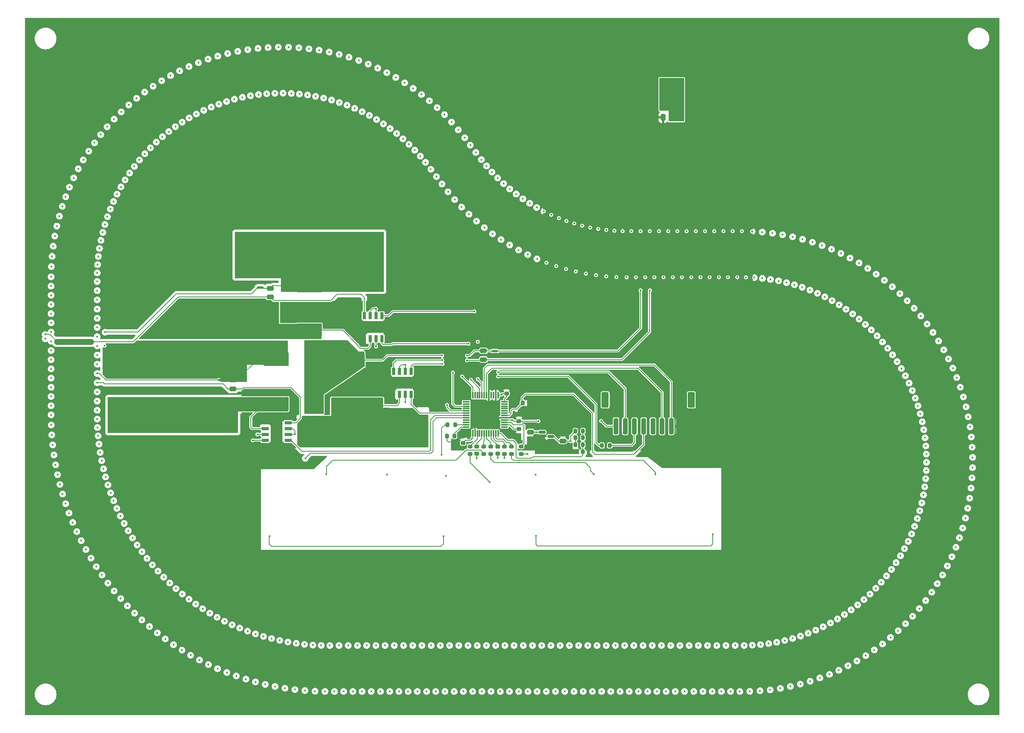
<source format=gbr>
%TF.GenerationSoftware,KiCad,Pcbnew,6.0.9-8da3e8f707~117~ubuntu22.04.1*%
%TF.CreationDate,2022-12-16T10:19:31-08:00*%
%TF.ProjectId,GaussSpeedway,47617573-7353-4706-9565-647761792e6b,rev?*%
%TF.SameCoordinates,Original*%
%TF.FileFunction,Copper,L4,Bot*%
%TF.FilePolarity,Positive*%
%FSLAX46Y46*%
G04 Gerber Fmt 4.6, Leading zero omitted, Abs format (unit mm)*
G04 Created by KiCad (PCBNEW 6.0.9-8da3e8f707~117~ubuntu22.04.1) date 2022-12-16 10:19:31*
%MOMM*%
%LPD*%
G01*
G04 APERTURE LIST*
G04 Aperture macros list*
%AMRoundRect*
0 Rectangle with rounded corners*
0 $1 Rounding radius*
0 $2 $3 $4 $5 $6 $7 $8 $9 X,Y pos of 4 corners*
0 Add a 4 corners polygon primitive as box body*
4,1,4,$2,$3,$4,$5,$6,$7,$8,$9,$2,$3,0*
0 Add four circle primitives for the rounded corners*
1,1,$1+$1,$2,$3*
1,1,$1+$1,$4,$5*
1,1,$1+$1,$6,$7*
1,1,$1+$1,$8,$9*
0 Add four rect primitives between the rounded corners*
20,1,$1+$1,$2,$3,$4,$5,0*
20,1,$1+$1,$4,$5,$6,$7,0*
20,1,$1+$1,$6,$7,$8,$9,0*
20,1,$1+$1,$8,$9,$2,$3,0*%
G04 Aperture macros list end*
%TA.AperFunction,SMDPad,CuDef*%
%ADD10RoundRect,0.250000X0.475000X-0.250000X0.475000X0.250000X-0.475000X0.250000X-0.475000X-0.250000X0*%
%TD*%
%TA.AperFunction,SMDPad,CuDef*%
%ADD11RoundRect,0.200000X0.200000X0.275000X-0.200000X0.275000X-0.200000X-0.275000X0.200000X-0.275000X0*%
%TD*%
%TA.AperFunction,SMDPad,CuDef*%
%ADD12RoundRect,0.075000X0.662500X0.075000X-0.662500X0.075000X-0.662500X-0.075000X0.662500X-0.075000X0*%
%TD*%
%TA.AperFunction,SMDPad,CuDef*%
%ADD13RoundRect,0.075000X0.075000X0.662500X-0.075000X0.662500X-0.075000X-0.662500X0.075000X-0.662500X0*%
%TD*%
%TA.AperFunction,SMDPad,CuDef*%
%ADD14R,0.802000X1.505000*%
%TD*%
%TA.AperFunction,SMDPad,CuDef*%
%ADD15R,3.502000X2.613000*%
%TD*%
%TA.AperFunction,SMDPad,CuDef*%
%ADD16RoundRect,0.200000X0.275000X-0.200000X0.275000X0.200000X-0.275000X0.200000X-0.275000X-0.200000X0*%
%TD*%
%TA.AperFunction,SMDPad,CuDef*%
%ADD17RoundRect,0.225000X-0.250000X0.225000X-0.250000X-0.225000X0.250000X-0.225000X0.250000X0.225000X0*%
%TD*%
%TA.AperFunction,SMDPad,CuDef*%
%ADD18RoundRect,0.250000X-0.250000X-1.500000X0.250000X-1.500000X0.250000X1.500000X-0.250000X1.500000X0*%
%TD*%
%TA.AperFunction,SMDPad,CuDef*%
%ADD19RoundRect,0.250001X-0.499999X-1.449999X0.499999X-1.449999X0.499999X1.449999X-0.499999X1.449999X0*%
%TD*%
%TA.AperFunction,SMDPad,CuDef*%
%ADD20RoundRect,0.225000X0.250000X-0.225000X0.250000X0.225000X-0.250000X0.225000X-0.250000X-0.225000X0*%
%TD*%
%TA.AperFunction,SMDPad,CuDef*%
%ADD21R,5.400000X2.900000*%
%TD*%
%TA.AperFunction,SMDPad,CuDef*%
%ADD22RoundRect,0.200000X-0.200000X-0.275000X0.200000X-0.275000X0.200000X0.275000X-0.200000X0.275000X0*%
%TD*%
%TA.AperFunction,SMDPad,CuDef*%
%ADD23RoundRect,0.150000X-0.587500X-0.150000X0.587500X-0.150000X0.587500X0.150000X-0.587500X0.150000X0*%
%TD*%
%TA.AperFunction,SMDPad,CuDef*%
%ADD24RoundRect,0.250000X0.250000X0.475000X-0.250000X0.475000X-0.250000X-0.475000X0.250000X-0.475000X0*%
%TD*%
%TA.AperFunction,SMDPad,CuDef*%
%ADD25RoundRect,0.825000X-0.825000X-1.205000X0.825000X-1.205000X0.825000X1.205000X-0.825000X1.205000X0*%
%TD*%
%TA.AperFunction,SMDPad,CuDef*%
%ADD26RoundRect,0.952500X-0.952500X-2.222500X0.952500X-2.222500X0.952500X2.222500X-0.952500X2.222500X0*%
%TD*%
%TA.AperFunction,SMDPad,CuDef*%
%ADD27RoundRect,0.825000X-0.825000X-2.350000X0.825000X-2.350000X0.825000X2.350000X-0.825000X2.350000X0*%
%TD*%
%TA.AperFunction,SMDPad,CuDef*%
%ADD28RoundRect,0.200000X-0.275000X0.200000X-0.275000X-0.200000X0.275000X-0.200000X0.275000X0.200000X0*%
%TD*%
%TA.AperFunction,SMDPad,CuDef*%
%ADD29C,0.500000*%
%TD*%
%TA.AperFunction,SMDPad,CuDef*%
%ADD30R,1.505000X0.802000*%
%TD*%
%TA.AperFunction,SMDPad,CuDef*%
%ADD31R,2.613000X3.502000*%
%TD*%
%TA.AperFunction,SMDPad,CuDef*%
%ADD32RoundRect,0.225000X0.225000X0.250000X-0.225000X0.250000X-0.225000X-0.250000X0.225000X-0.250000X0*%
%TD*%
%TA.AperFunction,SMDPad,CuDef*%
%ADD33RoundRect,0.250000X-0.475000X0.250000X-0.475000X-0.250000X0.475000X-0.250000X0.475000X0.250000X0*%
%TD*%
%TA.AperFunction,ViaPad*%
%ADD34C,0.450000*%
%TD*%
%TA.AperFunction,Conductor*%
%ADD35C,0.200000*%
%TD*%
%TA.AperFunction,Conductor*%
%ADD36C,2.500000*%
%TD*%
%TA.AperFunction,Conductor*%
%ADD37C,1.250000*%
%TD*%
G04 APERTURE END LIST*
%TO.C,NT1*%
G36*
X195510000Y-130150000D02*
G01*
X194510000Y-130150000D01*
X194510000Y-129650000D01*
X195510000Y-129650000D01*
X195510000Y-130150000D01*
G37*
%TO.C,NT2*%
G36*
X136120000Y-136420000D02*
G01*
X135120000Y-136420000D01*
X135120000Y-135920000D01*
X136120000Y-135920000D01*
X136120000Y-136420000D01*
G37*
%TO.C,NT5*%
G36*
X144600000Y-116350000D02*
G01*
X143600000Y-116350000D01*
X143600000Y-115850000D01*
X144600000Y-115850000D01*
X144600000Y-116350000D01*
G37*
%TD*%
D10*
%TO.P,C10,1*%
%TO.N,/1B_P*%
X138130000Y-138100000D03*
%TO.P,C10,2*%
%TO.N,Net-(C10-Pad2)*%
X138130000Y-136200000D03*
%TD*%
D11*
%TO.P,R8,1*%
%TO.N,Net-(R8-Pad1)*%
X214125000Y-147250000D03*
%TO.P,R8,2*%
%TO.N,VBUS*%
X212475000Y-147250000D03*
%TD*%
D12*
%TO.P,U1,1,VBAT*%
%TO.N,VCC*%
X197112500Y-140900000D03*
%TO.P,U1,2,PC13*%
%TO.N,unconnected-(U1-Pad2)*%
X197112500Y-141400000D03*
%TO.P,U1,3,PC14*%
%TO.N,unconnected-(U1-Pad3)*%
X197112500Y-141900000D03*
%TO.P,U1,4,PC15*%
%TO.N,unconnected-(U1-Pad4)*%
X197112500Y-142400000D03*
%TO.P,U1,5,PF0*%
%TO.N,unconnected-(U1-Pad5)*%
X197112500Y-142900000D03*
%TO.P,U1,6,PF1*%
%TO.N,unconnected-(U1-Pad6)*%
X197112500Y-143400000D03*
%TO.P,U1,7,NRST*%
%TO.N,/NRST*%
X197112500Y-143900000D03*
%TO.P,U1,8,VSSA*%
%TO.N,GND*%
X197112500Y-144400000D03*
%TO.P,U1,9,VDDA*%
%TO.N,VCC*%
X197112500Y-144900000D03*
%TO.P,U1,10,PA0*%
%TO.N,Net-(R4-Pad1)*%
X197112500Y-145400000D03*
%TO.P,U1,11,PA1*%
%TO.N,/G1_SAMPLE*%
X197112500Y-145900000D03*
%TO.P,U1,12,PA2*%
%TO.N,unconnected-(U1-Pad12)*%
X197112500Y-146400000D03*
D13*
%TO.P,U1,13,PA3*%
%TO.N,/VBUS_SENSE*%
X195700000Y-147812500D03*
%TO.P,U1,14,PA4*%
%TO.N,Net-(R6-Pad1)*%
X195200000Y-147812500D03*
%TO.P,U1,15,PA5*%
%TO.N,Net-(R7-Pad1)*%
X194700000Y-147812500D03*
%TO.P,U1,16,PA6*%
%TO.N,/G2_SAMPLE*%
X194200000Y-147812500D03*
%TO.P,U1,17,PA7*%
%TO.N,unconnected-(U1-Pad17)*%
X193700000Y-147812500D03*
%TO.P,U1,18,PB0*%
%TO.N,Net-(R1-Pad2)*%
X193200000Y-147812500D03*
%TO.P,U1,19,PB1*%
%TO.N,Net-(R2-Pad2)*%
X192700000Y-147812500D03*
%TO.P,U1,20,PB2*%
%TO.N,/G3_SAMPLE*%
X192200000Y-147812500D03*
%TO.P,U1,21,PB10*%
%TO.N,unconnected-(U1-Pad21)*%
X191700000Y-147812500D03*
%TO.P,U1,22,PB11*%
%TO.N,Net-(R3-Pad2)*%
X191200000Y-147812500D03*
%TO.P,U1,23,VSS*%
%TO.N,GND*%
X190700000Y-147812500D03*
%TO.P,U1,24,VDD*%
%TO.N,VCC*%
X190200000Y-147812500D03*
D12*
%TO.P,U1,25,PB12*%
%TO.N,/G6_SAMPLE*%
X188787500Y-146400000D03*
%TO.P,U1,26,PB13*%
%TO.N,Net-(R5-Pad1)*%
X188787500Y-145900000D03*
%TO.P,U1,27,PB14*%
%TO.N,unconnected-(U1-Pad27)*%
X188787500Y-145400000D03*
%TO.P,U1,28,PB15*%
%TO.N,unconnected-(U1-Pad28)*%
X188787500Y-144900000D03*
%TO.P,U1,29,PA8*%
%TO.N,/B_IN2*%
X188787500Y-144400000D03*
%TO.P,U1,30,PA9*%
%TO.N,/B_IN1*%
X188787500Y-143900000D03*
%TO.P,U1,31,PA10*%
%TO.N,/A_IN2*%
X188787500Y-143400000D03*
%TO.P,U1,32,PA11*%
%TO.N,/A_IN1*%
X188787500Y-142900000D03*
%TO.P,U1,33,PA12*%
%TO.N,unconnected-(U1-Pad33)*%
X188787500Y-142400000D03*
%TO.P,U1,34,PA13*%
%TO.N,/SWDIO*%
X188787500Y-141900000D03*
%TO.P,U1,35,PF6*%
%TO.N,unconnected-(U1-Pad35)*%
X188787500Y-141400000D03*
%TO.P,U1,36,PF7*%
%TO.N,unconnected-(U1-Pad36)*%
X188787500Y-140900000D03*
D13*
%TO.P,U1,37,PA14*%
%TO.N,Net-(R12-Pad2)*%
X190200000Y-139487500D03*
%TO.P,U1,38,PA15*%
%TO.N,unconnected-(U1-Pad38)*%
X190700000Y-139487500D03*
%TO.P,U1,39,PB3*%
%TO.N,unconnected-(U1-Pad39)*%
X191200000Y-139487500D03*
%TO.P,U1,40,PB4*%
%TO.N,/G_IN2*%
X191700000Y-139487500D03*
%TO.P,U1,41,PB5*%
%TO.N,/G_IN1*%
X192200000Y-139487500D03*
%TO.P,U1,42,PB6*%
%TO.N,/UART_TX*%
X192700000Y-139487500D03*
%TO.P,U1,43,PB7*%
%TO.N,/UART_RX*%
X193200000Y-139487500D03*
%TO.P,U1,44,BOOT0*%
%TO.N,GND*%
X193700000Y-139487500D03*
%TO.P,U1,45,PB8*%
%TO.N,unconnected-(U1-Pad45)*%
X194200000Y-139487500D03*
%TO.P,U1,46,PB9*%
%TO.N,unconnected-(U1-Pad46)*%
X194700000Y-139487500D03*
%TO.P,U1,47,VSS*%
%TO.N,GND*%
X195200000Y-139487500D03*
%TO.P,U1,48,VDD*%
%TO.N,VCC*%
X195700000Y-139487500D03*
%TD*%
D14*
%TO.P,U5,1,OUT1*%
%TO.N,/1A_P*%
X173045000Y-134302500D03*
%TO.P,U5,2,VM*%
%TO.N,VBUS*%
X174315000Y-134302500D03*
%TO.P,U5,3,VDD*%
X175585000Y-134302500D03*
%TO.P,U5,4,FWD*%
%TO.N,/A_IN1*%
X176855000Y-134302500D03*
%TO.P,U5,5,REV*%
%TO.N,/A_IN2*%
X176855000Y-139297500D03*
%TO.P,U5,6,VREF*%
%TO.N,VBUS*%
X175585000Y-139297500D03*
%TO.P,U5,7,OUT2*%
%TO.N,/1A_N*%
X174315000Y-139297500D03*
%TO.P,U5,8,GND*%
%TO.N,GND*%
X173045000Y-139297500D03*
D15*
%TO.P,U5,9,GND*%
X174950000Y-136800000D03*
%TD*%
D16*
%TO.P,R3,1*%
%TO.N,/STOP*%
X189600000Y-152275000D03*
%TO.P,R3,2*%
%TO.N,Net-(R3-Pad2)*%
X189600000Y-150625000D03*
%TD*%
D17*
%TO.P,C4,1*%
%TO.N,GND*%
X200250000Y-143575000D03*
%TO.P,C4,2*%
%TO.N,VCC*%
X200250000Y-145125000D03*
%TD*%
D18*
%TO.P,J2,1,Pin_1*%
%TO.N,VCC*%
X221300000Y-146250000D03*
%TO.P,J2,2,Pin_2*%
%TO.N,/SWDIO*%
X223300000Y-146250000D03*
%TO.P,J2,3,Pin_3*%
%TO.N,/SWCLK*%
X225300000Y-146250000D03*
%TO.P,J2,4,Pin_4*%
%TO.N,/NRST*%
X227300000Y-146250000D03*
%TO.P,J2,5,Pin_5*%
%TO.N,unconnected-(J2-Pad5)*%
X229300000Y-146250000D03*
%TO.P,J2,6,Pin_6*%
%TO.N,/UART_RX*%
X231300000Y-146250000D03*
%TO.P,J2,7,Pin_7*%
%TO.N,/UART_TX*%
X233300000Y-146250000D03*
%TO.P,J2,8,Pin_8*%
%TO.N,GND*%
X235300000Y-146250000D03*
D19*
%TO.P,J2,MP*%
%TO.N,N/C*%
X218950000Y-140500000D03*
X237650000Y-140500000D03*
%TD*%
D20*
%TO.P,C7,1*%
%TO.N,VCC*%
X188100000Y-149875000D03*
%TO.P,C7,2*%
%TO.N,GND*%
X188100000Y-148325000D03*
%TD*%
D21*
%TO.P,L1,1,1*%
%TO.N,/1A_N*%
X164070000Y-141600000D03*
%TO.P,L1,2,2*%
%TO.N,Net-(C8-Pad2)*%
X164070000Y-131900000D03*
%TD*%
D22*
%TO.P,R9,1*%
%TO.N,Net-(R10-Pad2)*%
X212475000Y-148750000D03*
%TO.P,R9,2*%
%TO.N,Net-(R8-Pad1)*%
X214125000Y-148750000D03*
%TD*%
D23*
%TO.P,U2,1,GND*%
%TO.N,GND*%
X205262500Y-149425000D03*
%TO.P,U2,2,VO*%
%TO.N,VCC*%
X205262500Y-147525000D03*
%TO.P,U2,3,VI*%
%TO.N,VBUS*%
X207137500Y-148475000D03*
%TD*%
D17*
%TO.P,C5,1*%
%TO.N,GND*%
X197550000Y-137625000D03*
%TO.P,C5,2*%
%TO.N,VCC*%
X197550000Y-139175000D03*
%TD*%
D24*
%TO.P,C3,1*%
%TO.N,VBUS*%
X233410000Y-79130000D03*
%TO.P,C3,2*%
%TO.N,GND*%
X231510000Y-79130000D03*
%TD*%
D25*
%TO.P,J1,1*%
%TO.N,VBUS*%
X233427500Y-73250000D03*
D26*
%TO.P,J1,2*%
%TO.N,GND*%
X225977500Y-64110000D03*
D27*
%TO.P,J1,3*%
X239277500Y-64110000D03*
%TD*%
D28*
%TO.P,R4,1*%
%TO.N,Net-(R4-Pad1)*%
X200700000Y-150625000D03*
%TO.P,R4,2*%
%TO.N,/REV1*%
X200700000Y-152275000D03*
%TD*%
D16*
%TO.P,R2,1*%
%TO.N,/FWD3*%
X192600000Y-152275000D03*
%TO.P,R2,2*%
%TO.N,Net-(R2-Pad2)*%
X192600000Y-150625000D03*
%TD*%
D29*
%TO.P,NT1,1,1*%
%TO.N,Net-(C8-Pad2)*%
X194510000Y-129900000D03*
%TO.P,NT1,2,2*%
%TO.N,/1A_P*%
X195510000Y-129900000D03*
%TD*%
D30*
%TO.P,U3,1,OUT1*%
%TO.N,/1B_P*%
X150147500Y-145475000D03*
%TO.P,U3,2,VM*%
%TO.N,VBUS*%
X150147500Y-146745000D03*
%TO.P,U3,3,VDD*%
X150147500Y-148015000D03*
%TO.P,U3,4,FWD*%
%TO.N,/B_IN1*%
X150147500Y-149285000D03*
%TO.P,U3,5,REV*%
%TO.N,/B_IN2*%
X145152500Y-149285000D03*
%TO.P,U3,6,VREF*%
%TO.N,VBUS*%
X145152500Y-148015000D03*
%TO.P,U3,7,OUT2*%
%TO.N,/1B_N*%
X145152500Y-146745000D03*
%TO.P,U3,8,GND*%
%TO.N,GND*%
X145152500Y-145475000D03*
D31*
%TO.P,U3,9,GND*%
X147650000Y-147380000D03*
%TD*%
D32*
%TO.P,C14,1*%
%TO.N,/G6_SAMPLE*%
X186225000Y-148350000D03*
%TO.P,C14,2*%
%TO.N,GND*%
X184675000Y-148350000D03*
%TD*%
D14*
%TO.P,U4,1,OUT1*%
%TO.N,/G1_P*%
X166665000Y-122202500D03*
%TO.P,U4,2,VM*%
%TO.N,VBUS*%
X167935000Y-122202500D03*
%TO.P,U4,3,VDD*%
X169205000Y-122202500D03*
%TO.P,U4,4,FWD*%
%TO.N,/G_IN1*%
X170475000Y-122202500D03*
%TO.P,U4,5,REV*%
%TO.N,/G_IN2*%
X170475000Y-127197500D03*
%TO.P,U4,6,VREF*%
%TO.N,VBUS*%
X169205000Y-127197500D03*
%TO.P,U4,7,OUT2*%
%TO.N,/G1_N*%
X167935000Y-127197500D03*
%TO.P,U4,8,GND*%
%TO.N,GND*%
X166665000Y-127197500D03*
D15*
%TO.P,U4,9,GND*%
X168570000Y-124700000D03*
%TD*%
D17*
%TO.P,C11,1*%
%TO.N,/G1_SAMPLE*%
X200250000Y-146825000D03*
%TO.P,C11,2*%
%TO.N,GND*%
X200250000Y-148375000D03*
%TD*%
%TO.P,C12,1*%
%TO.N,/G2_SAMPLE*%
X195600000Y-150675000D03*
%TO.P,C12,2*%
%TO.N,GND*%
X195600000Y-152225000D03*
%TD*%
D21*
%TO.P,L2,1,1*%
%TO.N,/1B_N*%
X147545000Y-141370000D03*
%TO.P,L2,2,2*%
%TO.N,Net-(C10-Pad2)*%
X147545000Y-131670000D03*
%TD*%
D10*
%TO.P,C2,1*%
%TO.N,VBUS*%
X209750000Y-149450000D03*
%TO.P,C2,2*%
%TO.N,GND*%
X209750000Y-147550000D03*
%TD*%
D28*
%TO.P,R6,1*%
%TO.N,Net-(R6-Pad1)*%
X198600000Y-150625000D03*
%TO.P,R6,2*%
%TO.N,/REV2*%
X198600000Y-152275000D03*
%TD*%
%TO.P,R7,1*%
%TO.N,Net-(R7-Pad1)*%
X197100000Y-150625000D03*
%TO.P,R7,2*%
%TO.N,/FWD2*%
X197100000Y-152275000D03*
%TD*%
D17*
%TO.P,C13,1*%
%TO.N,/G3_SAMPLE*%
X191100000Y-150675000D03*
%TO.P,C13,2*%
%TO.N,GND*%
X191100000Y-152225000D03*
%TD*%
D16*
%TO.P,R1,1*%
%TO.N,/REV3*%
X194100000Y-152275000D03*
%TO.P,R1,2*%
%TO.N,Net-(R1-Pad2)*%
X194100000Y-150625000D03*
%TD*%
D29*
%TO.P,NT2,1,1*%
%TO.N,Net-(C10-Pad2)*%
X136120000Y-136170000D03*
%TO.P,NT2,2,2*%
%TO.N,/1B_P*%
X135120000Y-136170000D03*
%TD*%
%TO.P,NT5,1,1*%
%TO.N,Net-(C9-Pad2)*%
X144600000Y-116100000D03*
%TO.P,NT5,2,2*%
%TO.N,/G1_P*%
X143600000Y-116100000D03*
%TD*%
D32*
%TO.P,C1,1*%
%TO.N,GND*%
X202625000Y-141200000D03*
%TO.P,C1,2*%
%TO.N,/NRST*%
X201075000Y-141200000D03*
%TD*%
D10*
%TO.P,C9,1*%
%TO.N,/G1_P*%
X146250000Y-118150000D03*
%TO.P,C9,2*%
%TO.N,Net-(C9-Pad2)*%
X146250000Y-116250000D03*
%TD*%
%TO.P,C8,1*%
%TO.N,/1A_P*%
X192530000Y-131740000D03*
%TO.P,C8,2*%
%TO.N,Net-(C8-Pad2)*%
X192530000Y-129840000D03*
%TD*%
D11*
%TO.P,R10,1*%
%TO.N,/VBUS_SENSE*%
X214125000Y-150250000D03*
%TO.P,R10,2*%
%TO.N,Net-(R10-Pad2)*%
X212475000Y-150250000D03*
%TD*%
D22*
%TO.P,R11,1*%
%TO.N,GND*%
X212475000Y-151750000D03*
%TO.P,R11,2*%
%TO.N,/VBUS_SENSE*%
X214125000Y-151750000D03*
%TD*%
D21*
%TO.P,L3,1,1*%
%TO.N,/G1_N*%
X154730000Y-125380000D03*
%TO.P,L3,2,2*%
%TO.N,Net-(C9-Pad2)*%
X154730000Y-115680000D03*
%TD*%
D11*
%TO.P,R12,1*%
%TO.N,/SWCLK*%
X219925000Y-150400000D03*
%TO.P,R12,2*%
%TO.N,Net-(R12-Pad2)*%
X218275000Y-150400000D03*
%TD*%
D33*
%TO.P,C6,1*%
%TO.N,VCC*%
X202725000Y-147500000D03*
%TO.P,C6,2*%
%TO.N,GND*%
X202725000Y-149400000D03*
%TD*%
D11*
%TO.P,R5,1*%
%TO.N,Net-(R5-Pad1)*%
X186375000Y-145900000D03*
%TO.P,R5,2*%
%TO.N,/FWD1*%
X184725000Y-145900000D03*
%TD*%
D34*
%TO.N,/STOP*%
X193850000Y-158350000D03*
%TO.N,GND*%
X167760000Y-125310000D03*
X223500000Y-66000000D03*
X200250000Y-149400000D03*
X166650000Y-128750000D03*
X225900000Y-67850000D03*
X237100000Y-63000000D03*
X224960000Y-116710000D03*
X228400000Y-66100000D03*
X235360000Y-148810000D03*
X198800000Y-144050000D03*
X241500000Y-65100000D03*
X202600000Y-142450000D03*
X195600000Y-153125000D03*
X175760000Y-137410000D03*
X228400000Y-65100000D03*
X230260000Y-116710000D03*
X167760000Y-124110000D03*
X223500000Y-65000000D03*
X148260000Y-148110000D03*
X237100000Y-64000000D03*
X241500000Y-66900000D03*
X175760000Y-136210000D03*
X148260000Y-146510000D03*
X223500000Y-67000000D03*
X211300000Y-147500000D03*
X204025000Y-150100000D03*
X237100000Y-66900000D03*
X241500000Y-66000000D03*
X241500000Y-63100000D03*
X169360000Y-125310000D03*
X173050000Y-141000000D03*
X223500000Y-64000000D03*
X239300000Y-67800000D03*
X191100000Y-153200000D03*
X147060000Y-146510000D03*
X223500000Y-63000000D03*
X228400000Y-64100000D03*
X147060000Y-148110000D03*
X241500000Y-64100000D03*
X228400000Y-63100000D03*
X143450000Y-145500000D03*
X237100000Y-65000000D03*
X190700000Y-146450000D03*
X169360000Y-124110000D03*
X189250000Y-148400000D03*
X174160000Y-137410000D03*
X174160000Y-136210000D03*
X228400000Y-67100000D03*
X195200000Y-137850000D03*
X237100000Y-66000000D03*
%TO.N,VBUS*%
X235550000Y-73200000D03*
X175600000Y-132850000D03*
X235550000Y-72050000D03*
X233410000Y-76860000D03*
X234200000Y-75800000D03*
X235550000Y-74400000D03*
X231300000Y-72000000D03*
X169200000Y-120700000D03*
X175600000Y-141050000D03*
X169200000Y-128900000D03*
X211450000Y-149450000D03*
X143450000Y-148000000D03*
X231300000Y-74300000D03*
X151600000Y-147950000D03*
X232600000Y-75800000D03*
X231300000Y-73200000D03*
%TO.N,VCC*%
X198800000Y-144900000D03*
X190000000Y-149000000D03*
X196450000Y-139300000D03*
X204000000Y-147500000D03*
X204485000Y-145125000D03*
X218100000Y-145100000D03*
%TO.N,/SWDIO*%
X185900000Y-134600000D03*
X195750000Y-134450000D03*
%TO.N,/1A_P*%
X192083642Y-88307934D03*
X116813805Y-186831311D03*
X178186737Y-203870000D03*
X285681434Y-187519084D03*
X205663968Y-99547427D03*
X226631908Y-103870000D03*
X238629364Y-103870000D03*
X242173172Y-203870000D03*
X296554801Y-168353514D03*
X213969746Y-102655792D03*
X232630212Y-103870000D03*
X240628517Y-103870000D03*
X184185041Y-203870000D03*
X98752349Y-111549592D03*
X289825375Y-182305510D03*
X109461335Y-82878927D03*
X266025843Y-106968376D03*
X105228617Y-171090838D03*
X277357388Y-194841536D03*
X190889287Y-86742047D03*
X210565984Y-101634661D03*
X198246650Y-94684862D03*
X98698478Y-135775796D03*
X139190692Y-64782303D03*
X274045339Y-110770852D03*
X99949474Y-102755387D03*
X298679883Y-155233440D03*
X155963969Y-203807655D03*
X128607395Y-68084103D03*
X102682604Y-94311386D03*
X106865624Y-86483647D03*
X98734413Y-145946301D03*
X107347437Y-174903379D03*
X166189280Y-203870000D03*
X162190020Y-203870000D03*
X204096687Y-98708617D03*
X226176563Y-203870000D03*
X234174868Y-203870000D03*
X261305861Y-202254438D03*
X101848395Y-163055103D03*
X112386567Y-182017175D03*
X263925799Y-106245126D03*
X198182498Y-203870000D03*
X222177411Y-203870000D03*
X177280742Y-72844957D03*
X161215384Y-65462077D03*
X196182498Y-203870000D03*
X242628517Y-103870000D03*
X281266195Y-115931317D03*
X170188432Y-203870000D03*
X298055159Y-161864868D03*
X284504848Y-118971522D03*
X294205013Y-174586059D03*
X111030319Y-180308258D03*
X143057676Y-201795516D03*
X164189280Y-203870000D03*
X220981550Y-103774049D03*
X288521948Y-184103940D03*
X216178259Y-203870000D03*
X123481511Y-192447415D03*
X265550377Y-200944552D03*
X101128311Y-98472623D03*
X272106255Y-109687697D03*
X279549168Y-114522384D03*
X106253146Y-173015964D03*
X234630212Y-103870000D03*
X295267064Y-135666522D03*
X125270854Y-193695636D03*
X277770495Y-113190549D03*
X105690163Y-88369317D03*
X287139334Y-185843434D03*
X219211938Y-103611689D03*
X206180802Y-203870000D03*
X128978904Y-195992423D03*
X175429782Y-71615564D03*
X250840425Y-103915901D03*
X250334255Y-203843235D03*
X208901827Y-101011864D03*
X132844013Y-198013760D03*
X215702650Y-103052046D03*
X202181650Y-203870000D03*
X149456360Y-203153921D03*
X115558885Y-76429816D03*
X98698478Y-127777491D03*
X120828705Y-72357643D03*
X297150811Y-166213877D03*
X99155398Y-107125875D03*
X134828687Y-198917553D03*
X153787627Y-203668692D03*
X188184193Y-203870000D03*
X98698478Y-117780016D03*
X294412301Y-133615464D03*
X295080487Y-172543755D03*
X108123153Y-84652829D03*
X238174020Y-203870000D03*
X109737630Y-178551918D03*
X196903295Y-93521808D03*
X184083913Y-78544783D03*
X159052269Y-64953755D03*
X98698478Y-141774948D03*
X132750322Y-66481644D03*
X201082212Y-96826798D03*
X100491183Y-100601361D03*
X293467673Y-131605252D03*
X298361630Y-159664065D03*
X194183346Y-203870000D03*
X214179107Y-203870000D03*
X147307166Y-202778726D03*
X98698478Y-119779187D03*
X126593821Y-69021543D03*
X176186737Y-203870000D03*
X173526846Y-70470091D03*
X98698478Y-137775796D03*
X226650000Y-116700000D03*
X156869634Y-64542197D03*
X224631908Y-103870000D03*
X236174020Y-203870000D03*
X98698478Y-143774100D03*
X117254338Y-74994994D03*
X193200199Y-89690177D03*
X185617828Y-80151139D03*
X186185041Y-203870000D03*
X98698478Y-133776644D03*
X230631060Y-103870000D03*
X290110997Y-125852093D03*
X134871527Y-65819866D03*
X293240093Y-176586610D03*
X244172324Y-203870000D03*
X296698904Y-139871466D03*
X297273233Y-142017025D03*
X98698478Y-115780016D03*
X98698478Y-125778339D03*
X263443123Y-201646515D03*
X120045523Y-189760622D03*
X118403379Y-188325653D03*
X180185889Y-203870000D03*
X236629364Y-103870000D03*
X298133529Y-146374961D03*
X163352878Y-66065727D03*
X194377553Y-91022023D03*
X298417715Y-148578753D03*
X297751891Y-144186897D03*
X188464842Y-83560988D03*
X248171476Y-203870000D03*
X160190020Y-203870000D03*
X212179107Y-203870000D03*
X268092563Y-107784542D03*
X182185889Y-203870000D03*
X174187585Y-203870000D03*
X143584899Y-64132174D03*
X244627669Y-103870000D03*
X292186814Y-178543153D03*
X103392368Y-167134443D03*
X292434245Y-129638151D03*
X271657994Y-198286895D03*
X98698478Y-139774948D03*
X171574078Y-69409828D03*
X136845755Y-199748963D03*
X212256881Y-102183152D03*
X261794798Y-105615608D03*
X253056822Y-104060314D03*
X297651401Y-164048960D03*
X259144621Y-202766606D03*
X130661493Y-67236673D03*
X165462342Y-66764025D03*
X98849509Y-148124520D03*
X246172324Y-203870000D03*
X280880642Y-192136281D03*
X252552595Y-203721237D03*
X273607939Y-197223416D03*
X295864044Y-170465460D03*
X183600000Y-131880000D03*
X101859059Y-96375177D03*
X291048147Y-180450170D03*
X259638851Y-105081598D03*
X291314933Y-127719711D03*
X168188432Y-203870000D03*
X103596623Y-92287073D03*
X255265554Y-104303141D03*
X279149446Y-193527767D03*
X124623040Y-70047936D03*
X140962981Y-201188864D03*
X141380106Y-64408485D03*
X172187585Y-203870000D03*
X110876393Y-81166944D03*
X104274334Y-169128912D03*
X113928150Y-77939174D03*
X189677176Y-85151663D03*
X112366732Y-79518810D03*
X232174868Y-203870000D03*
X267625250Y-200149340D03*
X145798850Y-63954149D03*
X108509115Y-176748989D03*
X296029552Y-137752640D03*
X99503793Y-104932272D03*
X182479477Y-77007498D03*
X145173934Y-202325853D03*
X152459392Y-64011646D03*
X282919644Y-117415759D03*
X137019123Y-65253206D03*
X158144847Y-203867446D03*
X99043750Y-150297554D03*
X127103608Y-194877492D03*
X254763671Y-203500771D03*
X284149891Y-189129002D03*
X98698478Y-123778339D03*
X282549026Y-190668646D03*
X121739458Y-191135536D03*
X130892675Y-197038011D03*
X151616855Y-203450623D03*
X188970000Y-131910000D03*
X222757213Y-103857667D03*
X270120128Y-108691323D03*
X101188492Y-160975600D03*
X202568861Y-97801399D03*
X217450704Y-103370798D03*
X167537825Y-67555003D03*
X100097769Y-156752427D03*
X298569950Y-157452759D03*
X98698478Y-121779187D03*
X208179954Y-203870000D03*
X195612382Y-92299713D03*
X275935197Y-111939569D03*
X228175715Y-203870000D03*
X218178259Y-203870000D03*
X98904681Y-109333724D03*
X99316732Y-152461174D03*
X169576988Y-68437767D03*
X122700613Y-71160387D03*
X246627669Y-103870000D03*
X190184193Y-203870000D03*
X180809047Y-75543621D03*
X148019465Y-63874611D03*
X230175715Y-203870000D03*
X224176563Y-203870000D03*
X275509525Y-196073882D03*
X200181650Y-203870000D03*
X150240480Y-63893784D03*
X179074504Y-74154801D03*
X104600086Y-90304519D03*
X138890843Y-200506187D03*
X207266284Y-100315465D03*
X192183346Y-203870000D03*
X98698576Y-113770981D03*
X228650000Y-116700000D03*
X298603649Y-150792054D03*
X269661887Y-199263121D03*
X199640934Y-95787562D03*
X210179954Y-203870000D03*
X248627654Y-103870000D03*
X113803434Y-183674963D03*
X286020022Y-120596855D03*
X99668326Y-154614355D03*
X98698478Y-131776644D03*
X102583137Y-165108375D03*
X257460388Y-104643697D03*
X98698478Y-129777491D03*
X240173172Y-203870000D03*
X100604857Y-158874376D03*
X228631060Y-103870000D03*
X287460892Y-122287171D03*
X115280247Y-185280836D03*
X204180802Y-203870000D03*
X298691121Y-153012371D03*
X119012598Y-73636326D03*
X187079493Y-81824756D03*
X154669940Y-64227864D03*
X220177411Y-203870000D03*
X256961838Y-203182441D03*
X288825834Y-124040565D03*
%TO.N,/1B_P*%
X157328193Y-193851220D03*
X263013480Y-191220779D03*
X274072391Y-122948091D03*
X261339856Y-191819908D03*
X221398531Y-113814654D03*
X186289231Y-96985801D03*
X161268887Y-75896525D03*
X124240431Y-82218713D03*
X254831957Y-114343042D03*
X287338180Y-143527209D03*
X211179107Y-193870000D03*
X231631060Y-113870000D03*
X163189280Y-193870000D03*
X288369988Y-148754223D03*
X159570045Y-75375728D03*
X108698478Y-140774948D03*
X157849016Y-74930719D03*
X288667472Y-152295382D03*
X277956868Y-126594616D03*
X233630212Y-113870000D03*
X179965355Y-88922408D03*
X257921797Y-192792107D03*
X179185889Y-193870000D03*
X271227841Y-120818106D03*
X225176563Y-193870000D03*
X259641991Y-192343881D03*
X165189280Y-193870000D03*
X108698478Y-128777491D03*
X108897039Y-148321600D03*
X189184193Y-193870000D03*
X109352031Y-151927802D03*
X135101422Y-76251918D03*
X108698478Y-130776644D03*
X235630212Y-113870000D03*
X108698478Y-132776644D03*
X109511327Y-105847083D03*
X275420629Y-124105481D03*
X166204779Y-77904331D03*
X247171476Y-193870000D03*
X239173172Y-193870000D03*
X207179954Y-193870000D03*
X183185041Y-193870000D03*
X281086393Y-177343876D03*
X270891622Y-187148586D03*
X227631908Y-113870000D03*
X121527801Y-84514348D03*
X282318368Y-132197370D03*
X127146101Y-80172892D03*
X108698478Y-138774948D03*
X260030732Y-115508822D03*
X116382783Y-170504226D03*
X286716620Y-166304660D03*
X288031954Y-161141696D03*
X223619885Y-113869830D03*
X173699289Y-82645660D03*
X280262179Y-129299028D03*
X252667181Y-193672630D03*
X112969831Y-164091052D03*
X210451200Y-112068856D03*
X288522116Y-157622030D03*
X223176563Y-193870000D03*
X122858898Y-83336148D03*
X113009568Y-95806177D03*
X189376196Y-100179916D03*
X112242548Y-97408979D03*
X155512000Y-193768361D03*
X275118085Y-183903386D03*
X144789020Y-191896316D03*
X249523612Y-113878512D03*
X108698478Y-116780016D03*
X127188281Y-182691482D03*
X191023383Y-101671302D03*
X171187585Y-193870000D03*
X111040572Y-158993626D03*
X108705226Y-144691468D03*
X227175715Y-193870000D03*
X182329967Y-92008668D03*
X145492780Y-73998663D03*
X231174868Y-193870000D03*
X143052920Y-191359120D03*
X108792689Y-111126274D03*
X147266668Y-73895634D03*
X177627789Y-86245827D03*
X112265199Y-162415906D03*
X177186737Y-193870000D03*
X265029144Y-117355492D03*
X288649493Y-155848968D03*
X113735211Y-165740177D03*
X197182498Y-193870000D03*
X267850462Y-188986968D03*
X258315893Y-115043395D03*
X217178259Y-193870000D03*
X286126608Y-167981520D03*
X119029620Y-87041677D03*
X273757619Y-185047547D03*
X175186737Y-193870000D03*
X128619875Y-183810927D03*
X202138886Y-108958134D03*
X278875200Y-180125768D03*
X191183346Y-193870000D03*
X287759389Y-145253441D03*
X193183346Y-193870000D03*
X241173172Y-193870000D03*
X108698478Y-142774100D03*
X283248080Y-133712497D03*
X108698478Y-118779187D03*
X184855487Y-95289437D03*
X194507519Y-104426755D03*
X283041959Y-174376712D03*
X245627669Y-113870000D03*
X162943628Y-76492525D03*
X250894839Y-193809655D03*
X268205474Y-118948989D03*
X108698478Y-124778339D03*
X279139815Y-127921496D03*
X247627669Y-113870000D03*
X138493802Y-75193591D03*
X110067802Y-155491422D03*
X287670202Y-162881360D03*
X136785494Y-75685176D03*
X136336337Y-188590629D03*
X277679381Y-181440041D03*
X116765606Y-89780755D03*
X156110655Y-74562754D03*
X115727286Y-91222693D03*
X253069725Y-114109565D03*
X123149460Y-179030594D03*
X187797552Y-98617495D03*
X288558106Y-150521872D03*
X269737104Y-119849769D03*
X288697963Y-154072751D03*
X109091706Y-150128455D03*
X241628517Y-113870000D03*
X117867421Y-88385771D03*
X108698478Y-134775796D03*
X110522249Y-157250995D03*
X173187585Y-193870000D03*
X121895197Y-177715510D03*
X208322866Y-111430376D03*
X284109206Y-135266768D03*
X167188432Y-193870000D03*
X212604880Y-112611933D03*
X205180802Y-193870000D03*
X146544242Y-192370253D03*
X199181650Y-193870000D03*
X229631060Y-113870000D03*
X204162618Y-109873439D03*
X233174868Y-193870000D03*
X141336767Y-190758922D03*
X161190020Y-193870000D03*
X148314779Y-192779905D03*
X214781482Y-113058997D03*
X109193685Y-107595339D03*
X192734467Y-103087447D03*
X137976265Y-189373735D03*
X108953914Y-109356725D03*
X239629364Y-113870000D03*
X130091837Y-184878049D03*
X237629364Y-113870000D03*
X181185889Y-193870000D03*
X249118436Y-193867796D03*
X108698478Y-136775796D03*
X113847383Y-94238363D03*
X125797732Y-181520245D03*
X133146570Y-186847902D03*
X281322694Y-130725661D03*
X209179954Y-193870000D03*
X183542078Y-93599052D03*
X141966725Y-74440525D03*
X149044136Y-73871494D03*
X256184127Y-193163321D03*
X108698478Y-120779187D03*
X108698478Y-126777491D03*
X195182498Y-193870000D03*
X111547188Y-99044965D03*
X283919154Y-172830587D03*
X139644281Y-190097022D03*
X108698478Y-114780016D03*
X243628517Y-113870000D03*
X131600974Y-185890534D03*
X120250895Y-85749988D03*
X221177411Y-193870000D03*
X286840495Y-141820667D03*
X114559677Y-167359707D03*
X134725274Y-187748076D03*
X120689052Y-176355129D03*
X206225885Y-110698296D03*
X276716673Y-125322134D03*
X110925449Y-100709518D03*
X263390685Y-116665981D03*
X109906480Y-104113927D03*
X117379061Y-172025032D03*
X284900776Y-136858431D03*
X108698478Y-122778339D03*
X200156969Y-107953412D03*
X169188432Y-193870000D03*
X216974863Y-113408786D03*
X219182553Y-113660905D03*
X109677447Y-153715741D03*
X140221528Y-74778552D03*
X133443484Y-76893181D03*
X284726462Y-171247694D03*
X150099794Y-193125077D03*
X154356922Y-74272248D03*
X170829369Y-80549982D03*
X287231345Y-164603968D03*
X266271986Y-189802879D03*
X215178259Y-193870000D03*
X164589544Y-77162045D03*
X286267739Y-140138631D03*
X264658142Y-190548183D03*
X237174020Y-193870000D03*
X276425831Y-182700432D03*
X280011939Y-178759095D03*
X176371884Y-84987781D03*
X167784778Y-78717288D03*
X181117633Y-90417993D03*
X119533642Y-174952401D03*
X254430940Y-193457105D03*
X201181650Y-193870000D03*
X251299612Y-113954664D03*
X151895414Y-193405021D03*
X108768121Y-146508095D03*
X272673480Y-121851268D03*
X150820168Y-73926309D03*
X110378032Y-102400762D03*
X282097350Y-175881707D03*
X125670844Y-81163302D03*
X219177411Y-193870000D03*
X143724469Y-74180465D03*
X118429513Y-173507991D03*
X213179107Y-193870000D03*
X245172324Y-193870000D03*
X172287917Y-81566156D03*
X198222460Y-106862106D03*
X229175715Y-193870000D03*
X185185041Y-193870000D03*
X269391790Y-188101371D03*
X153700788Y-193619604D03*
X130221878Y-78393032D03*
X225631908Y-113870000D03*
X159190020Y-193870000D03*
X288103649Y-146997419D03*
X256581337Y-114654436D03*
X178826062Y-87557862D03*
X285620558Y-138482995D03*
X187184193Y-193870000D03*
X288316193Y-159386936D03*
X235174020Y-193870000D03*
X115442840Y-168948871D03*
X243172324Y-193870000D03*
X175061892Y-83787275D03*
X152592764Y-74060020D03*
X169327759Y-79600002D03*
X285462973Y-169629817D03*
X266634677Y-118116781D03*
X131816358Y-77607153D03*
X272348268Y-186129686D03*
X128664540Y-79248600D03*
X114753629Y-92709961D03*
X108710192Y-112901990D03*
X203180802Y-193870000D03*
X124451246Y-180299756D03*
X111621647Y-160715535D03*
X196337537Y-105685448D03*
X261723922Y-116050193D03*
%TO.N,/G1_P*%
X110320000Y-128770000D03*
X97410000Y-127250000D03*
X97400000Y-126310000D03*
X110400000Y-125800000D03*
%TO.N,/FWD1*%
X184340000Y-156980000D03*
X146100000Y-170150000D03*
X183850000Y-170150000D03*
X183460000Y-152410000D03*
%TO.N,/FWD3*%
X158360000Y-156670000D03*
%TO.N,/FWD2*%
X197100000Y-153125000D03*
X171620000Y-156720000D03*
%TO.N,/REV1*%
X203900000Y-170050000D03*
X202050000Y-152250000D03*
X203830000Y-156800000D03*
X242300000Y-169700000D03*
%TO.N,/REV3*%
X216490000Y-156640000D03*
%TO.N,/REV2*%
X229810000Y-156660000D03*
%TO.N,/B_IN2*%
X153860000Y-153210000D03*
X142460000Y-149310000D03*
%TO.N,/A_IN1*%
X184660000Y-141610000D03*
X183660000Y-132710000D03*
%TO.N,/G_IN1*%
X191290000Y-127880000D03*
X190560000Y-121310000D03*
X191290000Y-135980000D03*
%TO.N,/G_IN2*%
X189830000Y-136140000D03*
X189260000Y-128310000D03*
%TO.N,Net-(C8-Pad2)*%
X183570000Y-130890000D03*
X188970000Y-130890000D03*
%TO.N,Net-(R12-Pad2)*%
X187900000Y-135400000D03*
X195700000Y-135400000D03*
%TD*%
D35*
%TO.N,/FWD1*%
X183850000Y-170150000D02*
X183850000Y-171790000D01*
X183850000Y-171790000D02*
X183320000Y-172320000D01*
X183320000Y-172320000D02*
X146570000Y-172320000D01*
X146570000Y-172320000D02*
X146050000Y-171800000D01*
X146050000Y-171800000D02*
X146050000Y-170200000D01*
X146050000Y-170200000D02*
X146100000Y-170150000D01*
%TO.N,/REV1*%
X203900000Y-170050000D02*
X203900000Y-171950000D01*
X203900000Y-171950000D02*
X204210000Y-172260000D01*
X204210000Y-172260000D02*
X241880000Y-172260000D01*
X241880000Y-172260000D02*
X242300000Y-171840000D01*
X242300000Y-171840000D02*
X242300000Y-169700000D01*
%TO.N,/STOP*%
X189600000Y-152275000D02*
X189600000Y-154100000D01*
X189600000Y-154100000D02*
X193850000Y-158350000D01*
%TO.N,Net-(C9-Pad2)*%
X146250000Y-116250000D02*
X144750000Y-116250000D01*
X154730000Y-115680000D02*
X146820000Y-115680000D01*
X146820000Y-115680000D02*
X146250000Y-116250000D01*
X144750000Y-116250000D02*
X144600000Y-116100000D01*
%TO.N,Net-(C10-Pad2)*%
X143530000Y-131670000D02*
X139000000Y-136200000D01*
X136150000Y-136200000D02*
X136120000Y-136170000D01*
X138130000Y-136200000D02*
X136150000Y-136200000D01*
X147545000Y-131670000D02*
X143530000Y-131670000D01*
X139000000Y-136200000D02*
X138130000Y-136200000D01*
%TO.N,/G1_SAMPLE*%
X199175000Y-146825000D02*
X200250000Y-146825000D01*
X198250000Y-145900000D02*
X199175000Y-146825000D01*
X197112500Y-145900000D02*
X198250000Y-145900000D01*
%TO.N,/G2_SAMPLE*%
X195600000Y-150450000D02*
X195600000Y-150675000D01*
X194200000Y-149050000D02*
X195600000Y-150450000D01*
X194200000Y-147812500D02*
X194200000Y-149050000D01*
%TO.N,GND*%
X202625000Y-142425000D02*
X202600000Y-142450000D01*
X195200000Y-139487500D02*
X195200000Y-137850000D01*
X199275000Y-143575000D02*
X198800000Y-144050000D01*
X184675000Y-148350000D02*
X184675000Y-149425000D01*
X198450000Y-144400000D02*
X198800000Y-144050000D01*
X204025000Y-150225000D02*
X204025000Y-150100000D01*
X166665000Y-128735000D02*
X166650000Y-128750000D01*
X204450000Y-150650000D02*
X204025000Y-150225000D01*
X193700000Y-139487500D02*
X193700000Y-138100000D01*
X193700000Y-138100000D02*
X193950000Y-137850000D01*
X166665000Y-127197500D02*
X166665000Y-128735000D01*
X209750000Y-147550000D02*
X211250000Y-147550000D01*
X203325000Y-149400000D02*
X204025000Y-150100000D01*
X193950000Y-137850000D02*
X195200000Y-137850000D01*
D36*
X166170000Y-124700000D02*
X171450000Y-124700000D01*
D35*
X188175000Y-148400000D02*
X188100000Y-148325000D01*
X212475000Y-151750000D02*
X211375000Y-150650000D01*
X173045000Y-139297500D02*
X173045000Y-140995000D01*
X200250000Y-143575000D02*
X199275000Y-143575000D01*
X187775000Y-148325000D02*
X188100000Y-148325000D01*
X189250000Y-148400000D02*
X188175000Y-148400000D01*
X211250000Y-147550000D02*
X211300000Y-147500000D01*
X202625000Y-141200000D02*
X202625000Y-142425000D01*
X197550000Y-137625000D02*
X195425000Y-137625000D01*
X184900000Y-149650000D02*
X186450000Y-149650000D01*
X190700000Y-147812500D02*
X190700000Y-146450000D01*
X197112500Y-144400000D02*
X198450000Y-144400000D01*
X204700000Y-149425000D02*
X205262500Y-149425000D01*
D36*
X147650000Y-150020000D02*
X147650000Y-144810000D01*
D35*
X211375000Y-150650000D02*
X204450000Y-150650000D01*
X186450000Y-149650000D02*
X187775000Y-148325000D01*
X191100000Y-152225000D02*
X191100000Y-153200000D01*
X145152500Y-145475000D02*
X143475000Y-145475000D01*
X200250000Y-148375000D02*
X200250000Y-149400000D01*
X184675000Y-149425000D02*
X184900000Y-149650000D01*
X204025000Y-150100000D02*
X204700000Y-149425000D01*
X173045000Y-140995000D02*
X173050000Y-141000000D01*
X202725000Y-149400000D02*
X203325000Y-149400000D01*
X195425000Y-137625000D02*
X195200000Y-137850000D01*
X195600000Y-152175000D02*
X195600000Y-153125000D01*
X143475000Y-145475000D02*
X143450000Y-145500000D01*
D36*
X172160000Y-136810000D02*
X177760000Y-136810000D01*
X166160000Y-124710000D02*
X166170000Y-124700000D01*
D35*
%TO.N,VBUS*%
X169205000Y-122202500D02*
X169205000Y-120705000D01*
X167935000Y-121265000D02*
X168500000Y-120700000D01*
X233410000Y-73267500D02*
X233427500Y-73250000D01*
X151145000Y-146745000D02*
X150147500Y-146745000D01*
X175585000Y-134302500D02*
X175585000Y-132865000D01*
X169205000Y-120705000D02*
X169200000Y-120700000D01*
X209750000Y-149450000D02*
X211450000Y-149450000D01*
X208850000Y-149450000D02*
X209750000Y-149450000D01*
X151600000Y-147200000D02*
X151145000Y-146745000D01*
X233410000Y-76860000D02*
X233410000Y-73267500D01*
X175585000Y-132865000D02*
X175600000Y-132850000D01*
X207875000Y-148475000D02*
X208850000Y-149450000D01*
X207137500Y-148475000D02*
X207875000Y-148475000D01*
X211450000Y-148350000D02*
X211450000Y-149450000D01*
X175585000Y-141035000D02*
X175600000Y-141050000D01*
X145152500Y-148015000D02*
X143465000Y-148015000D01*
X167935000Y-122202500D02*
X167935000Y-121265000D01*
X143465000Y-148015000D02*
X143450000Y-148000000D01*
X233410000Y-79130000D02*
X233410000Y-76860000D01*
X151600000Y-147950000D02*
X151600000Y-147200000D01*
X174315000Y-133285000D02*
X174750000Y-132850000D01*
X151600000Y-147950000D02*
X151535000Y-148015000D01*
X169205000Y-128895000D02*
X169200000Y-128900000D01*
X212475000Y-147325000D02*
X211450000Y-148350000D01*
X169205000Y-127197500D02*
X169205000Y-128895000D01*
X168500000Y-120700000D02*
X169200000Y-120700000D01*
X151535000Y-148015000D02*
X150147500Y-148015000D01*
X212475000Y-147250000D02*
X212475000Y-147325000D01*
X175585000Y-139297500D02*
X175585000Y-141035000D01*
X174750000Y-132850000D02*
X175600000Y-132850000D01*
X174315000Y-134302500D02*
X174315000Y-133285000D01*
%TO.N,VCC*%
X205262500Y-147525000D02*
X202750000Y-147525000D01*
X204485000Y-145125000D02*
X200250000Y-145125000D01*
X196262500Y-139487500D02*
X196450000Y-139300000D01*
X218100000Y-145100000D02*
X219250000Y-146250000D01*
X196575000Y-139175000D02*
X196450000Y-139300000D01*
X195700000Y-139487500D02*
X196262500Y-139487500D01*
X204000000Y-147500000D02*
X202725000Y-147500000D01*
X200250000Y-145125000D02*
X199025000Y-145125000D01*
X197112500Y-144900000D02*
X198800000Y-144900000D01*
X190200000Y-148800000D02*
X190000000Y-149000000D01*
X197112500Y-140287500D02*
X197550000Y-139850000D01*
X219250000Y-146250000D02*
X221300000Y-146250000D01*
X190000000Y-149000000D02*
X189650000Y-149350000D01*
X190200000Y-147812500D02*
X190200000Y-148800000D01*
X202750000Y-147525000D02*
X202725000Y-147500000D01*
X189650000Y-149350000D02*
X188625000Y-149350000D01*
X197112500Y-140900000D02*
X197112500Y-140287500D01*
X199025000Y-145125000D02*
X198800000Y-144900000D01*
X197550000Y-139850000D02*
X197550000Y-139175000D01*
X197550000Y-139175000D02*
X196575000Y-139175000D01*
X188625000Y-149350000D02*
X188100000Y-149875000D01*
%TO.N,/SWDIO*%
X185900000Y-141400000D02*
X185900000Y-134600000D01*
X195750000Y-134450000D02*
X219650000Y-134450000D01*
X186400000Y-141900000D02*
X185900000Y-141400000D01*
X219650000Y-134450000D02*
X223300000Y-138100000D01*
X223300000Y-138100000D02*
X223300000Y-146250000D01*
X188787500Y-141900000D02*
X186400000Y-141900000D01*
%TO.N,/NRST*%
X201600000Y-139300000D02*
X212100000Y-139300000D01*
X225150000Y-152350000D02*
X227300000Y-150200000D01*
X200900000Y-140000000D02*
X201600000Y-139300000D01*
X201075000Y-141200000D02*
X200900000Y-141025000D01*
X227300000Y-150200000D02*
X227300000Y-146250000D01*
X199725000Y-142550000D02*
X201075000Y-141200000D01*
X198550000Y-143500000D02*
X198550000Y-142900000D01*
X198150000Y-143900000D02*
X198550000Y-143500000D01*
X200900000Y-141025000D02*
X200900000Y-140000000D01*
X216250000Y-143450000D02*
X216250000Y-151850000D01*
X216250000Y-151850000D02*
X216750000Y-152350000D01*
X212100000Y-139300000D02*
X216250000Y-143450000D01*
X216750000Y-152350000D02*
X225150000Y-152350000D01*
X198900000Y-142550000D02*
X199725000Y-142550000D01*
X198550000Y-142900000D02*
X198900000Y-142550000D01*
X197112500Y-143900000D02*
X198150000Y-143900000D01*
%TO.N,/SWCLK*%
X224700000Y-150400000D02*
X225300000Y-149800000D01*
X225300000Y-146250000D02*
X225300000Y-149800000D01*
X219925000Y-150400000D02*
X224700000Y-150400000D01*
%TO.N,/1A_N*%
X173760000Y-141760000D02*
X164230000Y-141760000D01*
X164230000Y-141760000D02*
X164070000Y-141600000D01*
X174315000Y-141205000D02*
X173760000Y-141760000D01*
X174315000Y-139297500D02*
X174315000Y-141205000D01*
%TO.N,/1A_P*%
X228580000Y-120170000D02*
X228580000Y-116770000D01*
X226650000Y-124930000D02*
X226650000Y-116700000D01*
X225915000Y-125665000D02*
X226650000Y-124930000D01*
X188970000Y-131910000D02*
X192360000Y-131910000D01*
X173045000Y-132475000D02*
X173340000Y-132180000D01*
X221680000Y-129900000D02*
X225915000Y-125665000D01*
X228580000Y-116770000D02*
X228650000Y-116700000D01*
X228580000Y-125760000D02*
X228580000Y-120170000D01*
X173045000Y-134302500D02*
X173045000Y-132475000D01*
X173640000Y-131880000D02*
X183600000Y-131880000D01*
X173340000Y-132180000D02*
X173640000Y-131880000D01*
X195510000Y-129900000D02*
X221680000Y-129900000D01*
X192530000Y-131740000D02*
X222600000Y-131740000D01*
X222600000Y-131740000D02*
X228580000Y-125760000D01*
X192360000Y-131910000D02*
X192530000Y-131740000D01*
%TO.N,/1B_N*%
X144890000Y-141370000D02*
X147545000Y-141370000D01*
X145152500Y-146745000D02*
X142305000Y-146745000D01*
X142050000Y-146490000D02*
X142050000Y-144210000D01*
X142305000Y-146745000D02*
X142050000Y-146490000D01*
X142050000Y-144210000D02*
X144890000Y-141370000D01*
%TO.N,/1B_P*%
X151845000Y-145475000D02*
X152820000Y-144500000D01*
X150147500Y-145475000D02*
X151845000Y-145475000D01*
X140070000Y-138100000D02*
X138130000Y-138100000D01*
X137050000Y-138100000D02*
X136000000Y-137050000D01*
X150740000Y-137840000D02*
X140330000Y-137840000D01*
X140330000Y-137840000D02*
X140070000Y-138100000D01*
X152820000Y-144500000D02*
X152820000Y-139920000D01*
X109150000Y-134750000D02*
X108750000Y-134750000D01*
X152820000Y-139920000D02*
X150740000Y-137840000D01*
X138130000Y-138100000D02*
X137050000Y-138100000D01*
X110309684Y-137050000D02*
X110029842Y-136770158D01*
X135120000Y-136170000D02*
X135070000Y-136220000D01*
X110620000Y-136220000D02*
X109150000Y-134750000D01*
X135070000Y-136220000D02*
X110620000Y-136220000D01*
X110029842Y-136770158D02*
X108702691Y-136770158D01*
X136000000Y-137050000D02*
X110309684Y-137050000D01*
%TO.N,/G1_N*%
X162030000Y-125380000D02*
X154730000Y-125380000D01*
X167935000Y-128865000D02*
X167480000Y-129320000D01*
X167935000Y-127197500D02*
X167935000Y-128865000D01*
X165260000Y-128710000D02*
X165260000Y-128610000D01*
X165870000Y-129320000D02*
X165260000Y-128710000D01*
X165260000Y-128610000D02*
X162030000Y-125380000D01*
X167480000Y-129320000D02*
X165870000Y-129320000D01*
%TO.N,/G1_P*%
X166000000Y-117600000D02*
X160750000Y-117600000D01*
X166690000Y-122177500D02*
X166690000Y-118290000D01*
X147050000Y-118950000D02*
X146250000Y-118150000D01*
X166690000Y-118290000D02*
X166000000Y-117600000D01*
X126300000Y-118150000D02*
X146250000Y-118150000D01*
X125850000Y-117500000D02*
X142200000Y-117500000D01*
X98410000Y-126310000D02*
X100000000Y-127900000D01*
X117550000Y-125800000D02*
X125850000Y-117500000D01*
X107300000Y-127900000D02*
X116550000Y-127900000D01*
X159400000Y-118950000D02*
X147050000Y-118950000D01*
X166665000Y-122202500D02*
X166690000Y-122177500D01*
X97400000Y-126310000D02*
X98410000Y-126310000D01*
X116550000Y-127900000D02*
X126300000Y-118150000D01*
X110400000Y-125800000D02*
X117550000Y-125800000D01*
X160750000Y-117600000D02*
X159400000Y-118950000D01*
D37*
X107300000Y-127900000D02*
X100000000Y-127900000D01*
D35*
X142200000Y-117500000D02*
X143600000Y-116100000D01*
%TO.N,/FWD1*%
X183460000Y-146610000D02*
X183460000Y-152410000D01*
X184725000Y-145900000D02*
X184170000Y-145900000D01*
X184170000Y-145900000D02*
X183460000Y-146610000D01*
%TO.N,/FWD3*%
X192600000Y-152150000D02*
X191900000Y-151450000D01*
X191900000Y-151450000D02*
X188700000Y-151450000D01*
X188700000Y-151450000D02*
X188700000Y-151470000D01*
X159860000Y-153610000D02*
X158500000Y-154970000D01*
X186560000Y-153610000D02*
X159860000Y-153610000D01*
X158500000Y-154970000D02*
X158500000Y-156530000D01*
X158500000Y-156530000D02*
X158360000Y-156670000D01*
X192600000Y-152275000D02*
X192600000Y-152150000D01*
X188700000Y-151470000D02*
X186560000Y-153610000D01*
%TO.N,/FWD2*%
X197100000Y-152275000D02*
X197100000Y-153125000D01*
%TO.N,/REV1*%
X202025000Y-152275000D02*
X200700000Y-152275000D01*
X202050000Y-152250000D02*
X202025000Y-152275000D01*
%TO.N,/REV3*%
X215800000Y-155950000D02*
X215800000Y-155350000D01*
X194100000Y-152275000D02*
X194100000Y-153400000D01*
X194100000Y-153400000D02*
X194850000Y-154150000D01*
X216490000Y-156640000D02*
X215800000Y-155950000D01*
X214600000Y-154150000D02*
X194850000Y-154150000D01*
X215800000Y-155350000D02*
X214600000Y-154150000D01*
%TO.N,/REV2*%
X199000000Y-153650000D02*
X198600000Y-153250000D01*
X229810000Y-156660000D02*
X229810000Y-156210000D01*
X199750000Y-153650000D02*
X199000000Y-153650000D01*
X198600000Y-153250000D02*
X198600000Y-152275000D01*
X229810000Y-156210000D02*
X227250000Y-153650000D01*
X227250000Y-153650000D02*
X199750000Y-153650000D01*
%TO.N,/B_IN2*%
X142485000Y-149285000D02*
X142460000Y-149310000D01*
X153860000Y-153210000D02*
X154960000Y-152110000D01*
X181160000Y-152110000D02*
X155560000Y-152110000D01*
X181560000Y-151710000D02*
X181160000Y-152110000D01*
X181560000Y-145210000D02*
X181560000Y-151710000D01*
X154960000Y-152110000D02*
X155560000Y-152110000D01*
X145152500Y-149285000D02*
X142485000Y-149285000D01*
X182370000Y-144400000D02*
X181560000Y-145210000D01*
X188787500Y-144400000D02*
X182370000Y-144400000D01*
%TO.N,/B_IN1*%
X180760000Y-151710000D02*
X153160000Y-151710000D01*
X150735000Y-149285000D02*
X150147500Y-149285000D01*
X153160000Y-151710000D02*
X150735000Y-149285000D01*
X188787500Y-143900000D02*
X181970000Y-143900000D01*
X181970000Y-143900000D02*
X181060000Y-144810000D01*
X181060000Y-144810000D02*
X181060000Y-151410000D01*
X181060000Y-151410000D02*
X180760000Y-151710000D01*
%TO.N,/A_IN2*%
X188787500Y-143400000D02*
X178750000Y-143400000D01*
X176855000Y-141505000D02*
X176855000Y-139297500D01*
X178750000Y-143400000D02*
X176855000Y-141505000D01*
%TO.N,/A_IN1*%
X185450000Y-142900000D02*
X184760000Y-142210000D01*
X183660000Y-132710000D02*
X177360000Y-132710000D01*
X177360000Y-132710000D02*
X176855000Y-133215000D01*
X185470000Y-142900000D02*
X185450000Y-142900000D01*
X176855000Y-133215000D02*
X176855000Y-134302500D01*
X184760000Y-142210000D02*
X184660000Y-142110000D01*
X184660000Y-142110000D02*
X184660000Y-141610000D01*
X185470000Y-142900000D02*
X188787500Y-142900000D01*
%TO.N,/G3_SAMPLE*%
X192200000Y-148900000D02*
X191100000Y-150000000D01*
X192200000Y-147812500D02*
X192200000Y-148900000D01*
X191100000Y-150000000D02*
X191100000Y-150675000D01*
%TO.N,/G6_SAMPLE*%
X186225000Y-147825000D02*
X186225000Y-148350000D01*
X188787500Y-146400000D02*
X187650000Y-146400000D01*
X187650000Y-146400000D02*
X186225000Y-147825000D01*
%TO.N,/G_IN1*%
X190560000Y-121310000D02*
X172845000Y-121310000D01*
X192200000Y-136890000D02*
X192200000Y-139487500D01*
X171952500Y-122202500D02*
X170475000Y-122202500D01*
X172845000Y-121310000D02*
X171952500Y-122202500D01*
X192200000Y-136890000D02*
X191290000Y-135980000D01*
%TO.N,/G_IN2*%
X189260000Y-128310000D02*
X172760000Y-128310000D01*
X170760000Y-128510000D02*
X170475000Y-128225000D01*
X172760000Y-128310000D02*
X172560000Y-128510000D01*
X172560000Y-128510000D02*
X170760000Y-128510000D01*
X191700000Y-139487500D02*
X191700000Y-138010000D01*
X191700000Y-138010000D02*
X189830000Y-136140000D01*
X170475000Y-128225000D02*
X170475000Y-127197500D01*
%TO.N,/UART_RX*%
X193200000Y-139487500D02*
X193200000Y-134850000D01*
X199550000Y-133650000D02*
X221500000Y-133650000D01*
X226100000Y-133650000D02*
X221500000Y-133650000D01*
X231300000Y-146250000D02*
X231300000Y-138850000D01*
X194050000Y-134000000D02*
X194400000Y-133650000D01*
X194400000Y-133650000D02*
X199550000Y-133650000D01*
X231300000Y-138850000D02*
X226100000Y-133650000D01*
X193200000Y-134850000D02*
X194050000Y-134000000D01*
%TO.N,/UART_TX*%
X193500000Y-132950000D02*
X229700000Y-132950000D01*
X192700000Y-133750000D02*
X193500000Y-132950000D01*
X233300000Y-136550000D02*
X233300000Y-146250000D01*
X192700000Y-139487500D02*
X192700000Y-133750000D01*
X229700000Y-132950000D02*
X233300000Y-136550000D01*
%TO.N,Net-(R1-Pad2)*%
X193200000Y-148900000D02*
X194100000Y-149800000D01*
X193200000Y-147812500D02*
X193200000Y-148900000D01*
X194100000Y-149800000D02*
X194100000Y-150625000D01*
%TO.N,Net-(R2-Pad2)*%
X192700000Y-149450000D02*
X192600000Y-149550000D01*
X192600000Y-149550000D02*
X192600000Y-150625000D01*
X192700000Y-147812500D02*
X192700000Y-149450000D01*
%TO.N,Net-(R3-Pad2)*%
X189600000Y-150600000D02*
X189600000Y-150625000D01*
X191200000Y-149000000D02*
X189600000Y-150600000D01*
X191200000Y-147812500D02*
X191200000Y-149000000D01*
%TO.N,Net-(R5-Pad1)*%
X188787500Y-145900000D02*
X186375000Y-145900000D01*
%TO.N,Net-(R4-Pad1)*%
X198500000Y-145400000D02*
X199050000Y-145950000D01*
X199050000Y-145950000D02*
X201200000Y-145950000D01*
X201350000Y-146100000D02*
X201350000Y-149975000D01*
X197112500Y-145400000D02*
X198500000Y-145400000D01*
X201350000Y-149975000D02*
X200700000Y-150625000D01*
X201200000Y-145950000D02*
X201350000Y-146100000D01*
%TO.N,Net-(C8-Pad2)*%
X189470000Y-130890000D02*
X190520000Y-129840000D01*
X190520000Y-129840000D02*
X192530000Y-129840000D01*
X192530000Y-129840000D02*
X193690000Y-129840000D01*
X171690000Y-130890000D02*
X183570000Y-130890000D01*
X193690000Y-129840000D02*
X193750000Y-129900000D01*
X170680000Y-131900000D02*
X171460000Y-131120000D01*
X193750000Y-129900000D02*
X194510000Y-129900000D01*
X171460000Y-131120000D02*
X171690000Y-130890000D01*
X188970000Y-130890000D02*
X189470000Y-130890000D01*
X164070000Y-131900000D02*
X170680000Y-131900000D01*
%TO.N,Net-(R6-Pad1)*%
X198600000Y-150200000D02*
X198600000Y-150625000D01*
X195200000Y-147812500D02*
X195200000Y-148750000D01*
X195200000Y-148750000D02*
X195500000Y-149050000D01*
X195500000Y-149050000D02*
X196850000Y-149050000D01*
X198100000Y-149700000D02*
X198600000Y-150200000D01*
X197500000Y-149700000D02*
X198100000Y-149700000D01*
X196850000Y-149050000D02*
X197500000Y-149700000D01*
%TO.N,Net-(R7-Pad1)*%
X196650000Y-149450000D02*
X197100000Y-149900000D01*
X194700000Y-147812500D02*
X194700000Y-148900000D01*
X197100000Y-149900000D02*
X197100000Y-150625000D01*
X195250000Y-149450000D02*
X196650000Y-149450000D01*
X194700000Y-148900000D02*
X195250000Y-149450000D01*
%TO.N,Net-(R8-Pad1)*%
X214125000Y-147250000D02*
X214125000Y-148750000D01*
%TO.N,Net-(R10-Pad2)*%
X212475000Y-148750000D02*
X212475000Y-150250000D01*
%TO.N,/VBUS_SENSE*%
X196312500Y-147812500D02*
X195700000Y-147812500D01*
X202900000Y-153200000D02*
X199900000Y-153200000D01*
X197800000Y-149300000D02*
X196312500Y-147812500D01*
X199650000Y-150000000D02*
X198950000Y-149300000D01*
X214125000Y-150250000D02*
X214125000Y-151750000D01*
X198950000Y-149300000D02*
X197800000Y-149300000D01*
X199650000Y-152950000D02*
X199650000Y-150000000D01*
X214125000Y-152525000D02*
X213800000Y-152850000D01*
X203250000Y-152850000D02*
X202900000Y-153200000D01*
X199900000Y-153200000D02*
X199650000Y-152950000D01*
X213800000Y-152850000D02*
X203250000Y-152850000D01*
X214125000Y-151750000D02*
X214125000Y-152525000D01*
%TO.N,Net-(R12-Pad2)*%
X216950000Y-149800000D02*
X217550000Y-150400000D01*
X216950000Y-141400000D02*
X216950000Y-147500000D01*
X217550000Y-150400000D02*
X218275000Y-150400000D01*
X210950000Y-135400000D02*
X216950000Y-141400000D01*
X195700000Y-135400000D02*
X210950000Y-135400000D01*
X216950000Y-147500000D02*
X216950000Y-149800000D01*
X190200000Y-137700000D02*
X187900000Y-135400000D01*
X190200000Y-139487500D02*
X190200000Y-137700000D01*
%TD*%
%TA.AperFunction,Conductor*%
%TO.N,VBUS*%
G36*
X236059191Y-70618907D02*
G01*
X236095155Y-70668407D01*
X236100000Y-70699000D01*
X236100000Y-79901000D01*
X236081093Y-79959191D01*
X236031593Y-79995155D01*
X236001000Y-80000000D01*
X232799000Y-80000000D01*
X232740809Y-79981093D01*
X232704845Y-79931593D01*
X232700000Y-79901000D01*
X232700000Y-77700000D01*
X230799000Y-77700000D01*
X230740809Y-77681093D01*
X230704845Y-77631593D01*
X230700000Y-77601000D01*
X230700000Y-70699000D01*
X230718907Y-70640809D01*
X230768407Y-70604845D01*
X230799000Y-70600000D01*
X236001000Y-70600000D01*
X236059191Y-70618907D01*
G37*
%TD.AperFunction*%
%TD*%
%TA.AperFunction,Conductor*%
%TO.N,Net-(C8-Pad2)*%
G36*
X162975931Y-127530002D02*
G01*
X162996905Y-127546905D01*
X165460000Y-130010000D01*
X166534000Y-130010000D01*
X166602121Y-130030002D01*
X166648614Y-130083658D01*
X166660000Y-130136000D01*
X166660000Y-133243409D01*
X166639998Y-133311530D01*
X166604981Y-133347513D01*
X163112975Y-135728426D01*
X157874968Y-139299794D01*
X157874967Y-139299795D01*
X157860000Y-139310000D01*
X157860000Y-143384000D01*
X157839998Y-143452121D01*
X157786342Y-143498614D01*
X157734000Y-143510000D01*
X153786000Y-143510000D01*
X153717879Y-143489998D01*
X153671386Y-143436342D01*
X153660000Y-143384000D01*
X153660000Y-127636000D01*
X153680002Y-127567879D01*
X153733658Y-127521386D01*
X153786000Y-127510000D01*
X162907810Y-127510000D01*
X162975931Y-127530002D01*
G37*
%TD.AperFunction*%
%TD*%
%TA.AperFunction,Conductor*%
%TO.N,GND*%
G36*
X242700000Y-69800000D02*
G01*
X220800000Y-69700000D01*
X220800000Y-59300000D01*
X242700000Y-59300000D01*
X242700000Y-69800000D01*
G37*
%TD.AperFunction*%
%TD*%
%TA.AperFunction,Conductor*%
%TO.N,GND*%
G36*
X150790000Y-75110000D02*
G01*
X154280000Y-75470000D01*
X157600000Y-75970000D01*
X160900000Y-76920000D01*
X164150000Y-78050000D01*
X167350000Y-79620000D01*
X170260000Y-81370000D01*
X173100000Y-83400000D01*
X175750000Y-85680000D01*
X178080000Y-88160000D01*
X180360000Y-91030000D01*
X182760000Y-94130000D01*
X185560000Y-97790000D01*
X188580000Y-100990000D01*
X192090000Y-104000000D01*
X195630000Y-106650000D01*
X199650000Y-109010000D01*
X203690000Y-110880000D01*
X207930000Y-112450000D01*
X212360000Y-113720000D01*
X216910000Y-114490000D01*
X221410000Y-115050000D01*
X249350000Y-115000000D01*
X253090000Y-115170000D01*
X256290000Y-115790000D01*
X259660000Y-116560000D01*
X263030000Y-117650000D01*
X266200000Y-118920000D01*
X269260000Y-120680000D01*
X272120000Y-122650000D01*
X274750000Y-124920000D01*
X277200000Y-127370000D01*
X279470000Y-129900000D01*
X281510000Y-132710000D01*
X283170000Y-135650000D01*
X284710000Y-138920000D01*
X285920000Y-142170000D01*
X286780000Y-145540000D01*
X287340000Y-148910000D01*
X287750000Y-152260000D01*
X287650000Y-155920000D01*
X287260000Y-159240000D01*
X286690000Y-162610000D01*
X285820000Y-165980000D01*
X284590000Y-169180000D01*
X283050000Y-172290000D01*
X281300000Y-175220000D01*
X279270000Y-178110000D01*
X276890000Y-180710000D01*
X274440000Y-183020000D01*
X271740000Y-185260000D01*
X268830000Y-187210000D01*
X265840000Y-188870000D01*
X262620000Y-190220000D01*
X259320000Y-191400000D01*
X255970000Y-192190000D01*
X252560000Y-192630000D01*
X249140000Y-192790000D01*
X245170000Y-192840000D01*
X241150000Y-192840000D01*
X157310000Y-192870000D01*
X153770000Y-192580000D01*
X150330000Y-192100000D01*
X146840000Y-191370000D01*
X143400000Y-190360000D01*
X140050000Y-189040000D01*
X137070000Y-187620000D01*
X133870000Y-185890000D01*
X130830000Y-183840000D01*
X127970000Y-181840000D01*
X125350000Y-179430000D01*
X122720000Y-176880000D01*
X120460000Y-174210000D01*
X118270000Y-171180000D01*
X116390000Y-168270000D01*
X114680000Y-165020000D01*
X113200000Y-161920000D01*
X112040000Y-158650000D01*
X111060000Y-155060000D01*
X110380000Y-151710000D01*
X110000000Y-148060000D01*
X109969821Y-147584000D01*
X110454500Y-147584000D01*
X110466052Y-147691449D01*
X110466766Y-147694733D01*
X110466767Y-147694737D01*
X110471024Y-147714307D01*
X110477438Y-147743791D01*
X110511567Y-147846333D01*
X110589354Y-147967373D01*
X110635847Y-148021029D01*
X110639240Y-148023969D01*
X110737774Y-148109350D01*
X110737777Y-148109352D01*
X110744586Y-148115252D01*
X110875464Y-148175022D01*
X110888682Y-148178903D01*
X110936968Y-148193081D01*
X110943585Y-148195024D01*
X110948025Y-148195662D01*
X110948028Y-148195663D01*
X111081554Y-148214861D01*
X111081557Y-148214861D01*
X111086000Y-148215500D01*
X139134000Y-148215500D01*
X139137348Y-148215140D01*
X139137349Y-148215140D01*
X139200002Y-148208404D01*
X139241449Y-148203948D01*
X139244733Y-148203234D01*
X139244737Y-148203233D01*
X139269808Y-148197779D01*
X139293791Y-148192562D01*
X139396333Y-148158433D01*
X139517373Y-148080646D01*
X139538448Y-148062385D01*
X139567636Y-148037093D01*
X139571029Y-148034153D01*
X139603379Y-147996819D01*
X139659350Y-147932226D01*
X139659352Y-147932223D01*
X139665252Y-147925414D01*
X139725022Y-147794536D01*
X139745024Y-147726415D01*
X139749579Y-147694737D01*
X139764861Y-147588446D01*
X139764861Y-147588443D01*
X139765500Y-147584000D01*
X139765500Y-143641500D01*
X139785502Y-143573379D01*
X139839158Y-143526886D01*
X139891500Y-143515500D01*
X141591075Y-143515500D01*
X141659196Y-143535502D01*
X141705689Y-143589158D01*
X141715793Y-143659432D01*
X141686299Y-143724012D01*
X141680170Y-143730595D01*
X141659062Y-143751703D01*
X141646672Y-143762570D01*
X141621718Y-143781718D01*
X141616695Y-143788264D01*
X141605510Y-143802841D01*
X141547622Y-143878282D01*
X141525464Y-143907159D01*
X141464956Y-144053238D01*
X141444318Y-144210000D01*
X141445396Y-144218188D01*
X141448422Y-144241173D01*
X141449500Y-144257619D01*
X141449500Y-146442381D01*
X141448422Y-146458827D01*
X141444318Y-146490000D01*
X141449500Y-146529361D01*
X141464956Y-146646762D01*
X141525464Y-146792841D01*
X141561667Y-146840022D01*
X141588890Y-146875499D01*
X141621718Y-146918282D01*
X141628271Y-146923310D01*
X141646662Y-146937422D01*
X141659055Y-146948290D01*
X141846714Y-147135950D01*
X141857580Y-147148341D01*
X141871692Y-147166732D01*
X141876718Y-147173282D01*
X141908213Y-147197449D01*
X141908214Y-147197450D01*
X142002159Y-147269536D01*
X142148238Y-147330044D01*
X142305000Y-147350682D01*
X142313188Y-147349604D01*
X142336173Y-147346578D01*
X142352619Y-147345500D01*
X142777540Y-147345500D01*
X142845661Y-147365502D01*
X142892154Y-147419158D01*
X142902258Y-147489432D01*
X142883452Y-147539753D01*
X142796049Y-147675376D01*
X142793640Y-147681996D01*
X142793638Y-147681999D01*
X142742789Y-147821706D01*
X142740380Y-147828325D01*
X142719980Y-147989806D01*
X142735863Y-148151794D01*
X142787240Y-148306238D01*
X142790887Y-148312260D01*
X142790888Y-148312262D01*
X142871556Y-148445461D01*
X142870273Y-148446238D01*
X142893063Y-148504882D01*
X142878921Y-148574456D01*
X142829410Y-148625339D01*
X142760248Y-148641377D01*
X142725252Y-148634286D01*
X142633351Y-148601561D01*
X142633349Y-148601560D01*
X142626717Y-148599199D01*
X142619729Y-148598366D01*
X142619726Y-148598365D01*
X142487077Y-148582548D01*
X142465097Y-148579927D01*
X142458094Y-148580663D01*
X142458093Y-148580663D01*
X142418066Y-148584870D01*
X142303224Y-148596940D01*
X142296556Y-148599210D01*
X142155809Y-148647124D01*
X142155806Y-148647125D01*
X142149142Y-148649394D01*
X142010511Y-148734680D01*
X141972091Y-148772304D01*
X141906410Y-148836624D01*
X141894220Y-148848561D01*
X141806049Y-148985376D01*
X141803640Y-148991996D01*
X141803638Y-148991999D01*
X141770195Y-149083884D01*
X141750380Y-149138325D01*
X141729980Y-149299806D01*
X141745863Y-149461794D01*
X141797240Y-149616238D01*
X141800887Y-149622260D01*
X141800888Y-149622262D01*
X141871449Y-149738772D01*
X141881556Y-149755461D01*
X141994622Y-149872545D01*
X142130818Y-149961669D01*
X142137422Y-149964125D01*
X142276773Y-150015949D01*
X142276775Y-150015949D01*
X142283375Y-150018404D01*
X142290356Y-150019335D01*
X142290358Y-150019336D01*
X142437729Y-150039000D01*
X142437733Y-150039000D01*
X142444710Y-150039931D01*
X142451721Y-150039293D01*
X142451725Y-150039293D01*
X142599784Y-150025818D01*
X142606805Y-150025179D01*
X142613507Y-150023001D01*
X142613509Y-150023001D01*
X142754905Y-149977059D01*
X142754908Y-149977058D01*
X142761604Y-149974882D01*
X142826819Y-149936006D01*
X142881732Y-149903271D01*
X142946250Y-149885500D01*
X143860977Y-149885500D01*
X143929098Y-149905502D01*
X143961802Y-149935933D01*
X144042454Y-150043546D01*
X144049635Y-150048928D01*
X144149994Y-150124144D01*
X144149997Y-150124146D01*
X144157176Y-150129526D01*
X144240171Y-150160639D01*
X144284025Y-150177079D01*
X144284027Y-150177079D01*
X144291420Y-150179851D01*
X144299270Y-150180704D01*
X144299271Y-150180704D01*
X144349217Y-150186130D01*
X144352623Y-150186500D01*
X145152382Y-150186500D01*
X145952376Y-150186499D01*
X145955770Y-150186130D01*
X145955776Y-150186130D01*
X146005722Y-150180705D01*
X146005726Y-150180704D01*
X146013580Y-150179851D01*
X146147824Y-150129526D01*
X146155003Y-150124146D01*
X146155006Y-150124144D01*
X146255365Y-150048928D01*
X146262546Y-150043546D01*
X146267928Y-150036365D01*
X146343144Y-149936006D01*
X146343146Y-149936003D01*
X146348526Y-149928824D01*
X146382034Y-149839439D01*
X146396079Y-149801975D01*
X146396079Y-149801973D01*
X146398851Y-149794580D01*
X146399983Y-149784165D01*
X146405131Y-149736774D01*
X146405131Y-149736773D01*
X146405500Y-149733377D01*
X146405499Y-148836624D01*
X146398851Y-148775420D01*
X146368414Y-148694228D01*
X146363231Y-148623422D01*
X146368414Y-148605771D01*
X146369993Y-148601561D01*
X146393610Y-148538561D01*
X146396079Y-148531975D01*
X146396079Y-148531973D01*
X146398851Y-148524580D01*
X146400063Y-148513429D01*
X146405131Y-148466774D01*
X146405131Y-148466773D01*
X146405500Y-148463377D01*
X146405499Y-147566624D01*
X146404776Y-147559964D01*
X146399705Y-147513278D01*
X146399704Y-147513274D01*
X146398851Y-147505420D01*
X146368414Y-147424228D01*
X146363231Y-147353422D01*
X146368414Y-147335771D01*
X146370150Y-147331142D01*
X146398851Y-147254580D01*
X146405500Y-147193377D01*
X146405499Y-146296624D01*
X146404038Y-146283170D01*
X146399705Y-146243278D01*
X146399704Y-146243274D01*
X146398851Y-146235420D01*
X146348526Y-146101176D01*
X146343146Y-146093997D01*
X146343144Y-146093994D01*
X146267928Y-145993635D01*
X146262546Y-145986454D01*
X146249561Y-145976722D01*
X146155006Y-145905856D01*
X146155003Y-145905854D01*
X146147824Y-145900474D01*
X146058439Y-145866966D01*
X146020975Y-145852921D01*
X146020973Y-145852921D01*
X146013580Y-145850149D01*
X146005730Y-145849296D01*
X146005729Y-145849296D01*
X145955774Y-145843869D01*
X145955773Y-145843869D01*
X145952377Y-145843500D01*
X145152618Y-145843500D01*
X144352624Y-145843501D01*
X144349230Y-145843870D01*
X144349224Y-145843870D01*
X144299278Y-145849295D01*
X144299274Y-145849296D01*
X144291420Y-145850149D01*
X144157176Y-145900474D01*
X144149997Y-145905854D01*
X144149994Y-145905856D01*
X144055439Y-145976722D01*
X144042454Y-145986454D01*
X143963492Y-146091812D01*
X143961803Y-146094066D01*
X143904943Y-146136580D01*
X143860977Y-146144500D01*
X142776500Y-146144500D01*
X142708379Y-146124498D01*
X142661886Y-146070842D01*
X142650500Y-146018500D01*
X142650500Y-144510925D01*
X142670502Y-144442804D01*
X142687405Y-144421830D01*
X143556830Y-143552405D01*
X143619142Y-143518379D01*
X143645925Y-143515500D01*
X150034000Y-143515500D01*
X150037348Y-143515140D01*
X150037349Y-143515140D01*
X150069810Y-143511650D01*
X150141449Y-143503948D01*
X150144733Y-143503234D01*
X150144737Y-143503233D01*
X150169808Y-143497779D01*
X150193791Y-143492562D01*
X150296333Y-143458433D01*
X150417373Y-143380646D01*
X150471029Y-143334153D01*
X150565252Y-143225414D01*
X150568997Y-143217213D01*
X150573867Y-143209635D01*
X150575140Y-143210453D01*
X150591728Y-143186565D01*
X150595366Y-143182927D01*
X150602546Y-143177546D01*
X150641653Y-143125366D01*
X150683144Y-143070006D01*
X150683146Y-143070003D01*
X150688526Y-143062824D01*
X150738851Y-142928580D01*
X150745500Y-142867377D01*
X150745499Y-139872624D01*
X150743336Y-139852711D01*
X150739705Y-139819278D01*
X150739704Y-139819274D01*
X150738851Y-139811420D01*
X150688526Y-139677176D01*
X150683146Y-139669997D01*
X150683144Y-139669994D01*
X150607928Y-139569635D01*
X150602546Y-139562454D01*
X150577536Y-139543710D01*
X150495006Y-139481856D01*
X150495003Y-139481854D01*
X150487824Y-139476474D01*
X150398439Y-139442966D01*
X150360975Y-139428921D01*
X150360973Y-139428921D01*
X150353580Y-139426149D01*
X150345730Y-139425296D01*
X150345729Y-139425296D01*
X150295774Y-139419869D01*
X150295773Y-139419869D01*
X150292377Y-139419500D01*
X150147343Y-139419500D01*
X150129411Y-139418218D01*
X150038446Y-139405139D01*
X150038443Y-139405139D01*
X150034000Y-139404500D01*
X111086000Y-139404500D01*
X111082652Y-139404860D01*
X111082651Y-139404860D01*
X111080056Y-139405139D01*
X110978551Y-139416052D01*
X110975267Y-139416766D01*
X110975263Y-139416767D01*
X110962700Y-139419500D01*
X110926209Y-139427438D01*
X110823667Y-139461567D01*
X110702627Y-139539354D01*
X110699224Y-139542303D01*
X110699221Y-139542305D01*
X110692506Y-139548124D01*
X110648971Y-139585847D01*
X110646031Y-139589240D01*
X110560650Y-139687774D01*
X110560648Y-139687777D01*
X110554748Y-139694586D01*
X110494978Y-139825464D01*
X110474976Y-139893585D01*
X110474338Y-139898025D01*
X110474337Y-139898028D01*
X110456839Y-140019734D01*
X110454500Y-140036000D01*
X110454500Y-147584000D01*
X109969821Y-147584000D01*
X109780000Y-144590000D01*
X109710000Y-140840000D01*
X109707508Y-137370658D01*
X109728917Y-137370658D01*
X109797038Y-137390660D01*
X109818012Y-137407563D01*
X109851387Y-137440938D01*
X109862254Y-137453328D01*
X109881402Y-137478282D01*
X109966055Y-137543238D01*
X110006843Y-137574536D01*
X110152922Y-137635044D01*
X110309684Y-137655682D01*
X110317872Y-137654604D01*
X110340857Y-137651578D01*
X110357303Y-137650500D01*
X135699075Y-137650500D01*
X135767196Y-137670502D01*
X135788170Y-137687405D01*
X136591703Y-138490938D01*
X136602570Y-138503328D01*
X136621718Y-138528282D01*
X136628264Y-138533305D01*
X136682701Y-138575076D01*
X136708724Y-138595044D01*
X136747159Y-138624536D01*
X136893238Y-138685044D01*
X136901426Y-138686122D01*
X136928148Y-138689640D01*
X136993075Y-138718363D01*
X137018841Y-138748254D01*
X137062834Y-138819345D01*
X137186689Y-138942984D01*
X137335666Y-139034814D01*
X137342614Y-139037119D01*
X137342615Y-139037119D01*
X137495241Y-139087744D01*
X137495243Y-139087745D01*
X137501772Y-139089910D01*
X137605134Y-139100500D01*
X138654866Y-139100500D01*
X138658112Y-139100163D01*
X138658116Y-139100163D01*
X138752661Y-139090353D01*
X138752665Y-139090352D01*
X138759519Y-139089641D01*
X138766055Y-139087460D01*
X138766057Y-139087460D01*
X138918581Y-139036574D01*
X138925529Y-139034256D01*
X139074345Y-138942166D01*
X139197984Y-138818311D01*
X139233691Y-138760383D01*
X139286462Y-138712891D01*
X139340950Y-138700500D01*
X140022381Y-138700500D01*
X140038827Y-138701578D01*
X140070000Y-138705682D01*
X140078188Y-138704604D01*
X140109361Y-138700500D01*
X140156319Y-138694318D01*
X140218574Y-138686122D01*
X140226762Y-138685044D01*
X140372841Y-138624536D01*
X140411276Y-138595044D01*
X140437299Y-138575076D01*
X140491736Y-138533305D01*
X140498282Y-138528282D01*
X140517430Y-138503328D01*
X140528297Y-138490938D01*
X140541830Y-138477405D01*
X140604142Y-138443379D01*
X140630925Y-138440500D01*
X150439075Y-138440500D01*
X150507196Y-138460502D01*
X150528170Y-138477405D01*
X152182595Y-140131830D01*
X152216621Y-140194142D01*
X152219500Y-140220925D01*
X152219500Y-143405943D01*
X152199498Y-143474064D01*
X152145842Y-143520557D01*
X152127886Y-143527073D01*
X152126209Y-143527438D01*
X152122998Y-143528507D01*
X152122997Y-143528507D01*
X152051195Y-143552405D01*
X152023667Y-143561567D01*
X151902627Y-143639354D01*
X151899224Y-143642303D01*
X151899221Y-143642305D01*
X151857732Y-143678256D01*
X151848971Y-143685847D01*
X151846031Y-143689240D01*
X151760650Y-143787774D01*
X151760648Y-143787777D01*
X151754748Y-143794586D01*
X151694978Y-143925464D01*
X151674976Y-143993585D01*
X151674338Y-143998025D01*
X151674337Y-143998028D01*
X151656048Y-144125236D01*
X151654500Y-144136000D01*
X151654500Y-144430839D01*
X151654510Y-144431393D01*
X151654812Y-144448347D01*
X151654813Y-144448399D01*
X151654822Y-144448879D01*
X151655143Y-144457868D01*
X151656109Y-144475892D01*
X151657187Y-144480846D01*
X151657187Y-144480848D01*
X151682508Y-144597240D01*
X151686694Y-144616484D01*
X151696027Y-144641507D01*
X151703923Y-144662676D01*
X151708987Y-144733492D01*
X151674962Y-144795803D01*
X151633170Y-144837595D01*
X151570858Y-144871621D01*
X151544075Y-144874500D01*
X151439023Y-144874500D01*
X151370902Y-144854498D01*
X151338197Y-144824066D01*
X151317015Y-144795803D01*
X151257546Y-144716454D01*
X151240064Y-144703352D01*
X151150006Y-144635856D01*
X151150003Y-144635854D01*
X151142824Y-144630474D01*
X151049479Y-144595481D01*
X151015975Y-144582921D01*
X151015973Y-144582921D01*
X151008580Y-144580149D01*
X151000730Y-144579296D01*
X151000729Y-144579296D01*
X150950774Y-144573869D01*
X150950773Y-144573869D01*
X150947377Y-144573500D01*
X150147618Y-144573500D01*
X149347624Y-144573501D01*
X149344230Y-144573870D01*
X149344224Y-144573870D01*
X149294278Y-144579295D01*
X149294274Y-144579296D01*
X149286420Y-144580149D01*
X149152176Y-144630474D01*
X149144997Y-144635854D01*
X149144994Y-144635856D01*
X149054936Y-144703352D01*
X149037454Y-144716454D01*
X149032072Y-144723635D01*
X148956856Y-144823994D01*
X148956854Y-144823997D01*
X148951474Y-144831176D01*
X148901149Y-144965420D01*
X148894500Y-145026623D01*
X148894501Y-145923376D01*
X148894870Y-145926770D01*
X148894870Y-145926776D01*
X148898680Y-145961845D01*
X148901149Y-145984580D01*
X148913865Y-146018500D01*
X148931586Y-146065771D01*
X148936769Y-146136578D01*
X148931587Y-146154224D01*
X148901149Y-146235420D01*
X148900296Y-146243270D01*
X148900296Y-146243271D01*
X148895961Y-146283172D01*
X148894500Y-146296623D01*
X148894501Y-147193376D01*
X148894870Y-147196770D01*
X148894870Y-147196776D01*
X148898298Y-147228329D01*
X148901149Y-147254580D01*
X148931586Y-147335771D01*
X148936769Y-147406578D01*
X148931587Y-147424224D01*
X148924594Y-147442880D01*
X148907143Y-147489432D01*
X148901149Y-147505420D01*
X148894500Y-147566623D01*
X148894501Y-148463376D01*
X148894870Y-148466770D01*
X148894870Y-148466776D01*
X148900129Y-148515186D01*
X148901149Y-148524580D01*
X148930295Y-148602328D01*
X148931586Y-148605771D01*
X148936769Y-148676578D01*
X148931587Y-148694224D01*
X148901149Y-148775420D01*
X148894500Y-148836623D01*
X148894501Y-149733376D01*
X148894870Y-149736770D01*
X148894870Y-149736776D01*
X148900018Y-149784165D01*
X148901149Y-149794580D01*
X148951474Y-149928824D01*
X148956854Y-149936003D01*
X148956856Y-149936006D01*
X149032072Y-150036365D01*
X149037454Y-150043546D01*
X149044635Y-150048928D01*
X149144994Y-150124144D01*
X149144997Y-150124146D01*
X149152176Y-150129526D01*
X149235171Y-150160639D01*
X149279025Y-150177079D01*
X149279027Y-150177079D01*
X149286420Y-150179851D01*
X149294270Y-150180704D01*
X149294271Y-150180704D01*
X149344217Y-150186130D01*
X149347623Y-150186500D01*
X149436088Y-150186500D01*
X150735074Y-150186499D01*
X150803195Y-150206501D01*
X150824169Y-150223404D01*
X152701703Y-152100938D01*
X152712570Y-152113328D01*
X152731718Y-152138282D01*
X152841029Y-152222159D01*
X152857159Y-152234536D01*
X153003238Y-152295044D01*
X153160000Y-152315682D01*
X153168188Y-152314604D01*
X153191173Y-152311578D01*
X153207619Y-152310500D01*
X153494969Y-152310500D01*
X153563090Y-152330502D01*
X153609583Y-152384158D01*
X153619687Y-152454432D01*
X153590193Y-152519012D01*
X153550860Y-152548809D01*
X153549142Y-152549394D01*
X153410511Y-152634680D01*
X153386970Y-152657733D01*
X153330147Y-152713379D01*
X153294220Y-152748561D01*
X153206049Y-152885376D01*
X153203640Y-152891996D01*
X153203638Y-152891999D01*
X153162531Y-153004940D01*
X153150380Y-153038325D01*
X153129980Y-153199806D01*
X153145863Y-153361794D01*
X153197240Y-153516238D01*
X153200887Y-153522260D01*
X153200888Y-153522262D01*
X153217436Y-153549585D01*
X153281556Y-153655461D01*
X153394622Y-153772545D01*
X153530818Y-153861669D01*
X153537422Y-153864125D01*
X153676773Y-153915949D01*
X153676775Y-153915949D01*
X153683375Y-153918404D01*
X153690356Y-153919335D01*
X153690358Y-153919336D01*
X153837729Y-153939000D01*
X153837733Y-153939000D01*
X153844710Y-153939931D01*
X153851721Y-153939293D01*
X153851725Y-153939293D01*
X153999784Y-153925818D01*
X154006805Y-153925179D01*
X154013507Y-153923001D01*
X154013509Y-153923001D01*
X154154905Y-153877059D01*
X154154908Y-153877058D01*
X154161604Y-153874882D01*
X154301412Y-153791539D01*
X154306506Y-153786688D01*
X154306510Y-153786685D01*
X154414182Y-153684150D01*
X154414183Y-153684148D01*
X154419282Y-153679293D01*
X154431752Y-153660525D01*
X154500692Y-153556762D01*
X154509355Y-153543723D01*
X154522334Y-153509555D01*
X154564652Y-153398154D01*
X154564653Y-153398150D01*
X154567154Y-153391566D01*
X154568134Y-153384592D01*
X154569887Y-153377765D01*
X154571863Y-153378272D01*
X154597038Y-153322691D01*
X154603423Y-153315812D01*
X155171830Y-152747405D01*
X155234142Y-152713379D01*
X155260925Y-152710500D01*
X158453316Y-152710500D01*
X158521437Y-152730502D01*
X158567930Y-152784158D01*
X158578034Y-152854432D01*
X158548540Y-152919012D01*
X158537609Y-152930152D01*
X155921333Y-155284800D01*
X155595939Y-155577655D01*
X155531924Y-155608358D01*
X155511649Y-155610000D01*
X144260000Y-155610000D01*
X144260000Y-173100000D01*
X244160000Y-173100000D01*
X244160000Y-155310000D01*
X231402000Y-155310000D01*
X231333879Y-155289998D01*
X231326400Y-155284800D01*
X231026667Y-155060000D01*
X228160000Y-152910000D01*
X225743425Y-152910000D01*
X225675304Y-152889998D01*
X225628811Y-152836342D01*
X225618707Y-152766068D01*
X225648201Y-152701488D01*
X225654330Y-152694905D01*
X227690938Y-150658297D01*
X227703329Y-150647429D01*
X227721736Y-150633305D01*
X227728282Y-150628282D01*
X227751712Y-150597748D01*
X227819509Y-150509392D01*
X227824536Y-150502841D01*
X227885044Y-150356762D01*
X227900500Y-150239361D01*
X227905682Y-150200000D01*
X227901578Y-150168827D01*
X227900500Y-150152381D01*
X227900500Y-148485913D01*
X227920502Y-148417792D01*
X227960197Y-148378769D01*
X228013119Y-148346020D01*
X228013126Y-148346014D01*
X228019345Y-148342166D01*
X228142984Y-148218311D01*
X228146825Y-148212080D01*
X228192732Y-148137605D01*
X228245504Y-148090112D01*
X228315576Y-148078688D01*
X228380700Y-148106962D01*
X228407136Y-148137418D01*
X228441704Y-148193279D01*
X228457834Y-148219345D01*
X228581689Y-148342984D01*
X228730666Y-148434814D01*
X228737614Y-148437119D01*
X228737615Y-148437119D01*
X228890241Y-148487744D01*
X228890243Y-148487745D01*
X228896772Y-148489910D01*
X229000134Y-148500500D01*
X229599866Y-148500500D01*
X229603112Y-148500163D01*
X229603116Y-148500163D01*
X229697661Y-148490353D01*
X229697665Y-148490352D01*
X229704519Y-148489641D01*
X229711055Y-148487460D01*
X229711057Y-148487460D01*
X229863581Y-148436574D01*
X229870529Y-148434256D01*
X230019345Y-148342166D01*
X230142984Y-148218311D01*
X230146825Y-148212080D01*
X230192732Y-148137605D01*
X230245504Y-148090112D01*
X230315576Y-148078688D01*
X230380700Y-148106962D01*
X230407136Y-148137418D01*
X230441704Y-148193279D01*
X230457834Y-148219345D01*
X230581689Y-148342984D01*
X230730666Y-148434814D01*
X230737614Y-148437119D01*
X230737615Y-148437119D01*
X230890241Y-148487744D01*
X230890243Y-148487745D01*
X230896772Y-148489910D01*
X231000134Y-148500500D01*
X231599866Y-148500500D01*
X231603112Y-148500163D01*
X231603116Y-148500163D01*
X231697661Y-148490353D01*
X231697665Y-148490352D01*
X231704519Y-148489641D01*
X231711055Y-148487460D01*
X231711057Y-148487460D01*
X231863581Y-148436574D01*
X231870529Y-148434256D01*
X232019345Y-148342166D01*
X232142984Y-148218311D01*
X232146825Y-148212080D01*
X232192732Y-148137605D01*
X232245504Y-148090112D01*
X232315576Y-148078688D01*
X232380700Y-148106962D01*
X232407136Y-148137418D01*
X232441704Y-148193279D01*
X232457834Y-148219345D01*
X232581689Y-148342984D01*
X232730666Y-148434814D01*
X232737614Y-148437119D01*
X232737615Y-148437119D01*
X232890241Y-148487744D01*
X232890243Y-148487745D01*
X232896772Y-148489910D01*
X233000134Y-148500500D01*
X233599866Y-148500500D01*
X233603112Y-148500163D01*
X233603116Y-148500163D01*
X233697661Y-148490353D01*
X233697665Y-148490352D01*
X233704519Y-148489641D01*
X233711055Y-148487460D01*
X233711057Y-148487460D01*
X233863581Y-148436574D01*
X233870529Y-148434256D01*
X234019345Y-148342166D01*
X234142984Y-148218311D01*
X234148224Y-148209811D01*
X234168886Y-148176290D01*
X234234814Y-148069334D01*
X234249861Y-148023969D01*
X234287744Y-147909759D01*
X234287745Y-147909757D01*
X234289910Y-147903228D01*
X234300500Y-147799866D01*
X234300500Y-144700134D01*
X234298723Y-144683004D01*
X234290353Y-144602339D01*
X234290352Y-144602335D01*
X234289641Y-144595481D01*
X234284242Y-144579296D01*
X234236574Y-144436419D01*
X234234256Y-144429471D01*
X234142166Y-144280655D01*
X234133278Y-144271782D01*
X234023490Y-144162186D01*
X234018311Y-144157016D01*
X233960383Y-144121309D01*
X233912891Y-144068538D01*
X233900500Y-144014050D01*
X233900500Y-139000135D01*
X236399500Y-139000135D01*
X236399501Y-141999864D01*
X236399838Y-142003108D01*
X236399838Y-142003116D01*
X236401686Y-142020926D01*
X236410359Y-142104518D01*
X236465744Y-142270528D01*
X236557834Y-142419344D01*
X236681690Y-142542984D01*
X236830666Y-142634814D01*
X236837614Y-142637119D01*
X236837615Y-142637119D01*
X236990242Y-142687744D01*
X236990244Y-142687744D01*
X236996773Y-142689910D01*
X237100135Y-142700500D01*
X237645759Y-142700500D01*
X238199864Y-142700499D01*
X238203108Y-142700162D01*
X238203116Y-142700162D01*
X238249020Y-142695399D01*
X238304518Y-142689641D01*
X238470528Y-142634256D01*
X238619344Y-142542166D01*
X238742984Y-142418310D01*
X238834814Y-142269334D01*
X238872940Y-142154390D01*
X238887744Y-142109758D01*
X238887744Y-142109756D01*
X238889910Y-142103227D01*
X238900500Y-141999865D01*
X238900499Y-139000136D01*
X238889641Y-138895482D01*
X238834256Y-138729472D01*
X238742166Y-138580656D01*
X238618310Y-138457016D01*
X238469334Y-138365186D01*
X238462385Y-138362881D01*
X238309758Y-138312256D01*
X238309756Y-138312256D01*
X238303227Y-138310090D01*
X238199865Y-138299500D01*
X237654241Y-138299500D01*
X237100136Y-138299501D01*
X237096892Y-138299838D01*
X237096884Y-138299838D01*
X237050980Y-138304601D01*
X236995482Y-138310359D01*
X236829472Y-138365744D01*
X236680656Y-138457834D01*
X236557016Y-138581690D01*
X236465186Y-138730666D01*
X236462881Y-138737614D01*
X236462881Y-138737615D01*
X236416229Y-138878266D01*
X236410090Y-138896773D01*
X236399500Y-139000135D01*
X233900500Y-139000135D01*
X233900500Y-136597619D01*
X233901578Y-136581173D01*
X233904604Y-136558188D01*
X233905682Y-136550000D01*
X233885044Y-136393238D01*
X233824536Y-136247159D01*
X233781511Y-136191088D01*
X233728282Y-136121718D01*
X233712146Y-136109336D01*
X233703329Y-136102571D01*
X233690938Y-136091703D01*
X230158297Y-132559062D01*
X230147429Y-132546671D01*
X230133305Y-132528264D01*
X230128282Y-132521718D01*
X230002841Y-132425464D01*
X229856762Y-132364956D01*
X229739361Y-132349500D01*
X229700000Y-132344318D01*
X229680319Y-132346909D01*
X229668827Y-132348422D01*
X229652381Y-132349500D01*
X223144732Y-132349500D01*
X223076611Y-132329498D01*
X223030118Y-132275842D01*
X223020014Y-132205568D01*
X223044765Y-132146802D01*
X223047425Y-132143335D01*
X223058297Y-132130938D01*
X228970938Y-126218297D01*
X228983329Y-126207429D01*
X229001736Y-126193305D01*
X229008282Y-126188282D01*
X229104536Y-126062841D01*
X229165044Y-125916762D01*
X229180500Y-125799361D01*
X229185682Y-125760000D01*
X229181578Y-125728827D01*
X229180500Y-125712381D01*
X229180500Y-117248233D01*
X229200502Y-117180112D01*
X229206559Y-117171886D01*
X229209282Y-117169293D01*
X229249633Y-117108561D01*
X229269306Y-117078950D01*
X229299355Y-117033723D01*
X229312334Y-116999555D01*
X229354653Y-116888151D01*
X229354654Y-116888148D01*
X229357154Y-116881566D01*
X229379806Y-116720385D01*
X229380091Y-116700000D01*
X229361948Y-116538249D01*
X229308420Y-116384538D01*
X229222168Y-116246506D01*
X229107478Y-116131012D01*
X229043422Y-116090361D01*
X228975994Y-116047570D01*
X228975991Y-116047568D01*
X228970051Y-116043799D01*
X228963418Y-116041437D01*
X228823351Y-115991561D01*
X228823349Y-115991560D01*
X228816717Y-115989199D01*
X228809729Y-115988366D01*
X228809726Y-115988365D01*
X228701425Y-115975451D01*
X228655097Y-115969927D01*
X228648094Y-115970663D01*
X228648093Y-115970663D01*
X228607670Y-115974912D01*
X228493224Y-115986940D01*
X228486556Y-115989210D01*
X228345809Y-116037124D01*
X228345806Y-116037125D01*
X228339142Y-116039394D01*
X228200511Y-116124680D01*
X228163942Y-116160491D01*
X228106007Y-116217226D01*
X228084220Y-116238561D01*
X227996049Y-116375376D01*
X227993640Y-116381996D01*
X227993638Y-116381999D01*
X227952762Y-116494306D01*
X227940380Y-116528325D01*
X227919980Y-116689806D01*
X227935863Y-116851794D01*
X227948056Y-116888446D01*
X227973058Y-116963606D01*
X227979500Y-117003378D01*
X227979500Y-125459075D01*
X227959498Y-125527196D01*
X227942595Y-125548170D01*
X222388170Y-131102595D01*
X222325858Y-131136621D01*
X222299075Y-131139500D01*
X193740913Y-131139500D01*
X193672792Y-131119498D01*
X193633769Y-131079803D01*
X193601020Y-131026881D01*
X193601014Y-131026874D01*
X193597166Y-131020655D01*
X193473311Y-130897016D01*
X193467079Y-130893175D01*
X193461555Y-130888812D01*
X193420492Y-130830895D01*
X193417260Y-130759972D01*
X193452885Y-130698561D01*
X193462715Y-130690979D01*
X193462385Y-130690563D01*
X193468117Y-130686020D01*
X193474345Y-130682166D01*
X193505543Y-130650914D01*
X193592811Y-130563493D01*
X193597984Y-130558311D01*
X193601827Y-130552077D01*
X193604608Y-130548555D01*
X193662525Y-130507492D01*
X193719937Y-130501724D01*
X193750000Y-130505682D01*
X193758188Y-130504604D01*
X193781173Y-130501578D01*
X193797619Y-130500500D01*
X194019403Y-130500500D01*
X194088396Y-130521068D01*
X194163577Y-130570266D01*
X194163581Y-130570268D01*
X194169475Y-130574125D01*
X194327289Y-130632815D01*
X194334270Y-130633746D01*
X194334272Y-130633747D01*
X194367469Y-130638176D01*
X194408044Y-130643590D01*
X194425612Y-130647364D01*
X194426659Y-130647520D01*
X194435261Y-130650093D01*
X194444237Y-130650148D01*
X194444238Y-130650148D01*
X194445866Y-130650158D01*
X194449842Y-130650182D01*
X194465729Y-130651287D01*
X194494183Y-130655083D01*
X194535774Y-130651298D01*
X194547952Y-130650781D01*
X194578624Y-130650969D01*
X194579953Y-130650589D01*
X194581262Y-130650500D01*
X195451467Y-130650500D01*
X195468131Y-130651607D01*
X195487202Y-130654152D01*
X195487206Y-130654152D01*
X195494183Y-130655083D01*
X195501194Y-130654445D01*
X195501197Y-130654445D01*
X195516707Y-130653033D01*
X195535774Y-130651298D01*
X195547952Y-130650781D01*
X195578624Y-130650969D01*
X195587254Y-130648502D01*
X195590636Y-130648039D01*
X195608753Y-130644656D01*
X195661864Y-130639823D01*
X195693807Y-130629444D01*
X195815298Y-130589970D01*
X195815301Y-130589969D01*
X195821997Y-130587793D01*
X195938621Y-130518271D01*
X196003138Y-130500500D01*
X221632381Y-130500500D01*
X221648827Y-130501578D01*
X221680000Y-130505682D01*
X221688188Y-130504604D01*
X221719361Y-130500500D01*
X221828574Y-130486122D01*
X221836762Y-130485044D01*
X221982841Y-130424536D01*
X222108282Y-130328282D01*
X222113861Y-130321012D01*
X222127429Y-130303329D01*
X222138297Y-130290938D01*
X224252545Y-128176691D01*
X226367450Y-126061786D01*
X226367453Y-126061782D01*
X227040938Y-125388297D01*
X227053329Y-125377429D01*
X227071736Y-125363305D01*
X227078282Y-125358282D01*
X227174536Y-125232841D01*
X227235044Y-125086762D01*
X227250500Y-124969361D01*
X227255682Y-124930000D01*
X227251578Y-124898827D01*
X227250500Y-124882381D01*
X227250500Y-117145297D01*
X227271553Y-117075569D01*
X227295457Y-117039591D01*
X227295460Y-117039585D01*
X227299355Y-117033723D01*
X227312334Y-116999555D01*
X227354653Y-116888151D01*
X227354654Y-116888148D01*
X227357154Y-116881566D01*
X227379806Y-116720385D01*
X227380091Y-116700000D01*
X227361948Y-116538249D01*
X227308420Y-116384538D01*
X227222168Y-116246506D01*
X227107478Y-116131012D01*
X227043422Y-116090361D01*
X226975994Y-116047570D01*
X226975991Y-116047568D01*
X226970051Y-116043799D01*
X226963418Y-116041437D01*
X226823351Y-115991561D01*
X226823349Y-115991560D01*
X226816717Y-115989199D01*
X226809729Y-115988366D01*
X226809726Y-115988365D01*
X226701425Y-115975451D01*
X226655097Y-115969927D01*
X226648094Y-115970663D01*
X226648093Y-115970663D01*
X226607670Y-115974912D01*
X226493224Y-115986940D01*
X226486556Y-115989210D01*
X226345809Y-116037124D01*
X226345806Y-116037125D01*
X226339142Y-116039394D01*
X226200511Y-116124680D01*
X226163942Y-116160491D01*
X226106007Y-116217226D01*
X226084220Y-116238561D01*
X225996049Y-116375376D01*
X225993640Y-116381996D01*
X225993638Y-116381999D01*
X225952762Y-116494306D01*
X225940380Y-116528325D01*
X225919980Y-116689806D01*
X225935863Y-116851794D01*
X225987240Y-117006238D01*
X225990887Y-117012260D01*
X225990888Y-117012262D01*
X225999900Y-117027142D01*
X226030862Y-117078266D01*
X226031276Y-117078950D01*
X226049500Y-117144221D01*
X226049500Y-124629075D01*
X226029498Y-124697196D01*
X226012595Y-124718170D01*
X225518218Y-125212547D01*
X225518214Y-125212550D01*
X223484480Y-127246285D01*
X221468170Y-129262595D01*
X221405858Y-129296621D01*
X221379075Y-129299500D01*
X196001087Y-129299500D01*
X195933575Y-129279887D01*
X195841079Y-129221187D01*
X195810145Y-129210172D01*
X195689097Y-129167068D01*
X195689092Y-129167067D01*
X195682462Y-129164706D01*
X195638020Y-129159406D01*
X195613012Y-129156424D01*
X195595720Y-129152835D01*
X195593340Y-129152479D01*
X195584739Y-129149907D01*
X195575762Y-129149852D01*
X195575761Y-129149852D01*
X195564032Y-129149780D01*
X195549887Y-129148896D01*
X195522267Y-129145603D01*
X195515273Y-129144769D01*
X195508271Y-129145505D01*
X195508269Y-129145505D01*
X195479844Y-129148493D01*
X195465901Y-129149181D01*
X195454788Y-129149113D01*
X195441376Y-129149031D01*
X195440047Y-129149411D01*
X195438739Y-129149500D01*
X194562436Y-129149500D01*
X194547517Y-129148614D01*
X194546502Y-129148493D01*
X194515273Y-129144769D01*
X194508271Y-129145505D01*
X194508269Y-129145505D01*
X194479844Y-129148493D01*
X194465901Y-129149181D01*
X194453165Y-129149103D01*
X194441376Y-129149031D01*
X194432527Y-129151560D01*
X194411073Y-129155721D01*
X194347821Y-129162369D01*
X194341153Y-129164639D01*
X194195098Y-129214360D01*
X194195095Y-129214361D01*
X194188431Y-129216630D01*
X194126133Y-129254956D01*
X194084095Y-129280818D01*
X194018073Y-129299500D01*
X193979364Y-129299500D01*
X193931146Y-129289909D01*
X193909199Y-129280818D01*
X193846762Y-129254956D01*
X193729361Y-129239500D01*
X193724758Y-129238894D01*
X193659831Y-129210172D01*
X193634059Y-129180274D01*
X193601019Y-129126881D01*
X193601018Y-129126879D01*
X193597166Y-129120655D01*
X193473311Y-128997016D01*
X193324334Y-128905186D01*
X193294056Y-128895143D01*
X193164759Y-128852256D01*
X193164757Y-128852255D01*
X193158228Y-128850090D01*
X193054866Y-128839500D01*
X192005134Y-128839500D01*
X192001888Y-128839837D01*
X192001884Y-128839837D01*
X191907339Y-128849647D01*
X191907335Y-128849648D01*
X191900481Y-128850359D01*
X191893945Y-128852540D01*
X191893943Y-128852540D01*
X191834865Y-128872250D01*
X191734471Y-128905744D01*
X191585655Y-128997834D01*
X191462016Y-129121689D01*
X191434045Y-129167068D01*
X191426310Y-129179616D01*
X191373538Y-129227109D01*
X191319050Y-129239500D01*
X190567619Y-129239500D01*
X190551173Y-129238422D01*
X190528188Y-129235396D01*
X190520000Y-129234318D01*
X190480639Y-129239500D01*
X190363238Y-129254956D01*
X190217159Y-129315464D01*
X190091718Y-129411718D01*
X190086695Y-129418264D01*
X190072571Y-129436671D01*
X190061703Y-129449062D01*
X189336726Y-130174039D01*
X189274414Y-130208065D01*
X189205364Y-130203643D01*
X189143352Y-130181561D01*
X189143347Y-130181560D01*
X189136717Y-130179199D01*
X189129729Y-130178366D01*
X189129726Y-130178365D01*
X189021425Y-130165451D01*
X188975097Y-130159927D01*
X188968094Y-130160663D01*
X188968093Y-130160663D01*
X188927670Y-130164912D01*
X188813224Y-130176940D01*
X188806556Y-130179210D01*
X188665809Y-130227124D01*
X188665806Y-130227125D01*
X188659142Y-130229394D01*
X188520511Y-130314680D01*
X188506621Y-130328282D01*
X188413464Y-130419509D01*
X188404220Y-130428561D01*
X188316049Y-130565376D01*
X188313640Y-130571996D01*
X188313638Y-130571999D01*
X188262789Y-130711706D01*
X188260380Y-130718325D01*
X188239980Y-130879806D01*
X188255863Y-131041794D01*
X188307240Y-131196238D01*
X188310887Y-131202260D01*
X188310888Y-131202262D01*
X188391556Y-131335461D01*
X188389074Y-131336964D01*
X188410069Y-131391006D01*
X188395918Y-131460579D01*
X188390440Y-131469943D01*
X188316049Y-131585376D01*
X188313640Y-131591996D01*
X188313638Y-131591999D01*
X188300396Y-131628382D01*
X188260380Y-131738325D01*
X188239980Y-131899806D01*
X188255863Y-132061794D01*
X188307240Y-132216238D01*
X188310887Y-132222260D01*
X188310888Y-132222262D01*
X188385634Y-132345682D01*
X188391556Y-132355461D01*
X188504622Y-132472545D01*
X188640818Y-132561669D01*
X188647422Y-132564125D01*
X188786773Y-132615949D01*
X188786775Y-132615949D01*
X188793375Y-132618404D01*
X188800356Y-132619335D01*
X188800358Y-132619336D01*
X188947729Y-132639000D01*
X188947733Y-132639000D01*
X188954710Y-132639931D01*
X188961721Y-132639293D01*
X188961725Y-132639293D01*
X189109784Y-132625818D01*
X189116805Y-132625179D01*
X189123507Y-132623001D01*
X189123509Y-132623001D01*
X189264905Y-132577059D01*
X189264908Y-132577058D01*
X189271604Y-132574882D01*
X189349794Y-132528271D01*
X189414312Y-132510500D01*
X191461953Y-132510500D01*
X191530074Y-132530502D01*
X191550963Y-132547321D01*
X191586689Y-132582984D01*
X191735666Y-132674814D01*
X191742614Y-132677119D01*
X191742615Y-132677119D01*
X191895241Y-132727744D01*
X191895243Y-132727745D01*
X191901772Y-132729910D01*
X192005134Y-132740500D01*
X192556075Y-132740500D01*
X192624196Y-132760502D01*
X192670689Y-132814158D01*
X192680793Y-132884432D01*
X192651299Y-132949012D01*
X192645170Y-132955595D01*
X192309062Y-133291703D01*
X192296672Y-133302570D01*
X192271718Y-133321718D01*
X192266695Y-133328264D01*
X192199757Y-133415500D01*
X192192330Y-133425179D01*
X192175464Y-133447159D01*
X192114956Y-133593238D01*
X192094318Y-133750000D01*
X192095396Y-133758188D01*
X192098422Y-133781173D01*
X192099500Y-133797619D01*
X192099500Y-135466902D01*
X192079498Y-135535023D01*
X192025842Y-135581516D01*
X191955568Y-135591620D01*
X191890988Y-135562126D01*
X191870319Y-135537966D01*
X191870276Y-135538000D01*
X191869370Y-135536857D01*
X191866647Y-135533674D01*
X191865901Y-135532480D01*
X191862168Y-135526506D01*
X191854133Y-135518414D01*
X191752441Y-135416010D01*
X191747478Y-135411012D01*
X191685343Y-135371580D01*
X191615994Y-135327570D01*
X191615991Y-135327568D01*
X191610051Y-135323799D01*
X191603418Y-135321437D01*
X191463351Y-135271561D01*
X191463349Y-135271560D01*
X191456717Y-135269199D01*
X191449729Y-135268366D01*
X191449726Y-135268365D01*
X191341425Y-135255451D01*
X191295097Y-135249927D01*
X191288094Y-135250663D01*
X191288093Y-135250663D01*
X191247670Y-135254912D01*
X191133224Y-135266940D01*
X191126556Y-135269210D01*
X190985809Y-135317124D01*
X190985806Y-135317125D01*
X190979142Y-135319394D01*
X190840511Y-135404680D01*
X190724220Y-135518561D01*
X190636049Y-135655376D01*
X190633638Y-135662000D01*
X190631158Y-135668813D01*
X190589062Y-135725983D01*
X190522740Y-135751319D01*
X190453249Y-135736776D01*
X190411101Y-135697346D01*
X190410276Y-135698000D01*
X190405907Y-135692488D01*
X190405903Y-135692484D01*
X190405899Y-135692477D01*
X190402168Y-135686506D01*
X190287478Y-135571012D01*
X190204596Y-135518414D01*
X190155994Y-135487570D01*
X190155991Y-135487568D01*
X190150051Y-135483799D01*
X190143418Y-135481437D01*
X190003351Y-135431561D01*
X190003349Y-135431560D01*
X189996717Y-135429199D01*
X189989729Y-135428366D01*
X189989726Y-135428365D01*
X189881425Y-135415451D01*
X189835097Y-135409927D01*
X189828094Y-135410663D01*
X189828093Y-135410663D01*
X189787670Y-135414912D01*
X189673224Y-135426940D01*
X189666556Y-135429210D01*
X189525809Y-135477124D01*
X189525806Y-135477125D01*
X189519142Y-135479394D01*
X189380511Y-135564680D01*
X189363319Y-135581516D01*
X189287896Y-135655376D01*
X189264220Y-135678561D01*
X189256156Y-135691073D01*
X189202446Y-135737498D01*
X189132160Y-135747515D01*
X189067616Y-135717943D01*
X189061150Y-135711915D01*
X188643815Y-135294580D01*
X188612592Y-135238025D01*
X188611948Y-135238249D01*
X188610636Y-135234481D01*
X188610636Y-135234480D01*
X188558420Y-135084538D01*
X188472168Y-134946506D01*
X188357478Y-134831012D01*
X188279563Y-134781566D01*
X188225994Y-134747570D01*
X188225991Y-134747568D01*
X188220051Y-134743799D01*
X188213418Y-134741437D01*
X188073351Y-134691561D01*
X188073349Y-134691560D01*
X188066717Y-134689199D01*
X188059729Y-134688366D01*
X188059726Y-134688365D01*
X187951425Y-134675451D01*
X187905097Y-134669927D01*
X187898094Y-134670663D01*
X187898093Y-134670663D01*
X187857670Y-134674912D01*
X187743224Y-134686940D01*
X187736556Y-134689210D01*
X187595809Y-134737124D01*
X187595806Y-134737125D01*
X187589142Y-134739394D01*
X187450511Y-134824680D01*
X187390486Y-134883461D01*
X187345881Y-134927142D01*
X187334220Y-134938561D01*
X187246049Y-135075376D01*
X187243640Y-135081996D01*
X187243638Y-135081999D01*
X187192789Y-135221706D01*
X187190380Y-135228325D01*
X187169980Y-135389806D01*
X187185863Y-135551794D01*
X187237240Y-135706238D01*
X187240887Y-135712260D01*
X187240888Y-135712262D01*
X187308885Y-135824538D01*
X187321556Y-135845461D01*
X187434622Y-135962545D01*
X187570818Y-136051669D01*
X187577422Y-136054125D01*
X187716774Y-136105949D01*
X187723375Y-136108404D01*
X187730357Y-136109336D01*
X187736071Y-136110760D01*
X187794688Y-136143923D01*
X189562595Y-137911830D01*
X189596621Y-137974142D01*
X189599500Y-138000925D01*
X189599500Y-138564751D01*
X189589909Y-138612969D01*
X189568539Y-138664561D01*
X189564313Y-138674764D01*
X189563236Y-138682948D01*
X189563235Y-138682950D01*
X189550038Y-138783193D01*
X189549500Y-138787280D01*
X189549500Y-140123500D01*
X189529498Y-140191621D01*
X189475842Y-140238114D01*
X189423500Y-140249500D01*
X188087280Y-140249500D01*
X188083194Y-140250038D01*
X188083193Y-140250038D01*
X187987517Y-140262634D01*
X187974764Y-140264313D01*
X187834767Y-140322302D01*
X187714549Y-140414549D01*
X187622302Y-140534767D01*
X187564313Y-140674764D01*
X187549500Y-140787280D01*
X187549500Y-141012720D01*
X187563326Y-141117739D01*
X187564313Y-141125236D01*
X187563326Y-141125366D01*
X187563326Y-141174636D01*
X187564313Y-141174766D01*
X187563235Y-141182954D01*
X187562314Y-141189948D01*
X187533590Y-141254875D01*
X187474324Y-141293966D01*
X187437392Y-141299500D01*
X186700925Y-141299500D01*
X186632804Y-141279498D01*
X186611830Y-141262595D01*
X186537405Y-141188170D01*
X186503379Y-141125858D01*
X186500500Y-141099075D01*
X186500500Y-135045297D01*
X186521553Y-134975569D01*
X186545457Y-134939591D01*
X186545459Y-134939586D01*
X186549355Y-134933723D01*
X186562613Y-134898821D01*
X186604653Y-134788151D01*
X186604654Y-134788148D01*
X186607154Y-134781566D01*
X186629806Y-134620385D01*
X186629943Y-134610567D01*
X186630036Y-134603962D01*
X186630036Y-134603956D01*
X186630091Y-134600000D01*
X186611948Y-134438249D01*
X186558420Y-134284538D01*
X186472168Y-134146506D01*
X186357478Y-134031012D01*
X186295343Y-133991580D01*
X186225994Y-133947570D01*
X186225991Y-133947568D01*
X186220051Y-133943799D01*
X186213418Y-133941437D01*
X186073351Y-133891561D01*
X186073349Y-133891560D01*
X186066717Y-133889199D01*
X186059729Y-133888366D01*
X186059726Y-133888365D01*
X185951425Y-133875451D01*
X185905097Y-133869927D01*
X185898094Y-133870663D01*
X185898093Y-133870663D01*
X185881624Y-133872394D01*
X185743224Y-133886940D01*
X185736556Y-133889210D01*
X185595809Y-133937124D01*
X185595806Y-133937125D01*
X185589142Y-133939394D01*
X185450511Y-134024680D01*
X185334220Y-134138561D01*
X185246049Y-134275376D01*
X185243640Y-134281996D01*
X185243638Y-134281999D01*
X185193082Y-134420901D01*
X185190380Y-134428325D01*
X185169980Y-134589806D01*
X185185863Y-134751794D01*
X185237240Y-134906238D01*
X185240887Y-134912260D01*
X185240888Y-134912262D01*
X185281276Y-134978950D01*
X185299500Y-135044221D01*
X185299500Y-140927333D01*
X185279498Y-140995454D01*
X185225842Y-141041947D01*
X185155568Y-141052051D01*
X185105986Y-141033719D01*
X184985994Y-140957570D01*
X184985991Y-140957568D01*
X184980051Y-140953799D01*
X184973418Y-140951437D01*
X184833351Y-140901561D01*
X184833349Y-140901560D01*
X184826717Y-140899199D01*
X184819729Y-140898366D01*
X184819726Y-140898365D01*
X184711425Y-140885451D01*
X184665097Y-140879927D01*
X184658094Y-140880663D01*
X184658093Y-140880663D01*
X184617670Y-140884912D01*
X184503224Y-140896940D01*
X184496556Y-140899210D01*
X184355809Y-140947124D01*
X184355806Y-140947125D01*
X184349142Y-140949394D01*
X184210511Y-141034680D01*
X184158266Y-141085842D01*
X184118039Y-141125236D01*
X184094220Y-141148561D01*
X184006049Y-141285376D01*
X184003640Y-141291996D01*
X184003638Y-141291999D01*
X183964329Y-141400000D01*
X183950380Y-141438325D01*
X183929980Y-141599806D01*
X183945863Y-141761794D01*
X183997240Y-141916238D01*
X184000887Y-141922260D01*
X184000888Y-141922262D01*
X184041276Y-141988950D01*
X184059500Y-142054221D01*
X184059500Y-142062381D01*
X184058422Y-142078827D01*
X184054318Y-142110000D01*
X184062552Y-142172545D01*
X184074956Y-142266762D01*
X184135464Y-142412841D01*
X184231718Y-142538282D01*
X184238264Y-142543305D01*
X184256671Y-142557429D01*
X184269062Y-142568297D01*
X184285170Y-142584405D01*
X184319196Y-142646717D01*
X184314131Y-142717532D01*
X184271584Y-142774368D01*
X184205064Y-142799179D01*
X184196075Y-142799500D01*
X181191500Y-142799500D01*
X181123379Y-142779498D01*
X181076886Y-142725842D01*
X181065500Y-142673500D01*
X181065500Y-142434720D01*
X181054490Y-142329792D01*
X181053809Y-142326581D01*
X181044315Y-142281839D01*
X181044313Y-142281832D01*
X181043632Y-142278622D01*
X181042260Y-142274391D01*
X181013485Y-142185676D01*
X181013484Y-142185674D01*
X181011079Y-142178259D01*
X181006932Y-142171659D01*
X181006930Y-142171655D01*
X180936925Y-142060244D01*
X180934530Y-142056432D01*
X180894832Y-142009662D01*
X180891501Y-142005738D01*
X180891500Y-142005737D01*
X180888587Y-142002305D01*
X180780819Y-141906981D01*
X180772667Y-141903157D01*
X180772664Y-141903155D01*
X180654632Y-141847789D01*
X180650558Y-141845878D01*
X180582646Y-141825182D01*
X180578197Y-141824496D01*
X180578193Y-141824495D01*
X180444895Y-141803939D01*
X180444892Y-141803939D01*
X180440445Y-141803253D01*
X180435940Y-141803207D01*
X178373908Y-141782166D01*
X178373222Y-141782159D01*
X178372535Y-141782166D01*
X178353269Y-141782362D01*
X178353244Y-141782363D01*
X178352608Y-141782369D01*
X178347692Y-141782519D01*
X178342986Y-141782663D01*
X178342955Y-141782664D01*
X178342343Y-141782683D01*
X178338226Y-141782893D01*
X178326879Y-141783472D01*
X178326874Y-141783473D01*
X178321735Y-141783735D01*
X178316702Y-141784830D01*
X178316701Y-141784830D01*
X178185550Y-141813361D01*
X178185546Y-141813362D01*
X178181143Y-141814320D01*
X178134950Y-141831549D01*
X178064137Y-141836615D01*
X178001824Y-141802589D01*
X177492405Y-141293170D01*
X177458379Y-141230858D01*
X177455500Y-141204075D01*
X177455500Y-140589023D01*
X177475502Y-140520902D01*
X177505934Y-140488197D01*
X177524186Y-140474518D01*
X177613546Y-140407546D01*
X177639491Y-140372928D01*
X177694144Y-140300006D01*
X177694146Y-140300003D01*
X177699526Y-140292824D01*
X177749851Y-140158580D01*
X177751304Y-140145210D01*
X177756131Y-140100774D01*
X177756131Y-140100773D01*
X177756500Y-140097377D01*
X177756499Y-138497624D01*
X177752177Y-138457834D01*
X177750705Y-138444278D01*
X177750704Y-138444274D01*
X177749851Y-138436420D01*
X177699526Y-138302176D01*
X177694146Y-138294997D01*
X177694144Y-138294994D01*
X177618928Y-138194635D01*
X177613546Y-138187454D01*
X177574741Y-138158371D01*
X177506006Y-138106856D01*
X177506003Y-138106854D01*
X177498824Y-138101474D01*
X177409439Y-138067966D01*
X177371975Y-138053921D01*
X177371973Y-138053921D01*
X177364580Y-138051149D01*
X177356730Y-138050296D01*
X177356729Y-138050296D01*
X177306774Y-138044869D01*
X177306773Y-138044869D01*
X177303377Y-138044500D01*
X176855066Y-138044500D01*
X176406624Y-138044501D01*
X176403230Y-138044870D01*
X176403224Y-138044870D01*
X176353278Y-138050295D01*
X176353274Y-138050296D01*
X176345420Y-138051149D01*
X176264228Y-138081586D01*
X176193422Y-138086769D01*
X176175776Y-138081587D01*
X176127098Y-138063339D01*
X176101975Y-138053921D01*
X176101973Y-138053921D01*
X176094580Y-138051149D01*
X176086730Y-138050296D01*
X176086729Y-138050296D01*
X176036774Y-138044869D01*
X176036773Y-138044869D01*
X176033377Y-138044500D01*
X175585066Y-138044500D01*
X175136624Y-138044501D01*
X175133230Y-138044870D01*
X175133224Y-138044870D01*
X175083278Y-138050295D01*
X175083274Y-138050296D01*
X175075420Y-138051149D01*
X174994228Y-138081586D01*
X174923422Y-138086769D01*
X174905776Y-138081587D01*
X174857098Y-138063339D01*
X174831975Y-138053921D01*
X174831973Y-138053921D01*
X174824580Y-138051149D01*
X174816730Y-138050296D01*
X174816729Y-138050296D01*
X174766774Y-138044869D01*
X174766773Y-138044869D01*
X174763377Y-138044500D01*
X174315066Y-138044500D01*
X173866624Y-138044501D01*
X173863230Y-138044870D01*
X173863224Y-138044870D01*
X173813278Y-138050295D01*
X173813274Y-138050296D01*
X173805420Y-138051149D01*
X173671176Y-138101474D01*
X173663997Y-138106854D01*
X173663994Y-138106856D01*
X173595259Y-138158371D01*
X173556454Y-138187454D01*
X173551072Y-138194635D01*
X173475856Y-138294994D01*
X173475854Y-138294997D01*
X173470474Y-138302176D01*
X173420149Y-138436420D01*
X173413500Y-138497623D01*
X173413501Y-140097376D01*
X173413870Y-140100770D01*
X173413870Y-140100776D01*
X173418697Y-140145210D01*
X173420149Y-140158580D01*
X173470474Y-140292824D01*
X173475854Y-140300003D01*
X173475856Y-140300006D01*
X173530509Y-140372928D01*
X173556454Y-140407546D01*
X173645814Y-140474518D01*
X173664066Y-140488197D01*
X173706580Y-140545057D01*
X173714500Y-140589023D01*
X173714500Y-140904075D01*
X173694498Y-140972196D01*
X173677595Y-140993170D01*
X173548170Y-141122595D01*
X173485858Y-141156621D01*
X173459075Y-141159500D01*
X171391500Y-141159500D01*
X171323379Y-141139498D01*
X171276886Y-141085842D01*
X171265500Y-141033500D01*
X171265500Y-140136000D01*
X171253948Y-140028551D01*
X171242562Y-139976209D01*
X171208433Y-139873667D01*
X171130646Y-139752627D01*
X171084153Y-139698971D01*
X171050712Y-139669994D01*
X170982226Y-139610650D01*
X170982223Y-139610648D01*
X170975414Y-139604748D01*
X170844536Y-139544978D01*
X170776415Y-139524976D01*
X170771975Y-139524338D01*
X170771972Y-139524337D01*
X170638446Y-139505139D01*
X170638443Y-139505139D01*
X170634000Y-139504500D01*
X159586000Y-139504500D01*
X159582652Y-139504860D01*
X159582651Y-139504860D01*
X159580056Y-139505139D01*
X159478551Y-139516052D01*
X159475267Y-139516766D01*
X159475263Y-139516767D01*
X159450192Y-139522221D01*
X159426209Y-139527438D01*
X159323667Y-139561567D01*
X159202627Y-139639354D01*
X159148971Y-139685847D01*
X159146031Y-139689240D01*
X159060650Y-139787774D01*
X159060648Y-139787777D01*
X159054748Y-139794586D01*
X159051004Y-139802783D01*
X159051004Y-139802784D01*
X159042515Y-139821372D01*
X158994978Y-139925464D01*
X158974976Y-139993585D01*
X158974338Y-139998025D01*
X158974337Y-139998028D01*
X158955257Y-140130738D01*
X158954500Y-140136000D01*
X158954500Y-143378500D01*
X158934498Y-143446621D01*
X158880842Y-143493114D01*
X158828500Y-143504500D01*
X158491500Y-143504500D01*
X158423379Y-143484498D01*
X158376886Y-143430842D01*
X158365500Y-143378500D01*
X158365500Y-139643749D01*
X158385502Y-139575628D01*
X158420519Y-139539645D01*
X166732488Y-133872394D01*
X166803467Y-133850499D01*
X166817376Y-133850499D01*
X166820770Y-133850130D01*
X166820776Y-133850130D01*
X166870722Y-133844705D01*
X166870726Y-133844704D01*
X166878580Y-133843851D01*
X167012824Y-133793526D01*
X167020003Y-133788146D01*
X167020006Y-133788144D01*
X167120365Y-133712928D01*
X167127546Y-133707546D01*
X167132928Y-133700365D01*
X167208144Y-133600006D01*
X167208146Y-133600003D01*
X167213526Y-133592824D01*
X167248614Y-133499226D01*
X167261079Y-133465975D01*
X167261079Y-133465973D01*
X167263851Y-133458580D01*
X167264772Y-133450107D01*
X167270131Y-133400774D01*
X167270131Y-133400773D01*
X167270500Y-133397377D01*
X167270500Y-132626500D01*
X167290502Y-132558379D01*
X167344158Y-132511886D01*
X167396500Y-132500500D01*
X170632381Y-132500500D01*
X170648827Y-132501578D01*
X170680000Y-132505682D01*
X170688188Y-132504604D01*
X170688189Y-132504604D01*
X170719355Y-132500501D01*
X170719361Y-132500500D01*
X170721557Y-132500211D01*
X170828574Y-132486122D01*
X170836762Y-132485044D01*
X170982841Y-132424536D01*
X171005487Y-132407159D01*
X171108282Y-132328282D01*
X171127430Y-132303328D01*
X171138297Y-132290938D01*
X171901830Y-131527405D01*
X171964142Y-131493379D01*
X171990925Y-131490500D01*
X172876075Y-131490500D01*
X172944196Y-131510502D01*
X172990689Y-131564158D01*
X173000793Y-131634432D01*
X172971299Y-131699012D01*
X172965170Y-131705595D01*
X172654062Y-132016703D01*
X172641672Y-132027570D01*
X172616718Y-132046718D01*
X172541673Y-132144519D01*
X172520464Y-132172159D01*
X172459956Y-132318238D01*
X172458878Y-132326426D01*
X172456381Y-132345396D01*
X172439318Y-132475000D01*
X172440396Y-132483188D01*
X172443422Y-132506173D01*
X172444500Y-132522619D01*
X172444500Y-133010977D01*
X172424498Y-133079098D01*
X172394067Y-133111802D01*
X172286454Y-133192454D01*
X172281072Y-133199635D01*
X172205856Y-133299994D01*
X172205854Y-133299997D01*
X172200474Y-133307176D01*
X172173090Y-133380225D01*
X172158787Y-133418379D01*
X172150149Y-133441420D01*
X172143500Y-133502623D01*
X172143501Y-135102376D01*
X172143870Y-135105770D01*
X172143870Y-135105776D01*
X172146770Y-135132468D01*
X172150149Y-135163580D01*
X172200474Y-135297824D01*
X172205854Y-135305003D01*
X172205856Y-135305006D01*
X172264169Y-135382812D01*
X172286454Y-135412546D01*
X172293635Y-135417928D01*
X172393994Y-135493144D01*
X172393997Y-135493146D01*
X172401176Y-135498526D01*
X172475814Y-135526506D01*
X172528025Y-135546079D01*
X172528027Y-135546079D01*
X172535420Y-135548851D01*
X172543270Y-135549704D01*
X172543271Y-135549704D01*
X172593217Y-135555130D01*
X172596623Y-135555500D01*
X173044934Y-135555500D01*
X173493376Y-135555499D01*
X173496770Y-135555130D01*
X173496776Y-135555130D01*
X173546722Y-135549705D01*
X173546726Y-135549704D01*
X173554580Y-135548851D01*
X173635772Y-135518414D01*
X173706578Y-135513231D01*
X173724224Y-135518413D01*
X173745814Y-135526506D01*
X173798025Y-135546079D01*
X173798027Y-135546079D01*
X173805420Y-135548851D01*
X173813270Y-135549704D01*
X173813271Y-135549704D01*
X173863217Y-135555130D01*
X173866623Y-135555500D01*
X174314934Y-135555500D01*
X174763376Y-135555499D01*
X174766770Y-135555130D01*
X174766776Y-135555130D01*
X174816722Y-135549705D01*
X174816726Y-135549704D01*
X174824580Y-135548851D01*
X174905772Y-135518414D01*
X174976578Y-135513231D01*
X174994224Y-135518413D01*
X175015814Y-135526506D01*
X175068025Y-135546079D01*
X175068027Y-135546079D01*
X175075420Y-135548851D01*
X175083270Y-135549704D01*
X175083271Y-135549704D01*
X175133217Y-135555130D01*
X175136623Y-135555500D01*
X175584934Y-135555500D01*
X176033376Y-135555499D01*
X176036770Y-135555130D01*
X176036776Y-135555130D01*
X176086722Y-135549705D01*
X176086726Y-135549704D01*
X176094580Y-135548851D01*
X176175772Y-135518414D01*
X176246578Y-135513231D01*
X176264224Y-135518413D01*
X176285814Y-135526506D01*
X176338025Y-135546079D01*
X176338027Y-135546079D01*
X176345420Y-135548851D01*
X176353270Y-135549704D01*
X176353271Y-135549704D01*
X176403217Y-135555130D01*
X176406623Y-135555500D01*
X176854934Y-135555500D01*
X177303376Y-135555499D01*
X177306770Y-135555130D01*
X177306776Y-135555130D01*
X177356722Y-135549705D01*
X177356726Y-135549704D01*
X177364580Y-135548851D01*
X177498824Y-135498526D01*
X177506003Y-135493146D01*
X177506006Y-135493144D01*
X177606365Y-135417928D01*
X177613546Y-135412546D01*
X177635831Y-135382812D01*
X177694144Y-135305006D01*
X177694146Y-135305003D01*
X177699526Y-135297824D01*
X177749851Y-135163580D01*
X177756500Y-135102377D01*
X177756499Y-133502624D01*
X177750794Y-133450105D01*
X177763322Y-133380225D01*
X177811643Y-133328209D01*
X177876057Y-133310500D01*
X183215060Y-133310500D01*
X183284053Y-133331068D01*
X183324922Y-133357812D01*
X183324930Y-133357816D01*
X183330818Y-133361669D01*
X183337414Y-133364122D01*
X183337416Y-133364123D01*
X183476773Y-133415949D01*
X183476775Y-133415949D01*
X183483375Y-133418404D01*
X183490356Y-133419335D01*
X183490358Y-133419336D01*
X183637729Y-133439000D01*
X183637733Y-133439000D01*
X183644710Y-133439931D01*
X183651721Y-133439293D01*
X183651725Y-133439293D01*
X183799784Y-133425818D01*
X183806805Y-133425179D01*
X183813507Y-133423001D01*
X183813509Y-133423001D01*
X183954905Y-133377059D01*
X183954908Y-133377058D01*
X183961604Y-133374882D01*
X184101412Y-133291539D01*
X184106506Y-133286688D01*
X184106510Y-133286685D01*
X184214182Y-133184150D01*
X184214183Y-133184148D01*
X184219282Y-133179293D01*
X184229470Y-133163960D01*
X184305460Y-133049585D01*
X184309355Y-133043723D01*
X184326178Y-132999437D01*
X184364653Y-132898151D01*
X184364654Y-132898148D01*
X184367154Y-132891566D01*
X184389806Y-132730385D01*
X184390091Y-132710000D01*
X184371948Y-132548249D01*
X184364989Y-132528264D01*
X184329967Y-132427696D01*
X184318420Y-132394538D01*
X184265893Y-132310478D01*
X184246758Y-132242111D01*
X184254959Y-132198969D01*
X184307154Y-132061566D01*
X184329806Y-131900385D01*
X184330091Y-131880000D01*
X184311948Y-131718249D01*
X184307542Y-131705595D01*
X184267983Y-131591999D01*
X184258420Y-131564538D01*
X184190343Y-131455592D01*
X184172770Y-131427469D01*
X184153634Y-131359100D01*
X184174676Y-131290972D01*
X184215458Y-131229590D01*
X184215462Y-131229583D01*
X184219355Y-131223723D01*
X184239336Y-131171122D01*
X184274653Y-131078151D01*
X184274654Y-131078148D01*
X184277154Y-131071566D01*
X184299806Y-130910385D01*
X184299921Y-130902188D01*
X184300036Y-130893962D01*
X184300036Y-130893956D01*
X184300091Y-130890000D01*
X184281948Y-130728249D01*
X184228420Y-130574538D01*
X184142168Y-130436506D01*
X184133420Y-130427696D01*
X184076613Y-130370491D01*
X184027478Y-130321012D01*
X183948384Y-130270818D01*
X183895994Y-130237570D01*
X183895991Y-130237568D01*
X183890051Y-130233799D01*
X183880402Y-130230363D01*
X183743351Y-130181561D01*
X183743349Y-130181560D01*
X183736717Y-130179199D01*
X183729729Y-130178366D01*
X183729726Y-130178365D01*
X183621425Y-130165451D01*
X183575097Y-130159927D01*
X183568094Y-130160663D01*
X183568093Y-130160663D01*
X183527670Y-130164912D01*
X183413224Y-130176940D01*
X183406556Y-130179210D01*
X183265809Y-130227124D01*
X183265806Y-130227125D01*
X183259142Y-130229394D01*
X183205612Y-130262326D01*
X183191808Y-130270818D01*
X183125786Y-130289500D01*
X171737619Y-130289500D01*
X171721173Y-130288422D01*
X171698188Y-130285396D01*
X171690000Y-130284318D01*
X171533238Y-130304956D01*
X171387159Y-130365464D01*
X171380608Y-130370491D01*
X171286790Y-130442480D01*
X171261718Y-130461718D01*
X171242568Y-130486675D01*
X171231708Y-130499057D01*
X170468170Y-131262595D01*
X170405858Y-131296621D01*
X170379075Y-131299500D01*
X167396499Y-131299500D01*
X167328378Y-131279498D01*
X167281885Y-131225842D01*
X167270499Y-131173500D01*
X167270499Y-130402624D01*
X167266463Y-130365464D01*
X167264705Y-130349278D01*
X167264704Y-130349274D01*
X167263851Y-130341420D01*
X167213526Y-130207176D01*
X167208145Y-130199996D01*
X167208142Y-130199991D01*
X167187143Y-130171972D01*
X167162692Y-130109878D01*
X167157326Y-130059970D01*
X167169931Y-129990101D01*
X167218309Y-129938139D01*
X167282604Y-129920500D01*
X167432381Y-129920500D01*
X167448827Y-129921578D01*
X167480000Y-129925682D01*
X167488188Y-129924604D01*
X167519361Y-129920500D01*
X167628574Y-129906122D01*
X167636762Y-129905044D01*
X167782841Y-129844536D01*
X167908282Y-129748282D01*
X167927430Y-129723328D01*
X167938297Y-129710938D01*
X168325938Y-129323297D01*
X168338329Y-129312429D01*
X168356736Y-129298305D01*
X168363282Y-129293282D01*
X168368305Y-129286736D01*
X168368309Y-129286732D01*
X168377735Y-129274448D01*
X168435073Y-129232580D01*
X168505944Y-129228359D01*
X168567847Y-129263124D01*
X168585473Y-129285881D01*
X168606434Y-129320491D01*
X168621556Y-129345461D01*
X168734622Y-129462545D01*
X168870818Y-129551669D01*
X168877422Y-129554125D01*
X169016773Y-129605949D01*
X169016775Y-129605949D01*
X169023375Y-129608404D01*
X169030356Y-129609335D01*
X169030358Y-129609336D01*
X169177729Y-129629000D01*
X169177733Y-129629000D01*
X169184710Y-129629931D01*
X169191721Y-129629293D01*
X169191725Y-129629293D01*
X169339784Y-129615818D01*
X169346805Y-129615179D01*
X169353507Y-129613001D01*
X169353509Y-129613001D01*
X169494905Y-129567059D01*
X169494908Y-129567058D01*
X169501604Y-129564882D01*
X169641412Y-129481539D01*
X169646506Y-129476688D01*
X169646510Y-129476685D01*
X169754182Y-129374150D01*
X169754183Y-129374148D01*
X169759282Y-129369293D01*
X169771752Y-129350525D01*
X169845460Y-129239585D01*
X169849355Y-129233723D01*
X169851855Y-129227142D01*
X169904653Y-129088151D01*
X169904654Y-129088148D01*
X169907154Y-129081566D01*
X169929806Y-128920385D01*
X169930011Y-128905744D01*
X169930036Y-128903962D01*
X169930036Y-128903956D01*
X169930091Y-128900000D01*
X169923367Y-128840052D01*
X169935652Y-128770126D01*
X169983790Y-128717942D01*
X170052500Y-128700068D01*
X170119966Y-128722179D01*
X170137677Y-128736912D01*
X170301703Y-128900938D01*
X170312571Y-128913329D01*
X170326183Y-128931068D01*
X170331718Y-128938282D01*
X170338264Y-128943305D01*
X170403256Y-128993175D01*
X170434513Y-129017159D01*
X170457159Y-129034536D01*
X170603238Y-129095044D01*
X170760000Y-129115682D01*
X170768188Y-129114604D01*
X170791173Y-129111578D01*
X170807619Y-129110500D01*
X172512381Y-129110500D01*
X172528827Y-129111578D01*
X172560000Y-129115682D01*
X172568188Y-129114604D01*
X172599361Y-129110500D01*
X172627580Y-129106785D01*
X172708574Y-129096122D01*
X172716762Y-129095044D01*
X172862841Y-129034536D01*
X172885487Y-129017159D01*
X172988282Y-128938282D01*
X172990071Y-128940614D01*
X173039947Y-128913379D01*
X173066730Y-128910500D01*
X188815060Y-128910500D01*
X188884053Y-128931068D01*
X188924922Y-128957812D01*
X188924930Y-128957816D01*
X188930818Y-128961669D01*
X188937414Y-128964122D01*
X188937416Y-128964123D01*
X189076773Y-129015949D01*
X189076775Y-129015949D01*
X189083375Y-129018404D01*
X189090356Y-129019335D01*
X189090358Y-129019336D01*
X189237729Y-129039000D01*
X189237733Y-129039000D01*
X189244710Y-129039931D01*
X189251721Y-129039293D01*
X189251725Y-129039293D01*
X189399784Y-129025818D01*
X189406805Y-129025179D01*
X189413507Y-129023001D01*
X189413509Y-129023001D01*
X189554905Y-128977059D01*
X189554908Y-128977058D01*
X189561604Y-128974882D01*
X189701412Y-128891539D01*
X189706506Y-128886688D01*
X189706510Y-128886685D01*
X189814182Y-128784150D01*
X189814183Y-128784148D01*
X189819282Y-128779293D01*
X189909355Y-128643723D01*
X189919785Y-128616265D01*
X189964653Y-128498151D01*
X189964654Y-128498148D01*
X189967154Y-128491566D01*
X189989806Y-128330385D01*
X189990091Y-128310000D01*
X189971948Y-128148249D01*
X189918420Y-127994538D01*
X189840479Y-127869806D01*
X190559980Y-127869806D01*
X190575863Y-128031794D01*
X190627240Y-128186238D01*
X190630887Y-128192260D01*
X190630888Y-128192262D01*
X190705093Y-128314789D01*
X190711556Y-128325461D01*
X190824622Y-128442545D01*
X190960818Y-128531669D01*
X190967422Y-128534125D01*
X191106773Y-128585949D01*
X191106775Y-128585949D01*
X191113375Y-128588404D01*
X191120356Y-128589335D01*
X191120358Y-128589336D01*
X191267729Y-128609000D01*
X191267733Y-128609000D01*
X191274710Y-128609931D01*
X191281721Y-128609293D01*
X191281725Y-128609293D01*
X191429784Y-128595818D01*
X191436805Y-128595179D01*
X191443507Y-128593001D01*
X191443509Y-128593001D01*
X191584905Y-128547059D01*
X191584908Y-128547058D01*
X191591604Y-128544882D01*
X191731412Y-128461539D01*
X191736506Y-128456688D01*
X191736510Y-128456685D01*
X191844182Y-128354150D01*
X191844183Y-128354148D01*
X191849282Y-128349293D01*
X191861752Y-128330525D01*
X191930046Y-128227734D01*
X191939355Y-128213723D01*
X191981391Y-128103062D01*
X191994653Y-128068151D01*
X191994654Y-128068148D01*
X191997154Y-128061566D01*
X192019806Y-127900385D01*
X192020091Y-127880000D01*
X192001948Y-127718249D01*
X191992396Y-127690818D01*
X191959780Y-127597159D01*
X191948420Y-127564538D01*
X191862168Y-127426506D01*
X191747478Y-127311012D01*
X191645484Y-127246285D01*
X191615994Y-127227570D01*
X191615991Y-127227568D01*
X191610051Y-127223799D01*
X191603418Y-127221437D01*
X191463351Y-127171561D01*
X191463349Y-127171560D01*
X191456717Y-127169199D01*
X191449729Y-127168366D01*
X191449726Y-127168365D01*
X191341425Y-127155451D01*
X191295097Y-127149927D01*
X191288094Y-127150663D01*
X191288093Y-127150663D01*
X191247670Y-127154912D01*
X191133224Y-127166940D01*
X191126556Y-127169210D01*
X190985809Y-127217124D01*
X190985806Y-127217125D01*
X190979142Y-127219394D01*
X190840511Y-127304680D01*
X190724220Y-127418561D01*
X190636049Y-127555376D01*
X190633640Y-127561996D01*
X190633638Y-127561999D01*
X190600486Y-127653085D01*
X190580380Y-127708325D01*
X190559980Y-127869806D01*
X189840479Y-127869806D01*
X189832168Y-127856506D01*
X189791448Y-127815500D01*
X189766613Y-127790491D01*
X189717478Y-127741012D01*
X189638384Y-127690818D01*
X189585994Y-127657570D01*
X189585991Y-127657568D01*
X189580051Y-127653799D01*
X189573418Y-127651437D01*
X189433351Y-127601561D01*
X189433349Y-127601560D01*
X189426717Y-127599199D01*
X189419729Y-127598366D01*
X189419726Y-127598365D01*
X189311425Y-127585451D01*
X189265097Y-127579927D01*
X189258094Y-127580663D01*
X189258093Y-127580663D01*
X189217670Y-127584912D01*
X189103224Y-127596940D01*
X189096556Y-127599210D01*
X188955809Y-127647124D01*
X188955806Y-127647125D01*
X188949142Y-127649394D01*
X188895612Y-127682326D01*
X188881808Y-127690818D01*
X188815786Y-127709500D01*
X172807619Y-127709500D01*
X172791173Y-127708422D01*
X172768188Y-127705396D01*
X172760000Y-127704318D01*
X172720639Y-127709500D01*
X172603238Y-127724956D01*
X172457159Y-127785464D01*
X172331718Y-127881718D01*
X172329928Y-127879386D01*
X172280052Y-127906621D01*
X172253269Y-127909500D01*
X171502500Y-127909500D01*
X171434379Y-127889498D01*
X171387886Y-127835842D01*
X171376500Y-127783500D01*
X171376499Y-126401042D01*
X171376499Y-126397624D01*
X171372689Y-126362545D01*
X171370705Y-126344278D01*
X171370704Y-126344274D01*
X171369851Y-126336420D01*
X171319526Y-126202176D01*
X171314146Y-126194997D01*
X171314144Y-126194994D01*
X171238928Y-126094635D01*
X171233546Y-126087454D01*
X171209446Y-126069392D01*
X171126006Y-126006856D01*
X171126003Y-126006854D01*
X171118824Y-126001474D01*
X171029439Y-125967966D01*
X170991975Y-125953921D01*
X170991973Y-125953921D01*
X170984580Y-125951149D01*
X170976730Y-125950296D01*
X170976729Y-125950296D01*
X170926774Y-125944869D01*
X170926773Y-125944869D01*
X170923377Y-125944500D01*
X170475066Y-125944500D01*
X170026624Y-125944501D01*
X170023230Y-125944870D01*
X170023224Y-125944870D01*
X169973278Y-125950295D01*
X169973274Y-125950296D01*
X169965420Y-125951149D01*
X169884228Y-125981586D01*
X169813422Y-125986769D01*
X169795776Y-125981587D01*
X169747098Y-125963339D01*
X169721975Y-125953921D01*
X169721973Y-125953921D01*
X169714580Y-125951149D01*
X169706730Y-125950296D01*
X169706729Y-125950296D01*
X169656774Y-125944869D01*
X169656773Y-125944869D01*
X169653377Y-125944500D01*
X169205066Y-125944500D01*
X168756624Y-125944501D01*
X168753230Y-125944870D01*
X168753224Y-125944870D01*
X168703278Y-125950295D01*
X168703274Y-125950296D01*
X168695420Y-125951149D01*
X168614228Y-125981586D01*
X168543422Y-125986769D01*
X168525776Y-125981587D01*
X168477098Y-125963339D01*
X168451975Y-125953921D01*
X168451973Y-125953921D01*
X168444580Y-125951149D01*
X168436730Y-125950296D01*
X168436729Y-125950296D01*
X168386774Y-125944869D01*
X168386773Y-125944869D01*
X168383377Y-125944500D01*
X167935066Y-125944500D01*
X167486624Y-125944501D01*
X167483230Y-125944870D01*
X167483224Y-125944870D01*
X167433278Y-125950295D01*
X167433274Y-125950296D01*
X167425420Y-125951149D01*
X167291176Y-126001474D01*
X167283997Y-126006854D01*
X167283994Y-126006856D01*
X167200554Y-126069392D01*
X167176454Y-126087454D01*
X167171072Y-126094635D01*
X167095856Y-126194994D01*
X167095854Y-126194997D01*
X167090474Y-126202176D01*
X167040149Y-126336420D01*
X167033500Y-126397623D01*
X167033501Y-127997376D01*
X167033870Y-128000770D01*
X167033870Y-128000776D01*
X167037966Y-128038479D01*
X167040149Y-128058580D01*
X167090474Y-128192824D01*
X167095854Y-128200003D01*
X167095856Y-128200006D01*
X167171072Y-128300365D01*
X167176454Y-128307546D01*
X167284066Y-128388197D01*
X167326580Y-128445057D01*
X167334500Y-128489023D01*
X167334500Y-128564075D01*
X167314498Y-128632196D01*
X167297595Y-128653170D01*
X167268170Y-128682595D01*
X167205858Y-128716621D01*
X167179075Y-128719500D01*
X166170925Y-128719500D01*
X166102804Y-128699498D01*
X166081830Y-128682595D01*
X165857514Y-128458279D01*
X165830200Y-128417402D01*
X165784536Y-128307159D01*
X165721493Y-128225000D01*
X165688282Y-128181718D01*
X165663328Y-128162570D01*
X165650938Y-128151703D01*
X162488297Y-124989062D01*
X162477429Y-124976671D01*
X162463305Y-124958264D01*
X162458282Y-124951718D01*
X162429979Y-124930000D01*
X162339392Y-124860491D01*
X162332841Y-124855464D01*
X162186762Y-124794956D01*
X162069361Y-124779500D01*
X162030000Y-124774318D01*
X162021812Y-124775396D01*
X161998827Y-124778422D01*
X161982381Y-124779500D01*
X158056499Y-124779500D01*
X157988378Y-124759498D01*
X157941885Y-124705842D01*
X157930499Y-124653500D01*
X157930499Y-123882624D01*
X157923851Y-123821420D01*
X157873526Y-123687176D01*
X157868146Y-123679997D01*
X157868144Y-123679994D01*
X157792928Y-123579635D01*
X157787546Y-123572454D01*
X157731115Y-123530161D01*
X157680006Y-123491856D01*
X157680003Y-123491854D01*
X157672824Y-123486474D01*
X157574739Y-123449704D01*
X157545975Y-123438921D01*
X157545973Y-123438921D01*
X157538580Y-123436149D01*
X157530730Y-123435296D01*
X157530729Y-123435296D01*
X157480774Y-123429869D01*
X157480773Y-123429869D01*
X157477377Y-123429500D01*
X154730403Y-123429500D01*
X151982624Y-123429501D01*
X151979230Y-123429870D01*
X151979224Y-123429870D01*
X151929278Y-123435295D01*
X151929274Y-123435296D01*
X151921420Y-123436149D01*
X151787176Y-123486474D01*
X151783055Y-123489562D01*
X151724667Y-123504500D01*
X148791500Y-123504500D01*
X148723379Y-123484498D01*
X148676886Y-123430842D01*
X148665500Y-123378500D01*
X148665500Y-119676500D01*
X148685502Y-119608379D01*
X148739158Y-119561886D01*
X148791500Y-119550500D01*
X159352381Y-119550500D01*
X159368827Y-119551578D01*
X159400000Y-119555682D01*
X159408188Y-119554604D01*
X159439361Y-119550500D01*
X159466494Y-119546928D01*
X159548574Y-119536122D01*
X159556762Y-119535044D01*
X159702841Y-119474536D01*
X159771976Y-119421487D01*
X159828282Y-119378282D01*
X159847430Y-119353328D01*
X159858297Y-119340938D01*
X160961830Y-118237405D01*
X161024142Y-118203379D01*
X161050925Y-118200500D01*
X165699075Y-118200500D01*
X165767196Y-118220502D01*
X165788170Y-118237405D01*
X166052595Y-118501830D01*
X166086621Y-118564142D01*
X166089500Y-118590925D01*
X166089500Y-120895854D01*
X166069498Y-120963975D01*
X166025734Y-121004765D01*
X166021176Y-121006474D01*
X165906454Y-121092454D01*
X165901072Y-121099635D01*
X165825856Y-121199994D01*
X165825854Y-121199997D01*
X165820474Y-121207176D01*
X165770149Y-121341420D01*
X165763500Y-121402623D01*
X165763501Y-123002376D01*
X165763870Y-123005770D01*
X165763870Y-123005776D01*
X165765101Y-123017102D01*
X165770149Y-123063580D01*
X165820474Y-123197824D01*
X165825854Y-123205003D01*
X165825856Y-123205006D01*
X165862822Y-123254329D01*
X165906454Y-123312546D01*
X165913635Y-123317928D01*
X166013994Y-123393144D01*
X166013997Y-123393146D01*
X166021176Y-123398526D01*
X166103803Y-123429501D01*
X166148025Y-123446079D01*
X166148027Y-123446079D01*
X166155420Y-123448851D01*
X166163270Y-123449704D01*
X166163271Y-123449704D01*
X166213217Y-123455130D01*
X166216623Y-123455500D01*
X166664934Y-123455500D01*
X167113376Y-123455499D01*
X167116770Y-123455130D01*
X167116776Y-123455130D01*
X167166722Y-123449705D01*
X167166726Y-123449704D01*
X167174580Y-123448851D01*
X167255772Y-123418414D01*
X167326578Y-123413231D01*
X167344224Y-123418413D01*
X167389259Y-123435295D01*
X167418025Y-123446079D01*
X167418027Y-123446079D01*
X167425420Y-123448851D01*
X167433270Y-123449704D01*
X167433271Y-123449704D01*
X167483217Y-123455130D01*
X167486623Y-123455500D01*
X167934934Y-123455500D01*
X168383376Y-123455499D01*
X168386770Y-123455130D01*
X168386776Y-123455130D01*
X168436722Y-123449705D01*
X168436726Y-123449704D01*
X168444580Y-123448851D01*
X168525772Y-123418414D01*
X168596578Y-123413231D01*
X168614224Y-123418413D01*
X168659259Y-123435295D01*
X168688025Y-123446079D01*
X168688027Y-123446079D01*
X168695420Y-123448851D01*
X168703270Y-123449704D01*
X168703271Y-123449704D01*
X168753217Y-123455130D01*
X168756623Y-123455500D01*
X169204934Y-123455500D01*
X169653376Y-123455499D01*
X169656770Y-123455130D01*
X169656776Y-123455130D01*
X169706722Y-123449705D01*
X169706726Y-123449704D01*
X169714580Y-123448851D01*
X169795772Y-123418414D01*
X169866578Y-123413231D01*
X169884224Y-123418413D01*
X169929259Y-123435295D01*
X169958025Y-123446079D01*
X169958027Y-123446079D01*
X169965420Y-123448851D01*
X169973270Y-123449704D01*
X169973271Y-123449704D01*
X170023217Y-123455130D01*
X170026623Y-123455500D01*
X170474934Y-123455500D01*
X170923376Y-123455499D01*
X170926770Y-123455130D01*
X170926776Y-123455130D01*
X170976722Y-123449705D01*
X170976726Y-123449704D01*
X170984580Y-123448851D01*
X171118824Y-123398526D01*
X171126003Y-123393146D01*
X171126006Y-123393144D01*
X171226365Y-123317928D01*
X171233546Y-123312546D01*
X171277178Y-123254329D01*
X171314144Y-123205006D01*
X171314146Y-123205003D01*
X171319526Y-123197824D01*
X171369851Y-123063580D01*
X171376500Y-123002377D01*
X171376500Y-122929000D01*
X171396502Y-122860879D01*
X171450158Y-122814386D01*
X171502500Y-122803000D01*
X171904881Y-122803000D01*
X171921327Y-122804078D01*
X171952500Y-122808182D01*
X171960688Y-122807104D01*
X171991861Y-122803000D01*
X172101074Y-122788622D01*
X172109262Y-122787544D01*
X172255341Y-122727036D01*
X172380782Y-122630782D01*
X172399930Y-122605828D01*
X172410797Y-122593438D01*
X173056830Y-121947405D01*
X173119142Y-121913379D01*
X173145925Y-121910500D01*
X190115060Y-121910500D01*
X190184053Y-121931068D01*
X190224922Y-121957812D01*
X190224930Y-121957816D01*
X190230818Y-121961669D01*
X190237414Y-121964122D01*
X190237416Y-121964123D01*
X190376773Y-122015949D01*
X190376775Y-122015949D01*
X190383375Y-122018404D01*
X190390356Y-122019335D01*
X190390358Y-122019336D01*
X190537729Y-122039000D01*
X190537733Y-122039000D01*
X190544710Y-122039931D01*
X190551721Y-122039293D01*
X190551725Y-122039293D01*
X190699784Y-122025818D01*
X190706805Y-122025179D01*
X190713507Y-122023001D01*
X190713509Y-122023001D01*
X190854905Y-121977059D01*
X190854908Y-121977058D01*
X190861604Y-121974882D01*
X191001412Y-121891539D01*
X191006506Y-121886688D01*
X191006510Y-121886685D01*
X191114182Y-121784150D01*
X191114183Y-121784148D01*
X191119282Y-121779293D01*
X191209355Y-121643723D01*
X191211855Y-121637142D01*
X191264653Y-121498151D01*
X191264654Y-121498148D01*
X191267154Y-121491566D01*
X191289806Y-121330385D01*
X191290091Y-121310000D01*
X191271948Y-121148249D01*
X191268452Y-121138208D01*
X191224451Y-121011856D01*
X191218420Y-120994538D01*
X191132168Y-120856506D01*
X191114279Y-120838491D01*
X191066613Y-120790491D01*
X191017478Y-120741012D01*
X190952853Y-120700000D01*
X190885994Y-120657570D01*
X190885991Y-120657568D01*
X190880051Y-120653799D01*
X190873418Y-120651437D01*
X190733351Y-120601561D01*
X190733349Y-120601560D01*
X190726717Y-120599199D01*
X190719729Y-120598366D01*
X190719726Y-120598365D01*
X190611425Y-120585451D01*
X190565097Y-120579927D01*
X190558094Y-120580663D01*
X190558093Y-120580663D01*
X190517670Y-120584912D01*
X190403224Y-120596940D01*
X190396556Y-120599210D01*
X190255809Y-120647124D01*
X190255806Y-120647125D01*
X190249142Y-120649394D01*
X190199393Y-120680000D01*
X190181808Y-120690818D01*
X190115786Y-120709500D01*
X172892619Y-120709500D01*
X172876173Y-120708422D01*
X172853188Y-120705396D01*
X172845000Y-120704318D01*
X172805639Y-120709500D01*
X172688238Y-120724956D01*
X172542159Y-120785464D01*
X172475363Y-120836718D01*
X172441790Y-120862480D01*
X172416718Y-120881718D01*
X172411695Y-120888264D01*
X172397571Y-120906671D01*
X172386703Y-120919062D01*
X171740670Y-121565095D01*
X171678358Y-121599121D01*
X171651575Y-121602000D01*
X171502499Y-121602000D01*
X171434378Y-121581998D01*
X171387885Y-121528342D01*
X171376499Y-121476000D01*
X171376499Y-121402624D01*
X171376130Y-121399224D01*
X171370705Y-121349278D01*
X171370704Y-121349274D01*
X171369851Y-121341420D01*
X171319526Y-121207176D01*
X171314146Y-121199997D01*
X171314144Y-121199994D01*
X171238928Y-121099635D01*
X171233546Y-121092454D01*
X171226365Y-121087072D01*
X171126006Y-121011856D01*
X171126003Y-121011854D01*
X171118824Y-121006474D01*
X171021261Y-120969900D01*
X170991975Y-120958921D01*
X170991973Y-120958921D01*
X170984580Y-120956149D01*
X170976730Y-120955296D01*
X170976729Y-120955296D01*
X170926774Y-120949869D01*
X170926773Y-120949869D01*
X170923377Y-120949500D01*
X170764987Y-120949500D01*
X170042553Y-120949501D01*
X169974432Y-120929499D01*
X169927939Y-120875843D01*
X169917779Y-120805966D01*
X169927437Y-120737239D01*
X169929806Y-120720385D01*
X169930091Y-120700000D01*
X169911948Y-120538249D01*
X169896359Y-120493482D01*
X169872573Y-120425180D01*
X169858420Y-120384538D01*
X169772168Y-120246506D01*
X169657478Y-120131012D01*
X169578384Y-120080818D01*
X169525994Y-120047570D01*
X169525991Y-120047568D01*
X169520051Y-120043799D01*
X169513418Y-120041437D01*
X169373351Y-119991561D01*
X169373349Y-119991560D01*
X169366717Y-119989199D01*
X169359729Y-119988366D01*
X169359726Y-119988365D01*
X169251425Y-119975451D01*
X169205097Y-119969927D01*
X169198094Y-119970663D01*
X169198093Y-119970663D01*
X169157670Y-119974912D01*
X169043224Y-119986940D01*
X169036556Y-119989210D01*
X168895809Y-120037124D01*
X168895806Y-120037125D01*
X168889142Y-120039394D01*
X168835612Y-120072326D01*
X168821808Y-120080818D01*
X168755786Y-120099500D01*
X168547619Y-120099500D01*
X168531173Y-120098422D01*
X168508188Y-120095396D01*
X168500000Y-120094318D01*
X168343238Y-120114956D01*
X168197159Y-120175464D01*
X168190608Y-120180491D01*
X168096790Y-120252480D01*
X168071718Y-120271718D01*
X168066695Y-120278264D01*
X168052571Y-120296671D01*
X168041703Y-120309062D01*
X167544062Y-120806703D01*
X167531672Y-120817570D01*
X167506718Y-120836718D01*
X167504033Y-120840217D01*
X167443283Y-120873390D01*
X167372468Y-120868325D01*
X167315632Y-120825778D01*
X167290821Y-120759258D01*
X167290500Y-120750269D01*
X167290500Y-118337619D01*
X167291578Y-118321173D01*
X167294604Y-118298188D01*
X167295682Y-118290000D01*
X167275044Y-118133238D01*
X167214536Y-117987159D01*
X167193261Y-117959433D01*
X167118282Y-117861718D01*
X167093328Y-117842570D01*
X167080938Y-117831703D01*
X166979830Y-117730595D01*
X166945804Y-117668283D01*
X166950869Y-117597468D01*
X166993416Y-117540632D01*
X167059936Y-117515821D01*
X167068925Y-117515500D01*
X170834000Y-117515500D01*
X170837348Y-117515140D01*
X170837349Y-117515140D01*
X170863032Y-117512379D01*
X170941449Y-117503948D01*
X170944733Y-117503234D01*
X170944737Y-117503233D01*
X170969808Y-117497779D01*
X170993791Y-117492562D01*
X171096333Y-117458433D01*
X171217373Y-117380646D01*
X171246403Y-117355492D01*
X171267636Y-117337093D01*
X171271029Y-117334153D01*
X171325943Y-117270779D01*
X171359350Y-117232226D01*
X171359352Y-117232223D01*
X171365252Y-117225414D01*
X171425022Y-117094536D01*
X171442878Y-117033723D01*
X171443758Y-117030727D01*
X171443758Y-117030726D01*
X171445024Y-117026415D01*
X171448336Y-117003378D01*
X171464861Y-116888446D01*
X171464861Y-116888443D01*
X171465500Y-116884000D01*
X171465500Y-104136000D01*
X171453948Y-104028551D01*
X171442562Y-103976209D01*
X171408433Y-103873667D01*
X171330646Y-103752627D01*
X171284153Y-103698971D01*
X171230509Y-103652488D01*
X171182226Y-103610650D01*
X171182223Y-103610648D01*
X171175414Y-103604748D01*
X171044536Y-103544978D01*
X170976415Y-103524976D01*
X170971975Y-103524338D01*
X170971972Y-103524337D01*
X170838446Y-103505139D01*
X170838443Y-103505139D01*
X170834000Y-103504500D01*
X138686000Y-103504500D01*
X138682652Y-103504860D01*
X138682651Y-103504860D01*
X138680056Y-103505139D01*
X138578551Y-103516052D01*
X138575267Y-103516766D01*
X138575263Y-103516767D01*
X138554246Y-103521339D01*
X138526209Y-103527438D01*
X138423667Y-103561567D01*
X138302627Y-103639354D01*
X138248971Y-103685847D01*
X138246031Y-103689240D01*
X138160650Y-103787774D01*
X138160648Y-103787777D01*
X138154748Y-103794586D01*
X138094978Y-103925464D01*
X138074976Y-103993585D01*
X138074338Y-103998025D01*
X138074337Y-103998028D01*
X138057674Y-104113927D01*
X138054500Y-104136000D01*
X138054500Y-113984000D01*
X138066052Y-114091449D01*
X138077438Y-114143791D01*
X138111567Y-114246333D01*
X138189354Y-114367373D01*
X138192303Y-114370776D01*
X138192305Y-114370779D01*
X138217734Y-114400125D01*
X138235847Y-114421029D01*
X138239240Y-114423969D01*
X138337774Y-114509350D01*
X138337777Y-114509352D01*
X138344586Y-114515252D01*
X138475464Y-114575022D01*
X138499079Y-114581956D01*
X138526138Y-114589901D01*
X138543585Y-114595024D01*
X138548025Y-114595662D01*
X138548028Y-114595663D01*
X138681554Y-114614861D01*
X138681557Y-114614861D01*
X138686000Y-114615500D01*
X147928500Y-114615500D01*
X147996621Y-114635502D01*
X148043114Y-114689158D01*
X148054500Y-114741500D01*
X148054500Y-114953500D01*
X148034498Y-115021621D01*
X147980842Y-115068114D01*
X147928500Y-115079500D01*
X146867619Y-115079500D01*
X146851173Y-115078422D01*
X146828188Y-115075396D01*
X146820000Y-115074318D01*
X146739401Y-115084929D01*
X146663238Y-115094956D01*
X146517159Y-115155464D01*
X146428540Y-115223464D01*
X146362321Y-115249063D01*
X146351838Y-115249500D01*
X145725134Y-115249500D01*
X145721888Y-115249837D01*
X145721884Y-115249837D01*
X145627339Y-115259647D01*
X145627335Y-115259648D01*
X145620481Y-115260359D01*
X145613945Y-115262540D01*
X145613943Y-115262540D01*
X145483363Y-115306105D01*
X145454471Y-115315744D01*
X145305655Y-115407834D01*
X145300482Y-115413016D01*
X145223606Y-115490026D01*
X145161323Y-115524105D01*
X145090503Y-115519102D01*
X145066924Y-115507396D01*
X144931079Y-115421187D01*
X144902328Y-115410949D01*
X144779097Y-115367068D01*
X144779092Y-115367067D01*
X144772462Y-115364706D01*
X144728020Y-115359406D01*
X144703012Y-115356424D01*
X144685720Y-115352835D01*
X144683340Y-115352479D01*
X144674739Y-115349907D01*
X144665762Y-115349852D01*
X144665761Y-115349852D01*
X144654032Y-115349780D01*
X144639887Y-115348896D01*
X144612267Y-115345603D01*
X144605273Y-115344769D01*
X144598271Y-115345505D01*
X144598269Y-115345505D01*
X144569844Y-115348493D01*
X144555901Y-115349181D01*
X144544788Y-115349113D01*
X144531376Y-115349031D01*
X144530047Y-115349411D01*
X144528739Y-115349500D01*
X143652436Y-115349500D01*
X143637517Y-115348614D01*
X143624577Y-115347071D01*
X143605273Y-115344769D01*
X143598271Y-115345505D01*
X143598269Y-115345505D01*
X143569844Y-115348493D01*
X143555901Y-115349181D01*
X143543165Y-115349103D01*
X143531376Y-115349031D01*
X143522527Y-115351560D01*
X143501073Y-115355721D01*
X143437821Y-115362369D01*
X143431153Y-115364639D01*
X143285098Y-115414360D01*
X143285095Y-115414361D01*
X143278431Y-115416630D01*
X143272436Y-115420318D01*
X143272432Y-115420320D01*
X143141021Y-115501165D01*
X143141019Y-115501167D01*
X143135022Y-115504856D01*
X143120475Y-115519102D01*
X143049349Y-115588754D01*
X143014724Y-115622661D01*
X142923515Y-115764190D01*
X142921105Y-115770810D01*
X142921104Y-115770813D01*
X142881902Y-115878518D01*
X142865927Y-115922409D01*
X142862306Y-115951069D01*
X142833926Y-116016142D01*
X142826396Y-116024369D01*
X141988170Y-116862595D01*
X141925858Y-116896621D01*
X141899075Y-116899500D01*
X125897626Y-116899500D01*
X125881179Y-116898422D01*
X125858188Y-116895395D01*
X125850000Y-116894317D01*
X125693238Y-116914956D01*
X125547159Y-116975464D01*
X125499203Y-117012262D01*
X125453933Y-117046999D01*
X125421718Y-117071718D01*
X125402568Y-117096675D01*
X125391708Y-117109057D01*
X117338170Y-125162595D01*
X117275858Y-125196621D01*
X117249075Y-125199500D01*
X110844429Y-125199500D01*
X110776916Y-125179886D01*
X110726003Y-125147576D01*
X110726002Y-125147575D01*
X110720051Y-125143799D01*
X110581298Y-125094391D01*
X110573351Y-125091561D01*
X110573349Y-125091560D01*
X110566717Y-125089199D01*
X110559729Y-125088366D01*
X110559726Y-125088365D01*
X110451425Y-125075451D01*
X110405097Y-125069927D01*
X110398094Y-125070663D01*
X110398093Y-125070663D01*
X110357670Y-125074912D01*
X110243224Y-125086940D01*
X110236556Y-125089210D01*
X110095809Y-125137124D01*
X110095806Y-125137125D01*
X110089142Y-125139394D01*
X109950511Y-125224680D01*
X109935488Y-125239392D01*
X109850995Y-125322134D01*
X109834220Y-125338561D01*
X109746049Y-125475376D01*
X109699055Y-125604491D01*
X109690000Y-113000000D01*
X110050000Y-109430000D01*
X110750000Y-105870000D01*
X111450000Y-102530000D01*
X112580000Y-99300000D01*
X113910000Y-96190000D01*
X115620000Y-93210000D01*
X117550000Y-90340000D01*
X119780000Y-87650000D01*
X122410000Y-85170000D01*
X124860000Y-83030000D01*
X127750000Y-81000000D01*
X130690000Y-79290000D01*
X134060000Y-77730000D01*
X137210000Y-76720000D01*
X140360000Y-75900000D01*
X143900000Y-75320000D01*
X147370000Y-75030000D01*
X150790000Y-75110000D01*
G37*
%TD.AperFunction*%
%TA.AperFunction,Conductor*%
G36*
X211867196Y-139920502D02*
G01*
X211888170Y-139937405D01*
X215612595Y-143661830D01*
X215646621Y-143724142D01*
X215649500Y-143750925D01*
X215649500Y-151802381D01*
X215648422Y-151818827D01*
X215644318Y-151850000D01*
X215657294Y-151948561D01*
X215664956Y-152006762D01*
X215725464Y-152152841D01*
X215778653Y-152222159D01*
X215800017Y-152250000D01*
X215821718Y-152278282D01*
X215839445Y-152291884D01*
X215846671Y-152297429D01*
X215859062Y-152308297D01*
X216245670Y-152694905D01*
X216279696Y-152757217D01*
X216274631Y-152828032D01*
X216232084Y-152884868D01*
X216165564Y-152909679D01*
X216156575Y-152910000D01*
X214804077Y-152910000D01*
X214735956Y-152889998D01*
X214689463Y-152836342D01*
X214679359Y-152766068D01*
X214687668Y-152735782D01*
X214706885Y-152689389D01*
X214706885Y-152689388D01*
X214710044Y-152681762D01*
X214712600Y-152662341D01*
X214741320Y-152597416D01*
X214756849Y-152582452D01*
X214760408Y-152580297D01*
X214880297Y-152460408D01*
X214968127Y-152315383D01*
X214972180Y-152302452D01*
X215016828Y-152159978D01*
X215018829Y-152153594D01*
X215025500Y-152080993D01*
X215025499Y-151419008D01*
X215025234Y-151416116D01*
X215019440Y-151353060D01*
X215018829Y-151346406D01*
X214999272Y-151284000D01*
X214970399Y-151191866D01*
X214970398Y-151191864D01*
X214968127Y-151184617D01*
X214919249Y-151103910D01*
X214895849Y-151065271D01*
X214877670Y-150996641D01*
X214895849Y-150934729D01*
X214938491Y-150864318D01*
X214968127Y-150815383D01*
X214983970Y-150764830D01*
X215001154Y-150709994D01*
X215018829Y-150653594D01*
X215025500Y-150580993D01*
X215025499Y-149919008D01*
X215022976Y-149891539D01*
X215019440Y-149853060D01*
X215018829Y-149846406D01*
X215008358Y-149812993D01*
X214970399Y-149691866D01*
X214970398Y-149691864D01*
X214968127Y-149684617D01*
X214919928Y-149605030D01*
X214895849Y-149565271D01*
X214877670Y-149496641D01*
X214895849Y-149434729D01*
X214962000Y-149325500D01*
X214968127Y-149315383D01*
X214974358Y-149295502D01*
X214996917Y-149223516D01*
X215018829Y-149153594D01*
X215025500Y-149080993D01*
X215025499Y-148419008D01*
X215025187Y-148415603D01*
X215019440Y-148353060D01*
X215018829Y-148346406D01*
X214982036Y-148229000D01*
X214970399Y-148191866D01*
X214970398Y-148191864D01*
X214968127Y-148184617D01*
X214921098Y-148106962D01*
X214895849Y-148065271D01*
X214877670Y-147996641D01*
X214895849Y-147934729D01*
X214964192Y-147821880D01*
X214968127Y-147815383D01*
X214970780Y-147806919D01*
X214997691Y-147721044D01*
X215018829Y-147653594D01*
X215025500Y-147580993D01*
X215025499Y-146919008D01*
X215025234Y-146916116D01*
X215021043Y-146870502D01*
X215018829Y-146846406D01*
X215012354Y-146825744D01*
X214970399Y-146691866D01*
X214970398Y-146691864D01*
X214968127Y-146684617D01*
X214880297Y-146539592D01*
X214760408Y-146419703D01*
X214615383Y-146331873D01*
X214608136Y-146329602D01*
X214608134Y-146329601D01*
X214513811Y-146300042D01*
X214453594Y-146281171D01*
X214380993Y-146274500D01*
X214378095Y-146274500D01*
X214124336Y-146274501D01*
X213869008Y-146274501D01*
X213866150Y-146274764D01*
X213866141Y-146274764D01*
X213830757Y-146278015D01*
X213796406Y-146281171D01*
X213790028Y-146283170D01*
X213790027Y-146283170D01*
X213641866Y-146329601D01*
X213641864Y-146329602D01*
X213634617Y-146331873D01*
X213489592Y-146419703D01*
X213389095Y-146520200D01*
X213326783Y-146554226D01*
X213255968Y-146549161D01*
X213210905Y-146520200D01*
X213110408Y-146419703D01*
X212965383Y-146331873D01*
X212958136Y-146329602D01*
X212958134Y-146329601D01*
X212863811Y-146300042D01*
X212803594Y-146281171D01*
X212730993Y-146274500D01*
X212728095Y-146274500D01*
X212474336Y-146274501D01*
X212219008Y-146274501D01*
X212216150Y-146274764D01*
X212216141Y-146274764D01*
X212180757Y-146278015D01*
X212146406Y-146281171D01*
X212140028Y-146283170D01*
X212140027Y-146283170D01*
X211991866Y-146329601D01*
X211991864Y-146329602D01*
X211984617Y-146331873D01*
X211839592Y-146419703D01*
X211719703Y-146539592D01*
X211631873Y-146684617D01*
X211629602Y-146691864D01*
X211629601Y-146691866D01*
X211621581Y-146717457D01*
X211581171Y-146846406D01*
X211574500Y-146919007D01*
X211574501Y-147141787D01*
X211574501Y-147324074D01*
X211554499Y-147392194D01*
X211537596Y-147413169D01*
X211059062Y-147891703D01*
X211046672Y-147902570D01*
X211021718Y-147921718D01*
X210925802Y-148046718D01*
X210925464Y-148047159D01*
X210922311Y-148054772D01*
X210922310Y-148054773D01*
X210897259Y-148115252D01*
X210864956Y-148193238D01*
X210844318Y-148350000D01*
X210845396Y-148358188D01*
X210848422Y-148381173D01*
X210849500Y-148397619D01*
X210849500Y-148477610D01*
X210829498Y-148545731D01*
X210775842Y-148592224D01*
X210705568Y-148602328D01*
X210657385Y-148584870D01*
X210550571Y-148519030D01*
X210550568Y-148519028D01*
X210544334Y-148515186D01*
X210499042Y-148500163D01*
X210384759Y-148462256D01*
X210384757Y-148462255D01*
X210378228Y-148460090D01*
X210274866Y-148449500D01*
X209225134Y-148449500D01*
X209221888Y-148449837D01*
X209221884Y-148449837D01*
X209127339Y-148459647D01*
X209127335Y-148459648D01*
X209120481Y-148460359D01*
X209113945Y-148462540D01*
X209113943Y-148462540D01*
X208973435Y-148509417D01*
X208954471Y-148515744D01*
X208948251Y-148519593D01*
X208948249Y-148519594D01*
X208922261Y-148535676D01*
X208853809Y-148554514D01*
X208786039Y-148533353D01*
X208766862Y-148517627D01*
X208351679Y-148102444D01*
X208327329Y-148066614D01*
X208326744Y-148064602D01*
X208321102Y-148055061D01*
X208247115Y-147929956D01*
X208243081Y-147923135D01*
X208126865Y-147806919D01*
X208109499Y-147796649D01*
X207992221Y-147727291D01*
X207992220Y-147727291D01*
X207985398Y-147723256D01*
X207977786Y-147721045D01*
X207977785Y-147721044D01*
X207833754Y-147679199D01*
X207833755Y-147679199D01*
X207827569Y-147677402D01*
X207814416Y-147676367D01*
X207793153Y-147674693D01*
X207793140Y-147674692D01*
X207790694Y-147674500D01*
X206626500Y-147674500D01*
X206558379Y-147654498D01*
X206511886Y-147600842D01*
X206500500Y-147548500D01*
X206500500Y-147309306D01*
X206500308Y-147306860D01*
X206500307Y-147306847D01*
X206498103Y-147278850D01*
X206497598Y-147272431D01*
X206475617Y-147196774D01*
X206453956Y-147122215D01*
X206453955Y-147122214D01*
X206451744Y-147114602D01*
X206425664Y-147070502D01*
X206372115Y-146979956D01*
X206368081Y-146973135D01*
X206251865Y-146856919D01*
X206241011Y-146850500D01*
X206117221Y-146777291D01*
X206117220Y-146777291D01*
X206110398Y-146773256D01*
X206102786Y-146771045D01*
X206102785Y-146771044D01*
X205976085Y-146734234D01*
X205952569Y-146727402D01*
X205939416Y-146726367D01*
X205918153Y-146724693D01*
X205918140Y-146724692D01*
X205915694Y-146724500D01*
X204609306Y-146724500D01*
X204606860Y-146724692D01*
X204606847Y-146724693D01*
X204585584Y-146726367D01*
X204572431Y-146727402D01*
X204548915Y-146734234D01*
X204422215Y-146771044D01*
X204422214Y-146771045D01*
X204414602Y-146773256D01*
X204407777Y-146777292D01*
X204407773Y-146777294D01*
X204355417Y-146808257D01*
X204286601Y-146825717D01*
X204249013Y-146818503D01*
X204195342Y-146799392D01*
X204173351Y-146791561D01*
X204173349Y-146791560D01*
X204166717Y-146789199D01*
X204159729Y-146788366D01*
X204159726Y-146788365D01*
X204043749Y-146774536D01*
X204005097Y-146769927D01*
X203998094Y-146770663D01*
X203998093Y-146770663D01*
X203962606Y-146774393D01*
X203862427Y-146784922D01*
X203792590Y-146772150D01*
X203760240Y-146748785D01*
X203756449Y-146745000D01*
X203668311Y-146657016D01*
X203647426Y-146644142D01*
X203575117Y-146599571D01*
X203519334Y-146565186D01*
X203499864Y-146558728D01*
X203359759Y-146512256D01*
X203359757Y-146512255D01*
X203353228Y-146510090D01*
X203249866Y-146499500D01*
X202200134Y-146499500D01*
X202196888Y-146499837D01*
X202196884Y-146499837D01*
X202095481Y-146510359D01*
X202095331Y-146508916D01*
X202032294Y-146504314D01*
X201975521Y-146461683D01*
X201950808Y-146395127D01*
X201950500Y-146386323D01*
X201950500Y-146147619D01*
X201951578Y-146131173D01*
X201954604Y-146108188D01*
X201955682Y-146100000D01*
X201935044Y-145943238D01*
X201931884Y-145935610D01*
X201931883Y-145935605D01*
X201917018Y-145899719D01*
X201909428Y-145829129D01*
X201941207Y-145765642D01*
X202002264Y-145729414D01*
X202033426Y-145725500D01*
X204040060Y-145725500D01*
X204109053Y-145746068D01*
X204149922Y-145772812D01*
X204149930Y-145772816D01*
X204155818Y-145776669D01*
X204162414Y-145779122D01*
X204162416Y-145779123D01*
X204301773Y-145830949D01*
X204301775Y-145830949D01*
X204308375Y-145833404D01*
X204315356Y-145834335D01*
X204315358Y-145834336D01*
X204462729Y-145854000D01*
X204462733Y-145854000D01*
X204469710Y-145854931D01*
X204476721Y-145854293D01*
X204476725Y-145854293D01*
X204624784Y-145840818D01*
X204631805Y-145840179D01*
X204638507Y-145838001D01*
X204638509Y-145838001D01*
X204779905Y-145792059D01*
X204779908Y-145792058D01*
X204786604Y-145789882D01*
X204926412Y-145706539D01*
X204931506Y-145701688D01*
X204931510Y-145701685D01*
X205039182Y-145599150D01*
X205039183Y-145599148D01*
X205044282Y-145594293D01*
X205134355Y-145458723D01*
X205143364Y-145435007D01*
X205189653Y-145313151D01*
X205189654Y-145313148D01*
X205192154Y-145306566D01*
X205214806Y-145145385D01*
X205215091Y-145125000D01*
X205196948Y-144963249D01*
X205184958Y-144928817D01*
X205153882Y-144839580D01*
X205143420Y-144809538D01*
X205057168Y-144671506D01*
X205048400Y-144662676D01*
X204947441Y-144561010D01*
X204942478Y-144556012D01*
X204833311Y-144486733D01*
X204810994Y-144472570D01*
X204810991Y-144472568D01*
X204805051Y-144468799D01*
X204793835Y-144464805D01*
X204658351Y-144416561D01*
X204658349Y-144416560D01*
X204651717Y-144414199D01*
X204644729Y-144413366D01*
X204644726Y-144413365D01*
X204532640Y-144400000D01*
X204490097Y-144394927D01*
X204483094Y-144395663D01*
X204483093Y-144395663D01*
X204442670Y-144399912D01*
X204328224Y-144411940D01*
X204321556Y-144414210D01*
X204180809Y-144462124D01*
X204180806Y-144462125D01*
X204174142Y-144464394D01*
X204131086Y-144490882D01*
X204106808Y-144505818D01*
X204040786Y-144524500D01*
X201191042Y-144524500D01*
X201122921Y-144504498D01*
X201083899Y-144464805D01*
X201076293Y-144452514D01*
X201076289Y-144452509D01*
X201072440Y-144446289D01*
X201040645Y-144414549D01*
X200957891Y-144331940D01*
X200952711Y-144326769D01*
X200946480Y-144322928D01*
X200814927Y-144241837D01*
X200814925Y-144241836D01*
X200808697Y-144237997D01*
X200648124Y-144184737D01*
X200641288Y-144184037D01*
X200641285Y-144184036D01*
X200590450Y-144178828D01*
X200548207Y-144174500D01*
X200252300Y-144174500D01*
X199951794Y-144174501D01*
X199948550Y-144174838D01*
X199948542Y-144174838D01*
X199910088Y-144178828D01*
X199850628Y-144184997D01*
X199690148Y-144238537D01*
X199546289Y-144327560D01*
X199541116Y-144332742D01*
X199541111Y-144332746D01*
X199489194Y-144384754D01*
X199426912Y-144418834D01*
X199356092Y-144413831D01*
X199310615Y-144384521D01*
X199262441Y-144336010D01*
X199257478Y-144331012D01*
X199179757Y-144281689D01*
X199125994Y-144247570D01*
X199125991Y-144247568D01*
X199120051Y-144243799D01*
X199112677Y-144241173D01*
X198966717Y-144189199D01*
X198967645Y-144186594D01*
X198916802Y-144157763D01*
X198883781Y-144094912D01*
X198889982Y-144024187D01*
X198918221Y-143981014D01*
X198940938Y-143958297D01*
X198953329Y-143947429D01*
X198971736Y-143933305D01*
X198978282Y-143928282D01*
X199074536Y-143802841D01*
X199135044Y-143656762D01*
X199150500Y-143539361D01*
X199155682Y-143500000D01*
X199151578Y-143468827D01*
X199150500Y-143452381D01*
X199150500Y-143276500D01*
X199170502Y-143208379D01*
X199224158Y-143161886D01*
X199276500Y-143150500D01*
X199677381Y-143150500D01*
X199693827Y-143151578D01*
X199725000Y-143155682D01*
X199733188Y-143154604D01*
X199764361Y-143150500D01*
X199873574Y-143136122D01*
X199881762Y-143135044D01*
X200027841Y-143074536D01*
X200153282Y-142978282D01*
X200172430Y-142953328D01*
X200183297Y-142940938D01*
X200911830Y-142212405D01*
X200974142Y-142178379D01*
X201000925Y-142175500D01*
X201324673Y-142175499D01*
X201348206Y-142175499D01*
X201351450Y-142175162D01*
X201351458Y-142175162D01*
X201401208Y-142170000D01*
X201449372Y-142165003D01*
X201609852Y-142111463D01*
X201753711Y-142022440D01*
X201873231Y-141902711D01*
X201909073Y-141844565D01*
X201958163Y-141764927D01*
X201958164Y-141764925D01*
X201962003Y-141758697D01*
X202015263Y-141598124D01*
X202025500Y-141498207D01*
X202025499Y-140901794D01*
X202025144Y-140898365D01*
X202019088Y-140840000D01*
X202015003Y-140800628D01*
X201961463Y-140640148D01*
X201872440Y-140496289D01*
X201752711Y-140376769D01*
X201653164Y-140315407D01*
X201605671Y-140262634D01*
X201594247Y-140192563D01*
X201622521Y-140127439D01*
X201630185Y-140119052D01*
X201811832Y-139937405D01*
X201874144Y-139903379D01*
X201900927Y-139900500D01*
X211799075Y-139900500D01*
X211867196Y-139920502D01*
G37*
%TD.AperFunction*%
%TA.AperFunction,Conductor*%
G36*
X204301423Y-148209811D02*
G01*
X204407779Y-148272709D01*
X204414602Y-148276744D01*
X204422214Y-148278955D01*
X204422215Y-148278956D01*
X204493117Y-148299555D01*
X204572431Y-148322598D01*
X204585584Y-148323633D01*
X204606847Y-148325307D01*
X204606860Y-148325308D01*
X204609306Y-148325500D01*
X205773500Y-148325500D01*
X205841621Y-148345502D01*
X205888114Y-148399158D01*
X205899500Y-148451500D01*
X205899500Y-148690694D01*
X205899692Y-148693140D01*
X205899693Y-148693153D01*
X205899778Y-148694229D01*
X205902402Y-148727569D01*
X205904199Y-148733754D01*
X205944282Y-148871718D01*
X205948256Y-148885398D01*
X205952291Y-148892220D01*
X205952291Y-148892221D01*
X206007881Y-148986219D01*
X206031919Y-149026865D01*
X206148135Y-149143081D01*
X206154956Y-149147115D01*
X206197779Y-149172440D01*
X206289602Y-149226744D01*
X206297214Y-149228955D01*
X206297215Y-149228956D01*
X206395832Y-149257607D01*
X206447431Y-149272598D01*
X206460584Y-149273633D01*
X206481847Y-149275307D01*
X206481860Y-149275308D01*
X206484306Y-149275500D01*
X207774075Y-149275500D01*
X207842196Y-149295502D01*
X207863170Y-149312405D01*
X208391703Y-149840938D01*
X208402570Y-149853328D01*
X208421718Y-149878282D01*
X208428264Y-149883305D01*
X208478551Y-149921891D01*
X208524019Y-149956780D01*
X208545285Y-149973098D01*
X208547159Y-149974536D01*
X208546907Y-149974865D01*
X208589520Y-150021287D01*
X208590744Y-150020529D01*
X208682834Y-150169345D01*
X208688016Y-150174518D01*
X208692506Y-150179000D01*
X208806689Y-150292984D01*
X208955666Y-150384814D01*
X208962614Y-150387119D01*
X208962615Y-150387119D01*
X209115241Y-150437744D01*
X209115243Y-150437745D01*
X209121772Y-150439910D01*
X209225134Y-150450500D01*
X210274866Y-150450500D01*
X210278112Y-150450163D01*
X210278116Y-150450163D01*
X210372661Y-150440353D01*
X210372665Y-150440352D01*
X210379519Y-150439641D01*
X210386055Y-150437460D01*
X210386057Y-150437460D01*
X210538581Y-150386574D01*
X210545529Y-150384256D01*
X210694345Y-150292166D01*
X210817984Y-150168311D01*
X210853691Y-150110383D01*
X210906462Y-150062891D01*
X210960950Y-150050500D01*
X211005060Y-150050500D01*
X211074053Y-150071068D01*
X211114922Y-150097812D01*
X211114930Y-150097816D01*
X211120818Y-150101669D01*
X211127414Y-150104122D01*
X211127416Y-150104123D01*
X211266773Y-150155949D01*
X211266775Y-150155949D01*
X211273375Y-150158404D01*
X211280356Y-150159335D01*
X211280358Y-150159336D01*
X211427729Y-150179000D01*
X211427733Y-150179000D01*
X211434710Y-150179931D01*
X211441724Y-150179293D01*
X211448767Y-150179440D01*
X211448713Y-150182013D01*
X211506719Y-150193453D01*
X211557890Y-150242667D01*
X211574500Y-150305196D01*
X211574501Y-150450163D01*
X211574501Y-150580992D01*
X211574764Y-150583850D01*
X211574764Y-150583859D01*
X211576040Y-150597748D01*
X211581171Y-150653594D01*
X211583170Y-150659972D01*
X211583170Y-150659973D01*
X211616031Y-150764830D01*
X211631873Y-150815383D01*
X211719703Y-150960408D01*
X211839592Y-151080297D01*
X211984617Y-151168127D01*
X211991864Y-151170398D01*
X211991866Y-151170399D01*
X212016504Y-151178120D01*
X212146406Y-151218829D01*
X212219007Y-151225500D01*
X212221905Y-151225500D01*
X212475664Y-151225499D01*
X212730992Y-151225499D01*
X212733850Y-151225236D01*
X212733859Y-151225236D01*
X212769243Y-151221985D01*
X212803594Y-151218829D01*
X212870924Y-151197729D01*
X212958134Y-151170399D01*
X212958136Y-151170398D01*
X212965383Y-151168127D01*
X213077167Y-151100428D01*
X213145798Y-151082249D01*
X213213361Y-151104060D01*
X213258407Y-151158935D01*
X213266634Y-151229454D01*
X213262673Y-151245883D01*
X213255994Y-151267196D01*
X213231171Y-151346406D01*
X213224500Y-151419007D01*
X213224501Y-152080992D01*
X213226197Y-152099454D01*
X213227347Y-152111974D01*
X213213660Y-152181639D01*
X213164482Y-152232845D01*
X213101875Y-152249500D01*
X203786000Y-152249500D01*
X203717879Y-152229498D01*
X203671386Y-152175842D01*
X203660000Y-152123500D01*
X203660000Y-151410000D01*
X201625239Y-151398820D01*
X201595194Y-151389998D01*
X201548701Y-151336342D01*
X201538597Y-151266068D01*
X201555539Y-151218729D01*
X201614192Y-151121880D01*
X201618127Y-151115383D01*
X201621676Y-151104060D01*
X201652843Y-151004604D01*
X201668829Y-150953594D01*
X201675500Y-150880993D01*
X201675499Y-150550926D01*
X201695501Y-150482806D01*
X201712404Y-150461831D01*
X201740938Y-150433297D01*
X201753329Y-150422429D01*
X201771736Y-150408305D01*
X201778282Y-150403282D01*
X201791103Y-150386574D01*
X201869509Y-150284392D01*
X201874536Y-150277841D01*
X201923083Y-150160639D01*
X201931885Y-150139389D01*
X201931885Y-150139388D01*
X201935044Y-150131762D01*
X201937266Y-150114882D01*
X201955682Y-149975000D01*
X201951578Y-149943827D01*
X201950500Y-149927381D01*
X201950500Y-148613661D01*
X201970502Y-148545540D01*
X202024158Y-148499047D01*
X202094031Y-148489001D01*
X202096772Y-148489910D01*
X202103612Y-148490611D01*
X202103613Y-148490611D01*
X202131096Y-148493427D01*
X202200134Y-148500500D01*
X203249866Y-148500500D01*
X203253112Y-148500163D01*
X203253116Y-148500163D01*
X203347661Y-148490353D01*
X203347665Y-148490352D01*
X203354519Y-148489641D01*
X203361055Y-148487460D01*
X203361057Y-148487460D01*
X203513581Y-148436574D01*
X203520529Y-148434256D01*
X203669345Y-148342166D01*
X203674518Y-148336984D01*
X203674523Y-148336980D01*
X203761240Y-148250111D01*
X203823522Y-148216031D01*
X203867076Y-148214235D01*
X203905373Y-148219345D01*
X203977729Y-148229000D01*
X203977733Y-148229000D01*
X203984710Y-148229931D01*
X203991721Y-148229293D01*
X203991725Y-148229293D01*
X204139784Y-148215818D01*
X204146805Y-148215179D01*
X204153510Y-148213000D01*
X204153512Y-148213000D01*
X204198349Y-148198432D01*
X204269316Y-148196405D01*
X204301423Y-148209811D01*
G37*
%TD.AperFunction*%
%TA.AperFunction,Conductor*%
G36*
X226380700Y-148106962D02*
G01*
X226407136Y-148137418D01*
X226441704Y-148193279D01*
X226457834Y-148219345D01*
X226581689Y-148342984D01*
X226639617Y-148378691D01*
X226687109Y-148431462D01*
X226699500Y-148485950D01*
X226699500Y-149899075D01*
X226679498Y-149967196D01*
X226662595Y-149988170D01*
X224938170Y-151712595D01*
X224875858Y-151746621D01*
X224849075Y-151749500D01*
X217050925Y-151749500D01*
X216982804Y-151729498D01*
X216961830Y-151712595D01*
X216887405Y-151638170D01*
X216853379Y-151575858D01*
X216850500Y-151549075D01*
X216850500Y-150853925D01*
X216870502Y-150785804D01*
X216924158Y-150739311D01*
X216994432Y-150729207D01*
X217059012Y-150758701D01*
X217065595Y-150764830D01*
X217091703Y-150790938D01*
X217102570Y-150803328D01*
X217121718Y-150828282D01*
X217247159Y-150924536D01*
X217393238Y-150985044D01*
X217401427Y-150986122D01*
X217403838Y-150986768D01*
X217464460Y-151023719D01*
X217479003Y-151043204D01*
X217519703Y-151110408D01*
X217639592Y-151230297D01*
X217784617Y-151318127D01*
X217791864Y-151320398D01*
X217791866Y-151320399D01*
X217854483Y-151340022D01*
X217946406Y-151368829D01*
X218019007Y-151375500D01*
X218021905Y-151375500D01*
X218275664Y-151375499D01*
X218530992Y-151375499D01*
X218533850Y-151375236D01*
X218533859Y-151375236D01*
X218569243Y-151371985D01*
X218603594Y-151368829D01*
X218655757Y-151352482D01*
X218758134Y-151320399D01*
X218758136Y-151320398D01*
X218765383Y-151318127D01*
X218910408Y-151230297D01*
X219010905Y-151129800D01*
X219073217Y-151095774D01*
X219144032Y-151100839D01*
X219189095Y-151129800D01*
X219289592Y-151230297D01*
X219434617Y-151318127D01*
X219441864Y-151320398D01*
X219441866Y-151320399D01*
X219504483Y-151340022D01*
X219596406Y-151368829D01*
X219669007Y-151375500D01*
X219671905Y-151375500D01*
X219925664Y-151375499D01*
X220180992Y-151375499D01*
X220183850Y-151375236D01*
X220183859Y-151375236D01*
X220219243Y-151371985D01*
X220253594Y-151368829D01*
X220305757Y-151352482D01*
X220408134Y-151320399D01*
X220408136Y-151320398D01*
X220415383Y-151318127D01*
X220560408Y-151230297D01*
X220680297Y-151110408D01*
X220710081Y-151061228D01*
X220762479Y-151013322D01*
X220817857Y-151000500D01*
X224652381Y-151000500D01*
X224668827Y-151001578D01*
X224700000Y-151005682D01*
X224708188Y-151004604D01*
X224739361Y-151000500D01*
X224848574Y-150986122D01*
X224856762Y-150985044D01*
X225002841Y-150924536D01*
X225128282Y-150828282D01*
X225147430Y-150803328D01*
X225158297Y-150790938D01*
X225690938Y-150258297D01*
X225703329Y-150247429D01*
X225721736Y-150233305D01*
X225728282Y-150228282D01*
X225749984Y-150200000D01*
X225760343Y-150186499D01*
X225824536Y-150102841D01*
X225885044Y-149956762D01*
X225887777Y-149936006D01*
X225890014Y-149919009D01*
X225904604Y-149808186D01*
X225905682Y-149800000D01*
X225901578Y-149768827D01*
X225900500Y-149752381D01*
X225900500Y-148485913D01*
X225920502Y-148417792D01*
X225960197Y-148378769D01*
X226013119Y-148346020D01*
X226013126Y-148346014D01*
X226019345Y-148342166D01*
X226142984Y-148218311D01*
X226146825Y-148212080D01*
X226192732Y-148137605D01*
X226245504Y-148090112D01*
X226315576Y-148078688D01*
X226380700Y-148106962D01*
G37*
%TD.AperFunction*%
%TA.AperFunction,Conductor*%
G36*
X187958209Y-147033931D02*
G01*
X187959158Y-147030389D01*
X187967133Y-147032526D01*
X187974764Y-147035687D01*
X187982952Y-147036765D01*
X188016131Y-147041133D01*
X188087280Y-147050500D01*
X189423500Y-147050500D01*
X189491621Y-147070502D01*
X189538114Y-147124158D01*
X189549500Y-147176500D01*
X189549500Y-148372705D01*
X189529498Y-148440826D01*
X189511659Y-148462727D01*
X189434220Y-148538561D01*
X189346049Y-148675376D01*
X189344326Y-148680110D01*
X189296660Y-148731648D01*
X189232007Y-148749500D01*
X188672619Y-148749500D01*
X188656173Y-148748422D01*
X188633188Y-148745396D01*
X188625000Y-148744318D01*
X188616812Y-148745396D01*
X188585639Y-148749500D01*
X188546521Y-148754650D01*
X188468238Y-148764956D01*
X188322159Y-148825464D01*
X188307615Y-148836624D01*
X188227024Y-148898463D01*
X188160803Y-148924063D01*
X188150320Y-148924500D01*
X187828793Y-148924501D01*
X187801794Y-148924501D01*
X187798550Y-148924838D01*
X187798542Y-148924838D01*
X187754120Y-148929447D01*
X187700628Y-148934997D01*
X187540148Y-148988537D01*
X187396289Y-149077560D01*
X187276769Y-149197289D01*
X187272929Y-149203519D01*
X187272928Y-149203520D01*
X187197947Y-149325162D01*
X187187997Y-149341303D01*
X187134737Y-149501876D01*
X187124500Y-149601793D01*
X187124501Y-150148206D01*
X187124838Y-150151450D01*
X187124838Y-150151458D01*
X187127784Y-150179851D01*
X187134997Y-150249372D01*
X187188537Y-150409852D01*
X187277560Y-150553711D01*
X187397289Y-150673231D01*
X187541303Y-150762003D01*
X187701876Y-150815263D01*
X187708712Y-150815963D01*
X187708715Y-150815964D01*
X187758797Y-150821095D01*
X187801793Y-150825500D01*
X187809970Y-150825500D01*
X188166780Y-150825499D01*
X188234899Y-150845501D01*
X188281392Y-150899156D01*
X188291497Y-150969430D01*
X188266742Y-151028203D01*
X188199539Y-151115784D01*
X188186614Y-151132628D01*
X188175746Y-151145019D01*
X187996826Y-151323939D01*
X185465663Y-151310031D01*
X185460000Y-151284000D01*
X185460000Y-149345108D01*
X185480002Y-149276987D01*
X185533658Y-149230494D01*
X185603932Y-149220390D01*
X185652116Y-149237848D01*
X185684171Y-149257607D01*
X185691303Y-149262003D01*
X185851876Y-149315263D01*
X185858712Y-149315963D01*
X185858715Y-149315964D01*
X185908797Y-149321095D01*
X185951793Y-149325500D01*
X186222893Y-149325500D01*
X186498206Y-149325499D01*
X186501450Y-149325162D01*
X186501458Y-149325162D01*
X186545880Y-149320553D01*
X186599372Y-149315003D01*
X186759852Y-149261463D01*
X186903711Y-149172440D01*
X186929176Y-149146931D01*
X186974763Y-149101264D01*
X187023231Y-149052711D01*
X187062789Y-148988537D01*
X187108163Y-148914927D01*
X187108164Y-148914925D01*
X187112003Y-148908697D01*
X187165263Y-148748124D01*
X187166136Y-148739609D01*
X187172969Y-148672907D01*
X187175500Y-148648207D01*
X187175499Y-148051794D01*
X187175019Y-148047159D01*
X187168342Y-147982812D01*
X187165003Y-147950628D01*
X187135520Y-147862256D01*
X187132936Y-147791308D01*
X187165949Y-147733286D01*
X187836591Y-147062644D01*
X187898903Y-147028618D01*
X187958209Y-147033931D01*
G37*
%TD.AperFunction*%
%TA.AperFunction,Conductor*%
G36*
X217745491Y-145735096D02*
G01*
X217770818Y-145751669D01*
X217777422Y-145754125D01*
X217877658Y-145791402D01*
X217923375Y-145808404D01*
X217930357Y-145809336D01*
X217936071Y-145810760D01*
X217994688Y-145843923D01*
X218791703Y-146640938D01*
X218802570Y-146653328D01*
X218821718Y-146678282D01*
X218908667Y-146745000D01*
X218947159Y-146774536D01*
X219093238Y-146835044D01*
X219250000Y-146855682D01*
X219258188Y-146854604D01*
X219281173Y-146851578D01*
X219297619Y-146850500D01*
X220173500Y-146850500D01*
X220241621Y-146870502D01*
X220288114Y-146924158D01*
X220299500Y-146976500D01*
X220299500Y-147799866D01*
X220299837Y-147803112D01*
X220299837Y-147803116D01*
X220309636Y-147897548D01*
X220310359Y-147904519D01*
X220312540Y-147911055D01*
X220312540Y-147911057D01*
X220342214Y-148000000D01*
X220365744Y-148070529D01*
X220457834Y-148219345D01*
X220581689Y-148342984D01*
X220730666Y-148434814D01*
X220737614Y-148437119D01*
X220737615Y-148437119D01*
X220890241Y-148487744D01*
X220890243Y-148487745D01*
X220896772Y-148489910D01*
X221000134Y-148500500D01*
X221599866Y-148500500D01*
X221603112Y-148500163D01*
X221603116Y-148500163D01*
X221697661Y-148490353D01*
X221697665Y-148490352D01*
X221704519Y-148489641D01*
X221711055Y-148487460D01*
X221711057Y-148487460D01*
X221863581Y-148436574D01*
X221870529Y-148434256D01*
X222019345Y-148342166D01*
X222142984Y-148218311D01*
X222146825Y-148212080D01*
X222192732Y-148137605D01*
X222245504Y-148090112D01*
X222315576Y-148078688D01*
X222380700Y-148106962D01*
X222407136Y-148137418D01*
X222441704Y-148193279D01*
X222457834Y-148219345D01*
X222581689Y-148342984D01*
X222730666Y-148434814D01*
X222737614Y-148437119D01*
X222737615Y-148437119D01*
X222890241Y-148487744D01*
X222890243Y-148487745D01*
X222896772Y-148489910D01*
X223000134Y-148500500D01*
X223599866Y-148500500D01*
X223603112Y-148500163D01*
X223603116Y-148500163D01*
X223697661Y-148490353D01*
X223697665Y-148490352D01*
X223704519Y-148489641D01*
X223711055Y-148487460D01*
X223711057Y-148487460D01*
X223863581Y-148436574D01*
X223870529Y-148434256D01*
X224019345Y-148342166D01*
X224142984Y-148218311D01*
X224146825Y-148212080D01*
X224192732Y-148137605D01*
X224245504Y-148090112D01*
X224315576Y-148078688D01*
X224380700Y-148106962D01*
X224407136Y-148137418D01*
X224441704Y-148193279D01*
X224457834Y-148219345D01*
X224581689Y-148342984D01*
X224639617Y-148378691D01*
X224687109Y-148431462D01*
X224699500Y-148485950D01*
X224699500Y-149499075D01*
X224679498Y-149567196D01*
X224662595Y-149588170D01*
X224488170Y-149762595D01*
X224425858Y-149796621D01*
X224399075Y-149799500D01*
X220817857Y-149799500D01*
X220749736Y-149779498D01*
X220710081Y-149738772D01*
X220702818Y-149726779D01*
X220680297Y-149689592D01*
X220560408Y-149569703D01*
X220415383Y-149481873D01*
X220408136Y-149479602D01*
X220408134Y-149479601D01*
X220328946Y-149454785D01*
X220253594Y-149431171D01*
X220180993Y-149424500D01*
X220178095Y-149424500D01*
X219924336Y-149424501D01*
X219669008Y-149424501D01*
X219666150Y-149424764D01*
X219666141Y-149424764D01*
X219630757Y-149428015D01*
X219596406Y-149431171D01*
X219590028Y-149433170D01*
X219590027Y-149433170D01*
X219441866Y-149479601D01*
X219441864Y-149479602D01*
X219434617Y-149481873D01*
X219289592Y-149569703D01*
X219189095Y-149670200D01*
X219126783Y-149704226D01*
X219055968Y-149699161D01*
X219010905Y-149670200D01*
X218910408Y-149569703D01*
X218765383Y-149481873D01*
X218758136Y-149479602D01*
X218758134Y-149479601D01*
X218678946Y-149454785D01*
X218603594Y-149431171D01*
X218530993Y-149424500D01*
X218528095Y-149424500D01*
X218274336Y-149424501D01*
X218019008Y-149424501D01*
X218016150Y-149424764D01*
X218016141Y-149424764D01*
X217980757Y-149428015D01*
X217946406Y-149431171D01*
X217940028Y-149433170D01*
X217940027Y-149433170D01*
X217791866Y-149479601D01*
X217791864Y-149479602D01*
X217784617Y-149481873D01*
X217778121Y-149485807D01*
X217778119Y-149485808D01*
X217741771Y-149507821D01*
X217673141Y-149526000D01*
X217605577Y-149504189D01*
X217560532Y-149449313D01*
X217550500Y-149400045D01*
X217550500Y-145840529D01*
X217570502Y-145772408D01*
X217624158Y-145725915D01*
X217694432Y-145715811D01*
X217745491Y-145735096D01*
G37*
%TD.AperFunction*%
%TA.AperFunction,Conductor*%
G36*
X198329107Y-146844442D02*
G01*
X198374167Y-146873402D01*
X198716703Y-147215938D01*
X198727570Y-147228328D01*
X198746718Y-147253282D01*
X198858942Y-147339394D01*
X198872159Y-147349536D01*
X198879785Y-147352695D01*
X198879787Y-147352696D01*
X198971692Y-147390764D01*
X199018238Y-147410044D01*
X199175000Y-147430683D01*
X199206179Y-147426578D01*
X199222626Y-147425500D01*
X199308958Y-147425500D01*
X199377079Y-147445502D01*
X199416101Y-147485195D01*
X199423707Y-147497486D01*
X199423711Y-147497491D01*
X199427560Y-147503711D01*
X199547289Y-147623231D01*
X199553519Y-147627071D01*
X199553520Y-147627072D01*
X199663293Y-147694737D01*
X199691303Y-147712003D01*
X199851876Y-147765263D01*
X199858712Y-147765963D01*
X199858715Y-147765964D01*
X199908797Y-147771095D01*
X199951793Y-147775500D01*
X200247700Y-147775500D01*
X200548206Y-147775499D01*
X200551450Y-147775162D01*
X200551458Y-147775162D01*
X200585445Y-147771635D01*
X200610498Y-147769036D01*
X200680318Y-147781901D01*
X200732100Y-147830472D01*
X200749500Y-147894363D01*
X200749500Y-149598500D01*
X200729498Y-149666621D01*
X200675842Y-149713114D01*
X200623500Y-149724500D01*
X200377519Y-149724501D01*
X200369008Y-149724501D01*
X200366150Y-149724764D01*
X200366141Y-149724764D01*
X200303062Y-149730559D01*
X200303057Y-149730560D01*
X200296406Y-149731171D01*
X200290591Y-149732993D01*
X200220091Y-149726779D01*
X200166104Y-149686170D01*
X200102459Y-149603225D01*
X200102448Y-149603212D01*
X200078282Y-149571718D01*
X200053341Y-149552580D01*
X200040950Y-149541714D01*
X199408289Y-148909054D01*
X199397421Y-148896661D01*
X199383310Y-148878271D01*
X199378282Y-148871718D01*
X199332547Y-148836624D01*
X199301027Y-148812438D01*
X199252841Y-148775464D01*
X199106762Y-148714956D01*
X198989361Y-148699500D01*
X198950000Y-148694318D01*
X198941812Y-148695396D01*
X198918827Y-148698422D01*
X198902381Y-148699500D01*
X198100925Y-148699500D01*
X198032804Y-148679498D01*
X198011830Y-148662595D01*
X196770797Y-147421562D01*
X196759929Y-147409171D01*
X196745805Y-147390764D01*
X196740782Y-147384218D01*
X196615341Y-147287964D01*
X196608763Y-147285239D01*
X196560132Y-147234238D01*
X196546694Y-147164525D01*
X196573080Y-147098613D01*
X196630912Y-147057431D01*
X196672124Y-147050500D01*
X197812720Y-147050500D01*
X197883870Y-147041133D01*
X197917048Y-147036765D01*
X197925236Y-147035687D01*
X197938027Y-147030389D01*
X197968409Y-147017804D01*
X198065233Y-146977698D01*
X198135007Y-146924158D01*
X198178898Y-146890480D01*
X198178901Y-146890477D01*
X198185451Y-146885451D01*
X198190477Y-146878901D01*
X198195978Y-146873400D01*
X198258291Y-146839376D01*
X198329107Y-146844442D01*
G37*
%TD.AperFunction*%
%TA.AperFunction,Conductor*%
G36*
X195259064Y-140596807D02*
G01*
X195276695Y-140608138D01*
X195334767Y-140652698D01*
X195474764Y-140710687D01*
X195482952Y-140711765D01*
X195546795Y-140720170D01*
X195587280Y-140725500D01*
X195748500Y-140725500D01*
X195816621Y-140745502D01*
X195863114Y-140799158D01*
X195874500Y-140851500D01*
X195874500Y-141012720D01*
X195888326Y-141117739D01*
X195889313Y-141125236D01*
X195888326Y-141125366D01*
X195888326Y-141174634D01*
X195889313Y-141174764D01*
X195888235Y-141182954D01*
X195888235Y-141182955D01*
X195875525Y-141279498D01*
X195874500Y-141287280D01*
X195874500Y-141512720D01*
X195888326Y-141617739D01*
X195889313Y-141625236D01*
X195888326Y-141625366D01*
X195888326Y-141674634D01*
X195889313Y-141674764D01*
X195878778Y-141754785D01*
X195875147Y-141782369D01*
X195874500Y-141787280D01*
X195874500Y-142012720D01*
X195888326Y-142117739D01*
X195889313Y-142125236D01*
X195888326Y-142125366D01*
X195888326Y-142174634D01*
X195889313Y-142174764D01*
X195874500Y-142287280D01*
X195874500Y-142512720D01*
X195888326Y-142617739D01*
X195889313Y-142625236D01*
X195888326Y-142625366D01*
X195888326Y-142674634D01*
X195889313Y-142674764D01*
X195876990Y-142768367D01*
X195875525Y-142779498D01*
X195874500Y-142787280D01*
X195874500Y-143012720D01*
X195888326Y-143117739D01*
X195889313Y-143125236D01*
X195888326Y-143125366D01*
X195888326Y-143174634D01*
X195889313Y-143174764D01*
X195874500Y-143287280D01*
X195874500Y-143512720D01*
X195875038Y-143516806D01*
X195875038Y-143516807D01*
X195876578Y-143528507D01*
X195888326Y-143617739D01*
X195889313Y-143625236D01*
X195888326Y-143625366D01*
X195888326Y-143674634D01*
X195889313Y-143674764D01*
X195874500Y-143787280D01*
X195874500Y-144012720D01*
X195889313Y-144125236D01*
X195947302Y-144265233D01*
X195991857Y-144323298D01*
X196017457Y-144389515D01*
X196003193Y-144459064D01*
X195991862Y-144476695D01*
X195947302Y-144534767D01*
X195889313Y-144674764D01*
X195874500Y-144787280D01*
X195874500Y-145012720D01*
X195875038Y-145016806D01*
X195875038Y-145016807D01*
X195875883Y-145023226D01*
X195888326Y-145117738D01*
X195888326Y-145117739D01*
X195889313Y-145125236D01*
X195888326Y-145125366D01*
X195888326Y-145174634D01*
X195889313Y-145174764D01*
X195888235Y-145182954D01*
X195888235Y-145182955D01*
X195875525Y-145279498D01*
X195874500Y-145287280D01*
X195874500Y-145512720D01*
X195888326Y-145617739D01*
X195889313Y-145625236D01*
X195888326Y-145625366D01*
X195888326Y-145674634D01*
X195889313Y-145674764D01*
X195874500Y-145787280D01*
X195874500Y-146012720D01*
X195888326Y-146117739D01*
X195889313Y-146125236D01*
X195888326Y-146125366D01*
X195888326Y-146174634D01*
X195889313Y-146174764D01*
X195880294Y-146243271D01*
X195876183Y-146274500D01*
X195874500Y-146287280D01*
X195874500Y-146448500D01*
X195854498Y-146516621D01*
X195800842Y-146563114D01*
X195748500Y-146574500D01*
X195587280Y-146574500D01*
X195474764Y-146589313D01*
X195474634Y-146588326D01*
X195425366Y-146588326D01*
X195425236Y-146589313D01*
X195417739Y-146588326D01*
X195312720Y-146574500D01*
X195087280Y-146574500D01*
X194974764Y-146589313D01*
X194974634Y-146588326D01*
X194925366Y-146588326D01*
X194925236Y-146589313D01*
X194917739Y-146588326D01*
X194812720Y-146574500D01*
X194587280Y-146574500D01*
X194474764Y-146589313D01*
X194474634Y-146588326D01*
X194425366Y-146588326D01*
X194425236Y-146589313D01*
X194417739Y-146588326D01*
X194312720Y-146574500D01*
X194087280Y-146574500D01*
X193974764Y-146589313D01*
X193974634Y-146588326D01*
X193925366Y-146588326D01*
X193925236Y-146589313D01*
X193917739Y-146588326D01*
X193812720Y-146574500D01*
X193587280Y-146574500D01*
X193474764Y-146589313D01*
X193474634Y-146588326D01*
X193425366Y-146588326D01*
X193425236Y-146589313D01*
X193417739Y-146588326D01*
X193312720Y-146574500D01*
X193087280Y-146574500D01*
X192974764Y-146589313D01*
X192974634Y-146588326D01*
X192925366Y-146588326D01*
X192925236Y-146589313D01*
X192917739Y-146588326D01*
X192812720Y-146574500D01*
X192587280Y-146574500D01*
X192474764Y-146589313D01*
X192474634Y-146588326D01*
X192425366Y-146588326D01*
X192425236Y-146589313D01*
X192417739Y-146588326D01*
X192312720Y-146574500D01*
X192087280Y-146574500D01*
X191974764Y-146589313D01*
X191974634Y-146588326D01*
X191925366Y-146588326D01*
X191925236Y-146589313D01*
X191917739Y-146588326D01*
X191812720Y-146574500D01*
X191587280Y-146574500D01*
X191474764Y-146589313D01*
X191474634Y-146588326D01*
X191425366Y-146588326D01*
X191425236Y-146589313D01*
X191417739Y-146588326D01*
X191312720Y-146574500D01*
X191087280Y-146574500D01*
X191083194Y-146575038D01*
X191083193Y-146575038D01*
X190982952Y-146588235D01*
X190974764Y-146589313D01*
X190834767Y-146647302D01*
X190776702Y-146691857D01*
X190710485Y-146717457D01*
X190640936Y-146703193D01*
X190623305Y-146691862D01*
X190565233Y-146647302D01*
X190425236Y-146589313D01*
X190417048Y-146588235D01*
X190316807Y-146575038D01*
X190316806Y-146575038D01*
X190312720Y-146574500D01*
X190151500Y-146574500D01*
X190083379Y-146554498D01*
X190036886Y-146500842D01*
X190025500Y-146448500D01*
X190025500Y-146287280D01*
X190023818Y-146274500D01*
X190019706Y-146243271D01*
X190010687Y-146174764D01*
X190011674Y-146174634D01*
X190011674Y-146125366D01*
X190010687Y-146125236D01*
X190011674Y-146117739D01*
X190025500Y-146012720D01*
X190025500Y-145787280D01*
X190010687Y-145674764D01*
X190011674Y-145674634D01*
X190011674Y-145625366D01*
X190010687Y-145625236D01*
X190011674Y-145617739D01*
X190025500Y-145512720D01*
X190025500Y-145287280D01*
X190024476Y-145279498D01*
X190011765Y-145182955D01*
X190011765Y-145182954D01*
X190010687Y-145174764D01*
X190011674Y-145174634D01*
X190011674Y-145125366D01*
X190010687Y-145125236D01*
X190011674Y-145117739D01*
X190011674Y-145117738D01*
X190024117Y-145023226D01*
X190024962Y-145016807D01*
X190024962Y-145016806D01*
X190025500Y-145012720D01*
X190025500Y-144787280D01*
X190010687Y-144674764D01*
X190011674Y-144674634D01*
X190011674Y-144625366D01*
X190010687Y-144625236D01*
X190011674Y-144617739D01*
X190025500Y-144512720D01*
X190025500Y-144287280D01*
X190010687Y-144174764D01*
X190011674Y-144174634D01*
X190011674Y-144125366D01*
X190010687Y-144125236D01*
X190011674Y-144117739D01*
X190025500Y-144012720D01*
X190025500Y-143787280D01*
X190010687Y-143674764D01*
X190011674Y-143674634D01*
X190011674Y-143625366D01*
X190010687Y-143625236D01*
X190011674Y-143617739D01*
X190023422Y-143528507D01*
X190024962Y-143516807D01*
X190024962Y-143516806D01*
X190025500Y-143512720D01*
X190025500Y-143287280D01*
X190010687Y-143174764D01*
X190011674Y-143174634D01*
X190011674Y-143125366D01*
X190010687Y-143125236D01*
X190011674Y-143117739D01*
X190025500Y-143012720D01*
X190025500Y-142787280D01*
X190024476Y-142779498D01*
X190023010Y-142768367D01*
X190010687Y-142674764D01*
X190011674Y-142674634D01*
X190011674Y-142625366D01*
X190010687Y-142625236D01*
X190011674Y-142617739D01*
X190025500Y-142512720D01*
X190025500Y-142287280D01*
X190010687Y-142174764D01*
X190011674Y-142174634D01*
X190011674Y-142125366D01*
X190010687Y-142125236D01*
X190011674Y-142117739D01*
X190025500Y-142012720D01*
X190025500Y-141787280D01*
X190024854Y-141782369D01*
X190021222Y-141754785D01*
X190010687Y-141674764D01*
X190011674Y-141674634D01*
X190011674Y-141625366D01*
X190010687Y-141625236D01*
X190011674Y-141617739D01*
X190025500Y-141512720D01*
X190025500Y-141287280D01*
X190024476Y-141279498D01*
X190011765Y-141182955D01*
X190011765Y-141182954D01*
X190010687Y-141174764D01*
X190011674Y-141174634D01*
X190011674Y-141125366D01*
X190010687Y-141125236D01*
X190011674Y-141117739D01*
X190025500Y-141012720D01*
X190025500Y-140851500D01*
X190045502Y-140783379D01*
X190099158Y-140736886D01*
X190151500Y-140725500D01*
X190312720Y-140725500D01*
X190425236Y-140710687D01*
X190425366Y-140711674D01*
X190474634Y-140711674D01*
X190474764Y-140710687D01*
X190482261Y-140711674D01*
X190587280Y-140725500D01*
X190812720Y-140725500D01*
X190925236Y-140710687D01*
X190925366Y-140711674D01*
X190974634Y-140711674D01*
X190974764Y-140710687D01*
X190982261Y-140711674D01*
X191087280Y-140725500D01*
X191312720Y-140725500D01*
X191425236Y-140710687D01*
X191425366Y-140711674D01*
X191474634Y-140711674D01*
X191474764Y-140710687D01*
X191482261Y-140711674D01*
X191587280Y-140725500D01*
X191812720Y-140725500D01*
X191925236Y-140710687D01*
X191925366Y-140711674D01*
X191974634Y-140711674D01*
X191974764Y-140710687D01*
X191982261Y-140711674D01*
X192087280Y-140725500D01*
X192312720Y-140725500D01*
X192425236Y-140710687D01*
X192425366Y-140711674D01*
X192474634Y-140711674D01*
X192474764Y-140710687D01*
X192482261Y-140711674D01*
X192587280Y-140725500D01*
X192812720Y-140725500D01*
X192925236Y-140710687D01*
X192925366Y-140711674D01*
X192974634Y-140711674D01*
X192974764Y-140710687D01*
X192982261Y-140711674D01*
X193087280Y-140725500D01*
X193312720Y-140725500D01*
X193353206Y-140720170D01*
X193417048Y-140711765D01*
X193425236Y-140710687D01*
X193565233Y-140652698D01*
X193623298Y-140608143D01*
X193689515Y-140582543D01*
X193759064Y-140596807D01*
X193776695Y-140608138D01*
X193834767Y-140652698D01*
X193974764Y-140710687D01*
X193982952Y-140711765D01*
X194046795Y-140720170D01*
X194087280Y-140725500D01*
X194312720Y-140725500D01*
X194425236Y-140710687D01*
X194425366Y-140711674D01*
X194474634Y-140711674D01*
X194474764Y-140710687D01*
X194482261Y-140711674D01*
X194587280Y-140725500D01*
X194812720Y-140725500D01*
X194853206Y-140720170D01*
X194917048Y-140711765D01*
X194925236Y-140710687D01*
X195065233Y-140652698D01*
X195123298Y-140608143D01*
X195189515Y-140582543D01*
X195259064Y-140596807D01*
G37*
%TD.AperFunction*%
%TA.AperFunction,Conductor*%
G36*
X219417196Y-135070502D02*
G01*
X219438170Y-135087405D01*
X222662595Y-138311830D01*
X222696621Y-138374142D01*
X222699500Y-138400925D01*
X222699500Y-144014087D01*
X222679498Y-144082208D01*
X222639803Y-144121231D01*
X222586881Y-144153980D01*
X222586874Y-144153986D01*
X222580655Y-144157834D01*
X222457016Y-144281689D01*
X222453176Y-144287919D01*
X222453175Y-144287920D01*
X222407268Y-144362395D01*
X222354496Y-144409888D01*
X222284424Y-144421312D01*
X222219300Y-144393038D01*
X222192864Y-144362582D01*
X222146020Y-144286883D01*
X222142166Y-144280655D01*
X222133278Y-144271782D01*
X222023491Y-144162187D01*
X222023490Y-144162186D01*
X222018311Y-144157016D01*
X221984217Y-144136000D01*
X221960385Y-144121310D01*
X221869334Y-144065186D01*
X221833313Y-144053238D01*
X221709759Y-144012256D01*
X221709757Y-144012255D01*
X221703228Y-144010090D01*
X221599866Y-143999500D01*
X221000134Y-143999500D01*
X220996888Y-143999837D01*
X220996884Y-143999837D01*
X220902339Y-144009647D01*
X220902335Y-144009648D01*
X220895481Y-144010359D01*
X220888945Y-144012540D01*
X220888943Y-144012540D01*
X220854033Y-144024187D01*
X220729471Y-144065744D01*
X220580655Y-144157834D01*
X220575482Y-144163016D01*
X220563691Y-144174828D01*
X220457016Y-144281689D01*
X220365186Y-144430666D01*
X220362881Y-144437614D01*
X220362881Y-144437615D01*
X220315604Y-144580149D01*
X220310090Y-144596772D01*
X220299500Y-144700134D01*
X220299500Y-145523500D01*
X220279498Y-145591621D01*
X220225842Y-145638114D01*
X220173500Y-145649500D01*
X219550925Y-145649500D01*
X219482804Y-145629498D01*
X219461830Y-145612595D01*
X218843815Y-144994580D01*
X218812592Y-144938025D01*
X218811948Y-144938249D01*
X218810636Y-144934481D01*
X218810636Y-144934480D01*
X218808664Y-144928817D01*
X218760738Y-144791195D01*
X218758420Y-144784538D01*
X218672168Y-144646506D01*
X218628309Y-144602339D01*
X218562441Y-144536010D01*
X218557478Y-144531012D01*
X218487705Y-144486733D01*
X218425994Y-144447570D01*
X218425991Y-144447568D01*
X218420051Y-144443799D01*
X218412525Y-144441119D01*
X218273351Y-144391561D01*
X218273349Y-144391560D01*
X218266717Y-144389199D01*
X218259729Y-144388366D01*
X218259726Y-144388365D01*
X218151425Y-144375451D01*
X218105097Y-144369927D01*
X218098094Y-144370663D01*
X218098093Y-144370663D01*
X218057670Y-144374912D01*
X217943224Y-144386940D01*
X217936556Y-144389210D01*
X217795809Y-144437124D01*
X217795806Y-144437125D01*
X217789142Y-144439394D01*
X217777582Y-144446506D01*
X217742523Y-144468074D01*
X217674022Y-144486733D01*
X217606307Y-144465394D01*
X217560879Y-144410835D01*
X217550500Y-144360757D01*
X217550500Y-142365757D01*
X217570502Y-142297636D01*
X217624158Y-142251143D01*
X217694432Y-142241039D01*
X217759012Y-142270533D01*
X217783644Y-142299454D01*
X217857834Y-142419344D01*
X217981690Y-142542984D01*
X218130666Y-142634814D01*
X218137614Y-142637119D01*
X218137615Y-142637119D01*
X218290242Y-142687744D01*
X218290244Y-142687744D01*
X218296773Y-142689910D01*
X218400135Y-142700500D01*
X218945759Y-142700500D01*
X219499864Y-142700499D01*
X219503108Y-142700162D01*
X219503116Y-142700162D01*
X219549020Y-142695399D01*
X219604518Y-142689641D01*
X219770528Y-142634256D01*
X219919344Y-142542166D01*
X220042984Y-142418310D01*
X220134814Y-142269334D01*
X220172940Y-142154390D01*
X220187744Y-142109758D01*
X220187744Y-142109756D01*
X220189910Y-142103227D01*
X220200500Y-141999865D01*
X220200499Y-139000136D01*
X220189641Y-138895482D01*
X220134256Y-138729472D01*
X220042166Y-138580656D01*
X219918310Y-138457016D01*
X219769334Y-138365186D01*
X219762385Y-138362881D01*
X219609758Y-138312256D01*
X219609756Y-138312256D01*
X219603227Y-138310090D01*
X219499865Y-138299500D01*
X218954241Y-138299500D01*
X218400136Y-138299501D01*
X218396892Y-138299838D01*
X218396884Y-138299838D01*
X218350980Y-138304601D01*
X218295482Y-138310359D01*
X218129472Y-138365744D01*
X217980656Y-138457834D01*
X217857016Y-138581690D01*
X217765186Y-138730666D01*
X217762881Y-138737614D01*
X217762881Y-138737615D01*
X217716229Y-138878266D01*
X217710090Y-138896773D01*
X217699500Y-139000135D01*
X217699501Y-140497289D01*
X217699501Y-141019154D01*
X217679499Y-141087275D01*
X217625843Y-141133768D01*
X217555569Y-141143872D01*
X217490989Y-141114378D01*
X217473538Y-141095858D01*
X217383305Y-140978264D01*
X217378282Y-140971718D01*
X217353328Y-140952570D01*
X217340938Y-140941703D01*
X211664830Y-135265595D01*
X211630804Y-135203283D01*
X211635869Y-135132468D01*
X211678416Y-135075632D01*
X211744936Y-135050821D01*
X211753925Y-135050500D01*
X219349075Y-135050500D01*
X219417196Y-135070502D01*
G37*
%TD.AperFunction*%
%TA.AperFunction,Conductor*%
G36*
X229467196Y-133570502D02*
G01*
X229488170Y-133587405D01*
X232662595Y-136761830D01*
X232696621Y-136824142D01*
X232699500Y-136850925D01*
X232699500Y-144014087D01*
X232679498Y-144082208D01*
X232639803Y-144121231D01*
X232586881Y-144153980D01*
X232586874Y-144153986D01*
X232580655Y-144157834D01*
X232457016Y-144281689D01*
X232453176Y-144287919D01*
X232453175Y-144287920D01*
X232407268Y-144362395D01*
X232354496Y-144409888D01*
X232284424Y-144421312D01*
X232219300Y-144393038D01*
X232192864Y-144362582D01*
X232146020Y-144286883D01*
X232142166Y-144280655D01*
X232133278Y-144271782D01*
X232023490Y-144162186D01*
X232018311Y-144157016D01*
X231960383Y-144121309D01*
X231912891Y-144068538D01*
X231900500Y-144014050D01*
X231900500Y-138897626D01*
X231901578Y-138881179D01*
X231904605Y-138858188D01*
X231905683Y-138850000D01*
X231885044Y-138693238D01*
X231824536Y-138547159D01*
X231790943Y-138503380D01*
X231728282Y-138421718D01*
X231703328Y-138402570D01*
X231690938Y-138391703D01*
X227064830Y-133765595D01*
X227030804Y-133703283D01*
X227035869Y-133632468D01*
X227078416Y-133575632D01*
X227144936Y-133550821D01*
X227153925Y-133550500D01*
X229399075Y-133550500D01*
X229467196Y-133570502D01*
G37*
%TD.AperFunction*%
%TA.AperFunction,Conductor*%
G36*
X225867196Y-134270502D02*
G01*
X225888170Y-134287405D01*
X230662595Y-139061830D01*
X230696621Y-139124142D01*
X230699500Y-139150925D01*
X230699500Y-144014087D01*
X230679498Y-144082208D01*
X230639803Y-144121231D01*
X230586881Y-144153980D01*
X230586874Y-144153986D01*
X230580655Y-144157834D01*
X230457016Y-144281689D01*
X230453176Y-144287919D01*
X230453175Y-144287920D01*
X230407268Y-144362395D01*
X230354496Y-144409888D01*
X230284424Y-144421312D01*
X230219300Y-144393038D01*
X230192864Y-144362582D01*
X230146020Y-144286883D01*
X230142166Y-144280655D01*
X230133278Y-144271782D01*
X230023491Y-144162187D01*
X230023490Y-144162186D01*
X230018311Y-144157016D01*
X229984217Y-144136000D01*
X229960385Y-144121310D01*
X229869334Y-144065186D01*
X229833313Y-144053238D01*
X229709759Y-144012256D01*
X229709757Y-144012255D01*
X229703228Y-144010090D01*
X229599866Y-143999500D01*
X229000134Y-143999500D01*
X228996888Y-143999837D01*
X228996884Y-143999837D01*
X228902339Y-144009647D01*
X228902335Y-144009648D01*
X228895481Y-144010359D01*
X228888945Y-144012540D01*
X228888943Y-144012540D01*
X228854033Y-144024187D01*
X228729471Y-144065744D01*
X228580655Y-144157834D01*
X228575482Y-144163016D01*
X228563691Y-144174828D01*
X228457016Y-144281689D01*
X228453176Y-144287919D01*
X228453175Y-144287920D01*
X228407268Y-144362395D01*
X228354496Y-144409888D01*
X228284424Y-144421312D01*
X228219300Y-144393038D01*
X228192864Y-144362582D01*
X228146020Y-144286883D01*
X228142166Y-144280655D01*
X228133278Y-144271782D01*
X228023491Y-144162187D01*
X228023490Y-144162186D01*
X228018311Y-144157016D01*
X227984217Y-144136000D01*
X227960385Y-144121310D01*
X227869334Y-144065186D01*
X227833313Y-144053238D01*
X227709759Y-144012256D01*
X227709757Y-144012255D01*
X227703228Y-144010090D01*
X227599866Y-143999500D01*
X227000134Y-143999500D01*
X226996888Y-143999837D01*
X226996884Y-143999837D01*
X226902339Y-144009647D01*
X226902335Y-144009648D01*
X226895481Y-144010359D01*
X226888945Y-144012540D01*
X226888943Y-144012540D01*
X226854033Y-144024187D01*
X226729471Y-144065744D01*
X226580655Y-144157834D01*
X226575482Y-144163016D01*
X226563691Y-144174828D01*
X226457016Y-144281689D01*
X226453176Y-144287919D01*
X226453175Y-144287920D01*
X226407268Y-144362395D01*
X226354496Y-144409888D01*
X226284424Y-144421312D01*
X226219300Y-144393038D01*
X226192864Y-144362582D01*
X226146020Y-144286883D01*
X226142166Y-144280655D01*
X226133278Y-144271782D01*
X226023491Y-144162187D01*
X226023490Y-144162186D01*
X226018311Y-144157016D01*
X225984217Y-144136000D01*
X225960385Y-144121310D01*
X225869334Y-144065186D01*
X225833313Y-144053238D01*
X225709759Y-144012256D01*
X225709757Y-144012255D01*
X225703228Y-144010090D01*
X225599866Y-143999500D01*
X225000134Y-143999500D01*
X224996888Y-143999837D01*
X224996884Y-143999837D01*
X224902339Y-144009647D01*
X224902335Y-144009648D01*
X224895481Y-144010359D01*
X224888945Y-144012540D01*
X224888943Y-144012540D01*
X224854033Y-144024187D01*
X224729471Y-144065744D01*
X224580655Y-144157834D01*
X224575482Y-144163016D01*
X224563691Y-144174828D01*
X224457016Y-144281689D01*
X224453176Y-144287919D01*
X224453175Y-144287920D01*
X224407268Y-144362395D01*
X224354496Y-144409888D01*
X224284424Y-144421312D01*
X224219300Y-144393038D01*
X224192864Y-144362582D01*
X224146020Y-144286883D01*
X224142166Y-144280655D01*
X224133278Y-144271782D01*
X224023490Y-144162186D01*
X224018311Y-144157016D01*
X223960383Y-144121309D01*
X223912891Y-144068538D01*
X223900500Y-144014050D01*
X223900500Y-138147626D01*
X223901578Y-138131179D01*
X223904605Y-138108188D01*
X223905683Y-138100000D01*
X223885044Y-137943238D01*
X223824536Y-137797159D01*
X223790592Y-137752922D01*
X223728282Y-137671718D01*
X223703328Y-137652570D01*
X223690938Y-137641703D01*
X220514830Y-134465595D01*
X220480804Y-134403283D01*
X220485869Y-134332468D01*
X220528416Y-134275632D01*
X220594936Y-134250821D01*
X220603925Y-134250500D01*
X225799075Y-134250500D01*
X225867196Y-134270502D01*
G37*
%TD.AperFunction*%
%TA.AperFunction,Conductor*%
G36*
X194969097Y-134270502D02*
G01*
X195015590Y-134324158D01*
X195025983Y-134392290D01*
X195019980Y-134439806D01*
X195035863Y-134601794D01*
X195087240Y-134756238D01*
X195090887Y-134762260D01*
X195090888Y-134762262D01*
X195126139Y-134820468D01*
X195144318Y-134889097D01*
X195124276Y-134953991D01*
X195046049Y-135075376D01*
X195043640Y-135081996D01*
X195043638Y-135081999D01*
X194992789Y-135221706D01*
X194990380Y-135228325D01*
X194969980Y-135389806D01*
X194985863Y-135551794D01*
X195037240Y-135706238D01*
X195040887Y-135712260D01*
X195040888Y-135712262D01*
X195108885Y-135824538D01*
X195121556Y-135845461D01*
X195234622Y-135962545D01*
X195370818Y-136051669D01*
X195377422Y-136054125D01*
X195516773Y-136105949D01*
X195516775Y-136105949D01*
X195523375Y-136108404D01*
X195530356Y-136109335D01*
X195530358Y-136109336D01*
X195677729Y-136129000D01*
X195677733Y-136129000D01*
X195684710Y-136129931D01*
X195691721Y-136129293D01*
X195691725Y-136129293D01*
X195839784Y-136115818D01*
X195846805Y-136115179D01*
X195853507Y-136113001D01*
X195853509Y-136113001D01*
X195994905Y-136067059D01*
X195994908Y-136067058D01*
X196001604Y-136064882D01*
X196079794Y-136018271D01*
X196144312Y-136000500D01*
X210649075Y-136000500D01*
X210717196Y-136020502D01*
X210738170Y-136037405D01*
X216312595Y-141611830D01*
X216346621Y-141674142D01*
X216349500Y-141700925D01*
X216349500Y-142396075D01*
X216329498Y-142464196D01*
X216275842Y-142510689D01*
X216205568Y-142520793D01*
X216140988Y-142491299D01*
X216134405Y-142485170D01*
X212558292Y-138909057D01*
X212547432Y-138896675D01*
X212528282Y-138871718D01*
X212510650Y-138858188D01*
X212418240Y-138787280D01*
X212402841Y-138775464D01*
X212256762Y-138714956D01*
X212100000Y-138694318D01*
X212091812Y-138695396D01*
X212068827Y-138698422D01*
X212052381Y-138699500D01*
X201647619Y-138699500D01*
X201631173Y-138698422D01*
X201608188Y-138695396D01*
X201600000Y-138694318D01*
X201443238Y-138714956D01*
X201297159Y-138775464D01*
X201241320Y-138818311D01*
X201171718Y-138871718D01*
X201166694Y-138878266D01*
X201166692Y-138878268D01*
X201152580Y-138896659D01*
X201141714Y-138909050D01*
X200509059Y-139541706D01*
X200496667Y-139552574D01*
X200471718Y-139571718D01*
X200390785Y-139677192D01*
X200375464Y-139697159D01*
X200314956Y-139843238D01*
X200294318Y-140000000D01*
X200295396Y-140008188D01*
X200298422Y-140031173D01*
X200299500Y-140047619D01*
X200299500Y-140426119D01*
X200279498Y-140494240D01*
X200278709Y-140495345D01*
X200276769Y-140497289D01*
X200253667Y-140534767D01*
X200202459Y-140617842D01*
X200187997Y-140641303D01*
X200134737Y-140801876D01*
X200124500Y-140901793D01*
X200124501Y-141099075D01*
X200124501Y-141249074D01*
X200104499Y-141317194D01*
X200087596Y-141338169D01*
X199513170Y-141912595D01*
X199450858Y-141946621D01*
X199424075Y-141949500D01*
X198947619Y-141949500D01*
X198931173Y-141948422D01*
X198908188Y-141945396D01*
X198900000Y-141944318D01*
X198818528Y-141955044D01*
X198743238Y-141964956D01*
X198597159Y-142025464D01*
X198590606Y-142030492D01*
X198590603Y-142030494D01*
X198553204Y-142059191D01*
X198486984Y-142084792D01*
X198417435Y-142070527D01*
X198366639Y-142020926D01*
X198350500Y-141959229D01*
X198350500Y-141787280D01*
X198349854Y-141782369D01*
X198346222Y-141754785D01*
X198335687Y-141674764D01*
X198336674Y-141674634D01*
X198336674Y-141625366D01*
X198335687Y-141625236D01*
X198336674Y-141617739D01*
X198350500Y-141512720D01*
X198350500Y-141287280D01*
X198349476Y-141279498D01*
X198336765Y-141182955D01*
X198336765Y-141182954D01*
X198335687Y-141174764D01*
X198336674Y-141174634D01*
X198336674Y-141125366D01*
X198335687Y-141125236D01*
X198336674Y-141117739D01*
X198350500Y-141012720D01*
X198350500Y-140787280D01*
X198335687Y-140674764D01*
X198277698Y-140534767D01*
X198185451Y-140414549D01*
X198089207Y-140340698D01*
X198047340Y-140283360D01*
X198043119Y-140212489D01*
X198065949Y-140164033D01*
X198069507Y-140159396D01*
X198069509Y-140159392D01*
X198074536Y-140152841D01*
X198097708Y-140096898D01*
X198147814Y-140037971D01*
X198247483Y-139976294D01*
X198253711Y-139972440D01*
X198373231Y-139852711D01*
X198387364Y-139829783D01*
X198458163Y-139714927D01*
X198458164Y-139714925D01*
X198462003Y-139708697D01*
X198515263Y-139548124D01*
X198516412Y-139536916D01*
X198522927Y-139473324D01*
X198525500Y-139448207D01*
X198525499Y-138901794D01*
X198524967Y-138896659D01*
X198519276Y-138841812D01*
X198515003Y-138800628D01*
X198461463Y-138640148D01*
X198372440Y-138496289D01*
X198252711Y-138376769D01*
X198207006Y-138348596D01*
X198114927Y-138291837D01*
X198114925Y-138291836D01*
X198108697Y-138287997D01*
X197948124Y-138234737D01*
X197941288Y-138234037D01*
X197941285Y-138234036D01*
X197891203Y-138228905D01*
X197848207Y-138224500D01*
X197552300Y-138224500D01*
X197251794Y-138224501D01*
X197248550Y-138224838D01*
X197248542Y-138224838D01*
X197204120Y-138229447D01*
X197150628Y-138234997D01*
X196990148Y-138288537D01*
X196846289Y-138377560D01*
X196726769Y-138497289D01*
X196717124Y-138512936D01*
X196664355Y-138560429D01*
X196593418Y-138571743D01*
X196575000Y-138569318D01*
X196535639Y-138574500D01*
X196531264Y-138575076D01*
X196499896Y-138575269D01*
X196455097Y-138569927D01*
X196448094Y-138570663D01*
X196448093Y-138570663D01*
X196437818Y-138571743D01*
X196386078Y-138577181D01*
X196316241Y-138564409D01*
X196272947Y-138528575D01*
X196190477Y-138421099D01*
X196185451Y-138414549D01*
X196065233Y-138322302D01*
X195943550Y-138271899D01*
X195932865Y-138267473D01*
X195925236Y-138264313D01*
X195812720Y-138249500D01*
X195587280Y-138249500D01*
X195474764Y-138264313D01*
X195467135Y-138267473D01*
X195456450Y-138271899D01*
X195334767Y-138322302D01*
X195276702Y-138366857D01*
X195210485Y-138392457D01*
X195140936Y-138378193D01*
X195123305Y-138366862D01*
X195065233Y-138322302D01*
X194943550Y-138271899D01*
X194932865Y-138267473D01*
X194925236Y-138264313D01*
X194812720Y-138249500D01*
X194587280Y-138249500D01*
X194474764Y-138264313D01*
X194474634Y-138263326D01*
X194425366Y-138263326D01*
X194425236Y-138264313D01*
X194417739Y-138263326D01*
X194312720Y-138249500D01*
X194087280Y-138249500D01*
X193974764Y-138264313D01*
X193967135Y-138267473D01*
X193959156Y-138269611D01*
X193958222Y-138266125D01*
X193904004Y-138271899D01*
X193840549Y-138240056D01*
X193804383Y-138178962D01*
X193800500Y-138147923D01*
X193800500Y-135150925D01*
X193820502Y-135082804D01*
X193837405Y-135061830D01*
X194611830Y-134287405D01*
X194674142Y-134253379D01*
X194700925Y-134250500D01*
X194900976Y-134250500D01*
X194969097Y-134270502D01*
G37*
%TD.AperFunction*%
%TA.AperFunction,Conductor*%
G36*
X191387208Y-130460502D02*
G01*
X191426231Y-130500197D01*
X191458980Y-130553119D01*
X191458986Y-130553126D01*
X191462834Y-130559345D01*
X191468012Y-130564514D01*
X191520250Y-130616661D01*
X191586689Y-130682984D01*
X191592921Y-130686825D01*
X191598445Y-130691188D01*
X191639508Y-130749105D01*
X191642740Y-130820028D01*
X191607115Y-130881439D01*
X191597285Y-130889021D01*
X191597615Y-130889437D01*
X191591883Y-130893980D01*
X191585655Y-130897834D01*
X191462016Y-131021689D01*
X191458176Y-131027919D01*
X191458175Y-131027920D01*
X191438781Y-131059384D01*
X191370186Y-131170666D01*
X191367881Y-131177614D01*
X191367880Y-131177617D01*
X191352772Y-131223167D01*
X191312342Y-131281527D01*
X191246777Y-131308764D01*
X191233179Y-131309500D01*
X190203925Y-131309500D01*
X190135804Y-131289498D01*
X190089311Y-131235842D01*
X190079207Y-131165568D01*
X190108701Y-131100988D01*
X190114830Y-131094405D01*
X190731830Y-130477405D01*
X190794142Y-130443379D01*
X190820925Y-130440500D01*
X191319087Y-130440500D01*
X191387208Y-130460502D01*
G37*
%TD.AperFunction*%
%TA.AperFunction,Conductor*%
G36*
X109737240Y-126106238D02*
G01*
X109740887Y-126112260D01*
X109740888Y-126112262D01*
X109795342Y-126202176D01*
X109821556Y-126245461D01*
X109934622Y-126362545D01*
X110070818Y-126451669D01*
X110077422Y-126454125D01*
X110216773Y-126505949D01*
X110216775Y-126505949D01*
X110223375Y-126508404D01*
X110230356Y-126509335D01*
X110230358Y-126509336D01*
X110377729Y-126529000D01*
X110377733Y-126529000D01*
X110384710Y-126529931D01*
X110391721Y-126529293D01*
X110391725Y-126529293D01*
X110539784Y-126515818D01*
X110546805Y-126515179D01*
X110553507Y-126513001D01*
X110553509Y-126513001D01*
X110694905Y-126467059D01*
X110694908Y-126467058D01*
X110701604Y-126464882D01*
X110779794Y-126418271D01*
X110844312Y-126400500D01*
X116896075Y-126400500D01*
X116964196Y-126420502D01*
X117010689Y-126474158D01*
X117020793Y-126544432D01*
X116991299Y-126609012D01*
X116985170Y-126615595D01*
X116338170Y-127262595D01*
X116275858Y-127296621D01*
X116249075Y-127299500D01*
X109700273Y-127299500D01*
X109699334Y-125992289D01*
X109737240Y-126106238D01*
G37*
%TD.AperFunction*%
%TD*%
%TA.AperFunction,Conductor*%
%TO.N,GND*%
G36*
X207953157Y-148978128D02*
G01*
X208599684Y-149624656D01*
X208602381Y-149627781D01*
X208604575Y-149632269D01*
X208611276Y-149638485D01*
X208640822Y-149665892D01*
X208643499Y-149668470D01*
X208657276Y-149682248D01*
X208660991Y-149684796D01*
X208664902Y-149688230D01*
X208686646Y-149708401D01*
X208695134Y-149711787D01*
X208695137Y-149711789D01*
X208697338Y-149712667D01*
X208716654Y-149722981D01*
X208718609Y-149724322D01*
X208718611Y-149724323D01*
X208726146Y-149729492D01*
X208735034Y-149731601D01*
X208735036Y-149731602D01*
X208752058Y-149735641D01*
X208765884Y-149740014D01*
X208777186Y-149744523D01*
X208824228Y-149783647D01*
X208833908Y-149803672D01*
X208872366Y-149913184D01*
X208876761Y-149919135D01*
X208876762Y-149919136D01*
X208940440Y-150005348D01*
X208952850Y-150022150D01*
X208958807Y-150026550D01*
X209054695Y-150097374D01*
X209061816Y-150102634D01*
X209189631Y-150147519D01*
X209195638Y-150148087D01*
X209195639Y-150148087D01*
X209218855Y-150150282D01*
X209218865Y-150150282D01*
X209221166Y-150150500D01*
X210278834Y-150150500D01*
X210281135Y-150150282D01*
X210281145Y-150150282D01*
X210304361Y-150148087D01*
X210304362Y-150148087D01*
X210310369Y-150147519D01*
X210438184Y-150102634D01*
X210445306Y-150097374D01*
X210541193Y-150026550D01*
X210547150Y-150022150D01*
X210559560Y-150005348D01*
X210623238Y-149919136D01*
X210623239Y-149919135D01*
X210627634Y-149913184D01*
X210661517Y-149816698D01*
X210698637Y-149768059D01*
X210754925Y-149750500D01*
X211107744Y-149750500D01*
X211165935Y-149769407D01*
X211177748Y-149779496D01*
X211196780Y-149798528D01*
X211203717Y-149802063D01*
X211203719Y-149802064D01*
X211309934Y-149856183D01*
X211316874Y-149859719D01*
X211324568Y-149860938D01*
X211324569Y-149860938D01*
X211442304Y-149879585D01*
X211450000Y-149880804D01*
X211457696Y-149879585D01*
X211575431Y-149860938D01*
X211575432Y-149860938D01*
X211583126Y-149859719D01*
X211590066Y-149856183D01*
X211696281Y-149802064D01*
X211696283Y-149802063D01*
X211703220Y-149798528D01*
X211718563Y-149783185D01*
X211773080Y-149755408D01*
X211833512Y-149764979D01*
X211876777Y-149808244D01*
X211886348Y-149868676D01*
X211883500Y-149886658D01*
X211876415Y-149931393D01*
X211874500Y-149943481D01*
X211874501Y-150556518D01*
X211875110Y-150560361D01*
X211875110Y-150560366D01*
X211878579Y-150582269D01*
X211889354Y-150650304D01*
X211892889Y-150657242D01*
X211892891Y-150657248D01*
X211937336Y-150744475D01*
X211946908Y-150804907D01*
X211919131Y-150859423D01*
X211900411Y-150874101D01*
X211840038Y-150910664D01*
X211830712Y-150917976D01*
X211717976Y-151030712D01*
X211710667Y-151040035D01*
X211628079Y-151176403D01*
X211623202Y-151187203D01*
X211575313Y-151340021D01*
X211573263Y-151350257D01*
X211567207Y-151416163D01*
X211567000Y-151420672D01*
X211567000Y-151500000D01*
X205500000Y-151500000D01*
X205500000Y-150232999D01*
X205914505Y-150232999D01*
X205918402Y-150232846D01*
X205948704Y-150230462D01*
X205958614Y-150228653D01*
X206107421Y-150185419D01*
X206118759Y-150180513D01*
X206251140Y-150102224D01*
X206260899Y-150094654D01*
X206369654Y-149985899D01*
X206377224Y-149976140D01*
X206455513Y-149843759D01*
X206460419Y-149832421D01*
X206500618Y-149694057D01*
X206500243Y-149682118D01*
X206490108Y-149679000D01*
X205500000Y-149679000D01*
X205500000Y-149171000D01*
X206489313Y-149171000D01*
X206500674Y-149167309D01*
X206500840Y-149156707D01*
X206484981Y-149102121D01*
X206486902Y-149040966D01*
X206524403Y-148992620D01*
X206580050Y-148975500D01*
X207758218Y-148975500D01*
X207761801Y-148974972D01*
X207761808Y-148974972D01*
X207819499Y-148966479D01*
X207819501Y-148966478D01*
X207827112Y-148965358D01*
X207839522Y-148959265D01*
X207900089Y-148950591D01*
X207953157Y-148978128D01*
G37*
%TD.AperFunction*%
%TA.AperFunction,Conductor*%
G36*
X243000000Y-73500000D02*
G01*
X251000000Y-84000000D01*
X251000000Y-103519658D01*
X250980491Y-103509718D01*
X250980490Y-103509718D01*
X250973551Y-103506182D01*
X250965857Y-103504963D01*
X250965856Y-103504963D01*
X250848121Y-103486316D01*
X250840425Y-103485097D01*
X250832729Y-103486316D01*
X250714994Y-103504963D01*
X250714993Y-103504963D01*
X250707299Y-103506182D01*
X250700360Y-103509718D01*
X250700359Y-103509718D01*
X250594144Y-103563837D01*
X250594142Y-103563838D01*
X250587205Y-103567373D01*
X250491897Y-103662681D01*
X250488362Y-103669618D01*
X250488361Y-103669620D01*
X250446511Y-103751755D01*
X250430706Y-103782775D01*
X250409621Y-103915901D01*
X250410840Y-103923597D01*
X250426525Y-104022627D01*
X250430706Y-104049027D01*
X250434242Y-104055966D01*
X250434242Y-104055967D01*
X250471315Y-104128726D01*
X250491897Y-104169121D01*
X250587205Y-104264429D01*
X250594142Y-104267964D01*
X250594144Y-104267965D01*
X250680851Y-104312144D01*
X250707299Y-104325620D01*
X250714993Y-104326839D01*
X250714994Y-104326839D01*
X250832729Y-104345486D01*
X250840425Y-104346705D01*
X250848121Y-104345486D01*
X250965856Y-104326839D01*
X250965857Y-104326839D01*
X250973551Y-104325620D01*
X250980491Y-104322084D01*
X251000000Y-104312144D01*
X251000000Y-113652528D01*
X250951084Y-113701444D01*
X250947549Y-113708381D01*
X250947548Y-113708383D01*
X250900372Y-113800971D01*
X250889893Y-113821538D01*
X250868808Y-113954664D01*
X250870027Y-113962360D01*
X250887611Y-114073380D01*
X250889893Y-114087790D01*
X250893429Y-114094729D01*
X250893429Y-114094730D01*
X250925502Y-114157676D01*
X250951084Y-114207884D01*
X251000000Y-114256800D01*
X251000000Y-151500000D01*
X226424971Y-151500000D01*
X227474651Y-150450320D01*
X227477780Y-150447620D01*
X227482269Y-15
... [1608267 chars truncated]
</source>
